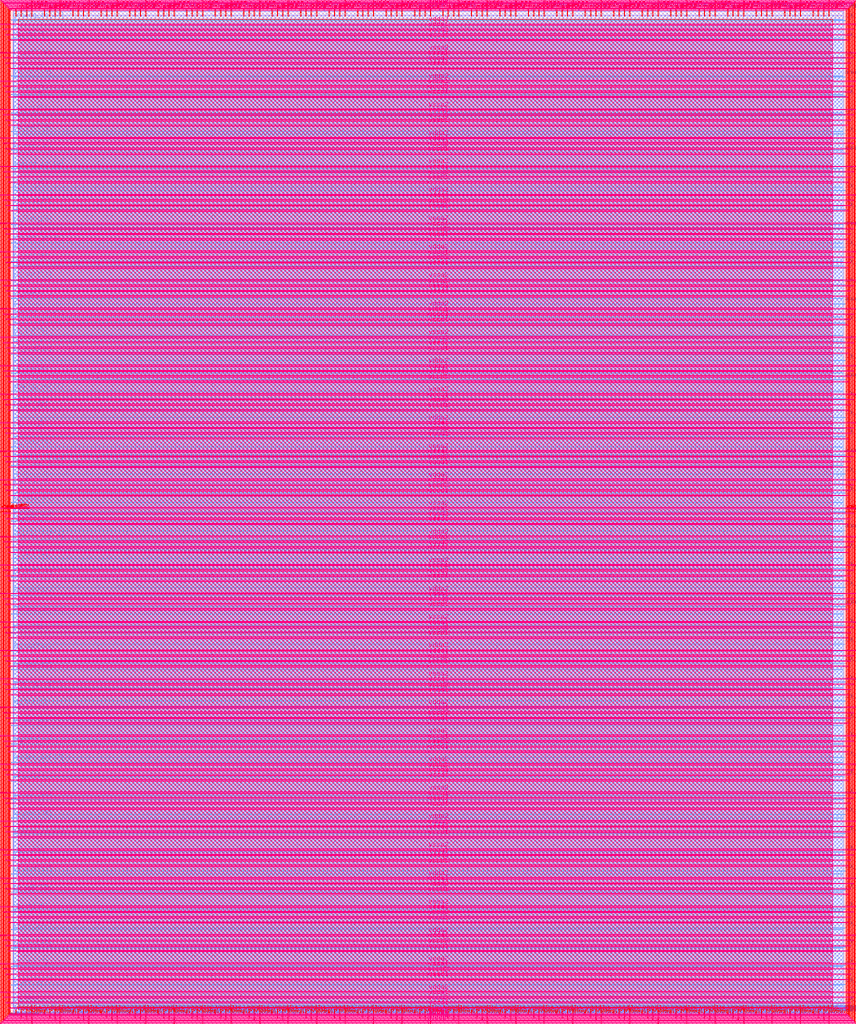
<source format=lef>
VERSION 5.7 ;
  NOWIREEXTENSIONATPIN ON ;
  DIVIDERCHAR "/" ;
  BUSBITCHARS "[]" ;
MACRO user_project_wrapper
  CLASS BLOCK ;
  FOREIGN user_project_wrapper ;
  ORIGIN 0.000 0.000 ;
  SIZE 2920.000 BY 3520.000 ;
  PIN analog_io[0]
    DIRECTION INOUT ;
    USE SIGNAL ;
    PORT
      LAYER met3 ;
        RECT 2917.600 1426.380 2924.800 1427.580 ;
    END
  END analog_io[0]
  PIN analog_io[10]
    DIRECTION INOUT ;
    USE SIGNAL ;
    PORT
      LAYER met2 ;
        RECT 2230.490 3517.600 2231.050 3524.800 ;
    END
  END analog_io[10]
  PIN analog_io[11]
    DIRECTION INOUT ;
    USE SIGNAL ;
    PORT
      LAYER met2 ;
        RECT 1905.730 3517.600 1906.290 3524.800 ;
    END
  END analog_io[11]
  PIN analog_io[12]
    DIRECTION INOUT ;
    USE SIGNAL ;
    PORT
      LAYER met2 ;
        RECT 1581.430 3517.600 1581.990 3524.800 ;
    END
  END analog_io[12]
  PIN analog_io[13]
    DIRECTION INOUT ;
    USE SIGNAL ;
    PORT
      LAYER met2 ;
        RECT 1257.130 3517.600 1257.690 3524.800 ;
    END
  END analog_io[13]
  PIN analog_io[14]
    DIRECTION INOUT ;
    USE SIGNAL ;
    PORT
      LAYER met2 ;
        RECT 932.370 3517.600 932.930 3524.800 ;
    END
  END analog_io[14]
  PIN analog_io[15]
    DIRECTION INOUT ;
    USE SIGNAL ;
    PORT
      LAYER met2 ;
        RECT 608.070 3517.600 608.630 3524.800 ;
    END
  END analog_io[15]
  PIN analog_io[16]
    DIRECTION INOUT ;
    USE SIGNAL ;
    PORT
      LAYER met2 ;
        RECT 283.770 3517.600 284.330 3524.800 ;
    END
  END analog_io[16]
  PIN analog_io[17]
    DIRECTION INOUT ;
    USE SIGNAL ;
    PORT
      LAYER met3 ;
        RECT -4.800 3486.100 2.400 3487.300 ;
    END
  END analog_io[17]
  PIN analog_io[18]
    DIRECTION INOUT ;
    USE SIGNAL ;
    PORT
      LAYER met3 ;
        RECT -4.800 3224.980 2.400 3226.180 ;
    END
  END analog_io[18]
  PIN analog_io[19]
    DIRECTION INOUT ;
    USE SIGNAL ;
    PORT
      LAYER met3 ;
        RECT -4.800 2964.540 2.400 2965.740 ;
    END
  END analog_io[19]
  PIN analog_io[1]
    DIRECTION INOUT ;
    USE SIGNAL ;
    PORT
      LAYER met3 ;
        RECT 2917.600 1692.260 2924.800 1693.460 ;
    END
  END analog_io[1]
  PIN analog_io[20]
    DIRECTION INOUT ;
    USE SIGNAL ;
    PORT
      LAYER met3 ;
        RECT -4.800 2703.420 2.400 2704.620 ;
    END
  END analog_io[20]
  PIN analog_io[21]
    DIRECTION INOUT ;
    USE SIGNAL ;
    PORT
      LAYER met3 ;
        RECT -4.800 2442.980 2.400 2444.180 ;
    END
  END analog_io[21]
  PIN analog_io[22]
    DIRECTION INOUT ;
    USE SIGNAL ;
    PORT
      LAYER met3 ;
        RECT -4.800 2182.540 2.400 2183.740 ;
    END
  END analog_io[22]
  PIN analog_io[23]
    DIRECTION INOUT ;
    USE SIGNAL ;
    PORT
      LAYER met3 ;
        RECT -4.800 1921.420 2.400 1922.620 ;
    END
  END analog_io[23]
  PIN analog_io[24]
    DIRECTION INOUT ;
    USE SIGNAL ;
    PORT
      LAYER met3 ;
        RECT -4.800 1660.980 2.400 1662.180 ;
    END
  END analog_io[24]
  PIN analog_io[25]
    DIRECTION INOUT ;
    USE SIGNAL ;
    PORT
      LAYER met3 ;
        RECT -4.800 1399.860 2.400 1401.060 ;
    END
  END analog_io[25]
  PIN analog_io[26]
    DIRECTION INOUT ;
    USE SIGNAL ;
    PORT
      LAYER met3 ;
        RECT -4.800 1139.420 2.400 1140.620 ;
    END
  END analog_io[26]
  PIN analog_io[27]
    DIRECTION INOUT ;
    USE SIGNAL ;
    PORT
      LAYER met3 ;
        RECT -4.800 878.980 2.400 880.180 ;
    END
  END analog_io[27]
  PIN analog_io[28]
    DIRECTION INOUT ;
    USE SIGNAL ;
    PORT
      LAYER met3 ;
        RECT -4.800 617.860 2.400 619.060 ;
    END
  END analog_io[28]
  PIN analog_io[2]
    DIRECTION INOUT ;
    USE SIGNAL ;
    PORT
      LAYER met3 ;
        RECT 2917.600 1958.140 2924.800 1959.340 ;
    END
  END analog_io[2]
  PIN analog_io[3]
    DIRECTION INOUT ;
    USE SIGNAL ;
    PORT
      LAYER met3 ;
        RECT 2917.600 2223.340 2924.800 2224.540 ;
    END
  END analog_io[3]
  PIN analog_io[4]
    DIRECTION INOUT ;
    USE SIGNAL ;
    PORT
      LAYER met3 ;
        RECT 2917.600 2489.220 2924.800 2490.420 ;
    END
  END analog_io[4]
  PIN analog_io[5]
    DIRECTION INOUT ;
    USE SIGNAL ;
    PORT
      LAYER met3 ;
        RECT 2917.600 2755.100 2924.800 2756.300 ;
    END
  END analog_io[5]
  PIN analog_io[6]
    DIRECTION INOUT ;
    USE SIGNAL ;
    PORT
      LAYER met3 ;
        RECT 2917.600 3020.300 2924.800 3021.500 ;
    END
  END analog_io[6]
  PIN analog_io[7]
    DIRECTION INOUT ;
    USE SIGNAL ;
    PORT
      LAYER met3 ;
        RECT 2917.600 3286.180 2924.800 3287.380 ;
    END
  END analog_io[7]
  PIN analog_io[8]
    DIRECTION INOUT ;
    USE SIGNAL ;
    PORT
      LAYER met2 ;
        RECT 2879.090 3517.600 2879.650 3524.800 ;
    END
  END analog_io[8]
  PIN analog_io[9]
    DIRECTION INOUT ;
    USE SIGNAL ;
    PORT
      LAYER met2 ;
        RECT 2554.790 3517.600 2555.350 3524.800 ;
    END
  END analog_io[9]
  PIN io_in[0]
    DIRECTION INPUT ;
    USE SIGNAL ;
    PORT
      LAYER met3 ;
        RECT 2917.600 32.380 2924.800 33.580 ;
    END
  END io_in[0]
  PIN io_in[10]
    DIRECTION INPUT ;
    USE SIGNAL ;
    PORT
      LAYER met3 ;
        RECT 2917.600 2289.980 2924.800 2291.180 ;
    END
  END io_in[10]
  PIN io_in[11]
    DIRECTION INPUT ;
    USE SIGNAL ;
    PORT
      LAYER met3 ;
        RECT 2917.600 2555.860 2924.800 2557.060 ;
    END
  END io_in[11]
  PIN io_in[12]
    DIRECTION INPUT ;
    USE SIGNAL ;
    PORT
      LAYER met3 ;
        RECT 2917.600 2821.060 2924.800 2822.260 ;
    END
  END io_in[12]
  PIN io_in[13]
    DIRECTION INPUT ;
    USE SIGNAL ;
    PORT
      LAYER met3 ;
        RECT 2917.600 3086.940 2924.800 3088.140 ;
    END
  END io_in[13]
  PIN io_in[14]
    DIRECTION INPUT ;
    USE SIGNAL ;
    PORT
      LAYER met3 ;
        RECT 2917.600 3352.820 2924.800 3354.020 ;
    END
  END io_in[14]
  PIN io_in[15]
    DIRECTION INPUT ;
    USE SIGNAL ;
    PORT
      LAYER met2 ;
        RECT 2798.130 3517.600 2798.690 3524.800 ;
    END
  END io_in[15]
  PIN io_in[16]
    DIRECTION INPUT ;
    USE SIGNAL ;
    PORT
      LAYER met2 ;
        RECT 2473.830 3517.600 2474.390 3524.800 ;
    END
  END io_in[16]
  PIN io_in[17]
    DIRECTION INPUT ;
    USE SIGNAL ;
    PORT
      LAYER met2 ;
        RECT 2149.070 3517.600 2149.630 3524.800 ;
    END
  END io_in[17]
  PIN io_in[18]
    DIRECTION INPUT ;
    USE SIGNAL ;
    PORT
      LAYER met2 ;
        RECT 1824.770 3517.600 1825.330 3524.800 ;
    END
  END io_in[18]
  PIN io_in[19]
    DIRECTION INPUT ;
    USE SIGNAL ;
    PORT
      LAYER met2 ;
        RECT 1500.470 3517.600 1501.030 3524.800 ;
    END
  END io_in[19]
  PIN io_in[1]
    DIRECTION INPUT ;
    USE SIGNAL ;
    PORT
      LAYER met3 ;
        RECT 2917.600 230.940 2924.800 232.140 ;
    END
  END io_in[1]
  PIN io_in[20]
    DIRECTION INPUT ;
    USE SIGNAL ;
    PORT
      LAYER met2 ;
        RECT 1175.710 3517.600 1176.270 3524.800 ;
    END
  END io_in[20]
  PIN io_in[21]
    DIRECTION INPUT ;
    USE SIGNAL ;
    PORT
      LAYER met2 ;
        RECT 851.410 3517.600 851.970 3524.800 ;
    END
  END io_in[21]
  PIN io_in[22]
    DIRECTION INPUT ;
    USE SIGNAL ;
    PORT
      LAYER met2 ;
        RECT 527.110 3517.600 527.670 3524.800 ;
    END
  END io_in[22]
  PIN io_in[23]
    DIRECTION INPUT ;
    USE SIGNAL ;
    PORT
      LAYER met2 ;
        RECT 202.350 3517.600 202.910 3524.800 ;
    END
  END io_in[23]
  PIN io_in[24]
    DIRECTION INPUT ;
    USE SIGNAL ;
    PORT
      LAYER met3 ;
        RECT -4.800 3420.820 2.400 3422.020 ;
    END
  END io_in[24]
  PIN io_in[25]
    DIRECTION INPUT ;
    USE SIGNAL ;
    PORT
      LAYER met3 ;
        RECT -4.800 3159.700 2.400 3160.900 ;
    END
  END io_in[25]
  PIN io_in[26]
    DIRECTION INPUT ;
    USE SIGNAL ;
    PORT
      LAYER met3 ;
        RECT -4.800 2899.260 2.400 2900.460 ;
    END
  END io_in[26]
  PIN io_in[27]
    DIRECTION INPUT ;
    USE SIGNAL ;
    PORT
      LAYER met3 ;
        RECT -4.800 2638.820 2.400 2640.020 ;
    END
  END io_in[27]
  PIN io_in[28]
    DIRECTION INPUT ;
    USE SIGNAL ;
    PORT
      LAYER met3 ;
        RECT -4.800 2377.700 2.400 2378.900 ;
    END
  END io_in[28]
  PIN io_in[29]
    DIRECTION INPUT ;
    USE SIGNAL ;
    PORT
      LAYER met3 ;
        RECT -4.800 2117.260 2.400 2118.460 ;
    END
  END io_in[29]
  PIN io_in[2]
    DIRECTION INPUT ;
    USE SIGNAL ;
    PORT
      LAYER met3 ;
        RECT 2917.600 430.180 2924.800 431.380 ;
    END
  END io_in[2]
  PIN io_in[30]
    DIRECTION INPUT ;
    USE SIGNAL ;
    PORT
      LAYER met3 ;
        RECT -4.800 1856.140 2.400 1857.340 ;
    END
  END io_in[30]
  PIN io_in[31]
    DIRECTION INPUT ;
    USE SIGNAL ;
    PORT
      LAYER met3 ;
        RECT -4.800 1595.700 2.400 1596.900 ;
    END
  END io_in[31]
  PIN io_in[32]
    DIRECTION INPUT ;
    USE SIGNAL ;
    PORT
      LAYER met3 ;
        RECT -4.800 1335.260 2.400 1336.460 ;
    END
  END io_in[32]
  PIN io_in[33]
    DIRECTION INPUT ;
    USE SIGNAL ;
    PORT
      LAYER met3 ;
        RECT -4.800 1074.140 2.400 1075.340 ;
    END
  END io_in[33]
  PIN io_in[34]
    DIRECTION INPUT ;
    USE SIGNAL ;
    PORT
      LAYER met3 ;
        RECT -4.800 813.700 2.400 814.900 ;
    END
  END io_in[34]
  PIN io_in[35]
    DIRECTION INPUT ;
    USE SIGNAL ;
    PORT
      LAYER met3 ;
        RECT -4.800 552.580 2.400 553.780 ;
    END
  END io_in[35]
  PIN io_in[36]
    DIRECTION INPUT ;
    USE SIGNAL ;
    PORT
      LAYER met3 ;
        RECT -4.800 357.420 2.400 358.620 ;
    END
  END io_in[36]
  PIN io_in[37]
    DIRECTION INPUT ;
    USE SIGNAL ;
    PORT
      LAYER met3 ;
        RECT -4.800 161.580 2.400 162.780 ;
    END
  END io_in[37]
  PIN io_in[3]
    DIRECTION INPUT ;
    USE SIGNAL ;
    PORT
      LAYER met3 ;
        RECT 2917.600 629.420 2924.800 630.620 ;
    END
  END io_in[3]
  PIN io_in[4]
    DIRECTION INPUT ;
    USE SIGNAL ;
    PORT
      LAYER met3 ;
        RECT 2917.600 828.660 2924.800 829.860 ;
    END
  END io_in[4]
  PIN io_in[5]
    DIRECTION INPUT ;
    USE SIGNAL ;
    PORT
      LAYER met3 ;
        RECT 2917.600 1027.900 2924.800 1029.100 ;
    END
  END io_in[5]
  PIN io_in[6]
    DIRECTION INPUT ;
    USE SIGNAL ;
    PORT
      LAYER met3 ;
        RECT 2917.600 1227.140 2924.800 1228.340 ;
    END
  END io_in[6]
  PIN io_in[7]
    DIRECTION INPUT ;
    USE SIGNAL ;
    PORT
      LAYER met3 ;
        RECT 2917.600 1493.020 2924.800 1494.220 ;
    END
  END io_in[7]
  PIN io_in[8]
    DIRECTION INPUT ;
    USE SIGNAL ;
    PORT
      LAYER met3 ;
        RECT 2917.600 1758.900 2924.800 1760.100 ;
    END
  END io_in[8]
  PIN io_in[9]
    DIRECTION INPUT ;
    USE SIGNAL ;
    PORT
      LAYER met3 ;
        RECT 2917.600 2024.100 2924.800 2025.300 ;
    END
  END io_in[9]
  PIN io_oeb[0]
    DIRECTION OUTPUT TRISTATE ;
    USE SIGNAL ;
    PORT
      LAYER met3 ;
        RECT 2917.600 164.980 2924.800 166.180 ;
    END
  END io_oeb[0]
  PIN io_oeb[10]
    DIRECTION OUTPUT TRISTATE ;
    USE SIGNAL ;
    PORT
      LAYER met3 ;
        RECT 2917.600 2422.580 2924.800 2423.780 ;
    END
  END io_oeb[10]
  PIN io_oeb[11]
    DIRECTION OUTPUT TRISTATE ;
    USE SIGNAL ;
    PORT
      LAYER met3 ;
        RECT 2917.600 2688.460 2924.800 2689.660 ;
    END
  END io_oeb[11]
  PIN io_oeb[12]
    DIRECTION OUTPUT TRISTATE ;
    USE SIGNAL ;
    PORT
      LAYER met3 ;
        RECT 2917.600 2954.340 2924.800 2955.540 ;
    END
  END io_oeb[12]
  PIN io_oeb[13]
    DIRECTION OUTPUT TRISTATE ;
    USE SIGNAL ;
    PORT
      LAYER met3 ;
        RECT 2917.600 3219.540 2924.800 3220.740 ;
    END
  END io_oeb[13]
  PIN io_oeb[14]
    DIRECTION OUTPUT TRISTATE ;
    USE SIGNAL ;
    PORT
      LAYER met3 ;
        RECT 2917.600 3485.420 2924.800 3486.620 ;
    END
  END io_oeb[14]
  PIN io_oeb[15]
    DIRECTION OUTPUT TRISTATE ;
    USE SIGNAL ;
    PORT
      LAYER met2 ;
        RECT 2635.750 3517.600 2636.310 3524.800 ;
    END
  END io_oeb[15]
  PIN io_oeb[16]
    DIRECTION OUTPUT TRISTATE ;
    USE SIGNAL ;
    PORT
      LAYER met2 ;
        RECT 2311.450 3517.600 2312.010 3524.800 ;
    END
  END io_oeb[16]
  PIN io_oeb[17]
    DIRECTION OUTPUT TRISTATE ;
    USE SIGNAL ;
    PORT
      LAYER met2 ;
        RECT 1987.150 3517.600 1987.710 3524.800 ;
    END
  END io_oeb[17]
  PIN io_oeb[18]
    DIRECTION OUTPUT TRISTATE ;
    USE SIGNAL ;
    PORT
      LAYER met2 ;
        RECT 1662.390 3517.600 1662.950 3524.800 ;
    END
  END io_oeb[18]
  PIN io_oeb[19]
    DIRECTION OUTPUT TRISTATE ;
    USE SIGNAL ;
    PORT
      LAYER met2 ;
        RECT 1338.090 3517.600 1338.650 3524.800 ;
    END
  END io_oeb[19]
  PIN io_oeb[1]
    DIRECTION OUTPUT TRISTATE ;
    USE SIGNAL ;
    PORT
      LAYER met3 ;
        RECT 2917.600 364.220 2924.800 365.420 ;
    END
  END io_oeb[1]
  PIN io_oeb[20]
    DIRECTION OUTPUT TRISTATE ;
    USE SIGNAL ;
    PORT
      LAYER met2 ;
        RECT 1013.790 3517.600 1014.350 3524.800 ;
    END
  END io_oeb[20]
  PIN io_oeb[21]
    DIRECTION OUTPUT TRISTATE ;
    USE SIGNAL ;
    PORT
      LAYER met2 ;
        RECT 689.030 3517.600 689.590 3524.800 ;
    END
  END io_oeb[21]
  PIN io_oeb[22]
    DIRECTION OUTPUT TRISTATE ;
    USE SIGNAL ;
    PORT
      LAYER met2 ;
        RECT 364.730 3517.600 365.290 3524.800 ;
    END
  END io_oeb[22]
  PIN io_oeb[23]
    DIRECTION OUTPUT TRISTATE ;
    USE SIGNAL ;
    PORT
      LAYER met2 ;
        RECT 40.430 3517.600 40.990 3524.800 ;
    END
  END io_oeb[23]
  PIN io_oeb[24]
    DIRECTION OUTPUT TRISTATE ;
    USE SIGNAL ;
    PORT
      LAYER met3 ;
        RECT -4.800 3290.260 2.400 3291.460 ;
    END
  END io_oeb[24]
  PIN io_oeb[25]
    DIRECTION OUTPUT TRISTATE ;
    USE SIGNAL ;
    PORT
      LAYER met3 ;
        RECT -4.800 3029.820 2.400 3031.020 ;
    END
  END io_oeb[25]
  PIN io_oeb[26]
    DIRECTION OUTPUT TRISTATE ;
    USE SIGNAL ;
    PORT
      LAYER met3 ;
        RECT -4.800 2768.700 2.400 2769.900 ;
    END
  END io_oeb[26]
  PIN io_oeb[27]
    DIRECTION OUTPUT TRISTATE ;
    USE SIGNAL ;
    PORT
      LAYER met3 ;
        RECT -4.800 2508.260 2.400 2509.460 ;
    END
  END io_oeb[27]
  PIN io_oeb[28]
    DIRECTION OUTPUT TRISTATE ;
    USE SIGNAL ;
    PORT
      LAYER met3 ;
        RECT -4.800 2247.140 2.400 2248.340 ;
    END
  END io_oeb[28]
  PIN io_oeb[29]
    DIRECTION OUTPUT TRISTATE ;
    USE SIGNAL ;
    PORT
      LAYER met3 ;
        RECT -4.800 1986.700 2.400 1987.900 ;
    END
  END io_oeb[29]
  PIN io_oeb[2]
    DIRECTION OUTPUT TRISTATE ;
    USE SIGNAL ;
    PORT
      LAYER met3 ;
        RECT 2917.600 563.460 2924.800 564.660 ;
    END
  END io_oeb[2]
  PIN io_oeb[30]
    DIRECTION OUTPUT TRISTATE ;
    USE SIGNAL ;
    PORT
      LAYER met3 ;
        RECT -4.800 1726.260 2.400 1727.460 ;
    END
  END io_oeb[30]
  PIN io_oeb[31]
    DIRECTION OUTPUT TRISTATE ;
    USE SIGNAL ;
    PORT
      LAYER met3 ;
        RECT -4.800 1465.140 2.400 1466.340 ;
    END
  END io_oeb[31]
  PIN io_oeb[32]
    DIRECTION OUTPUT TRISTATE ;
    USE SIGNAL ;
    PORT
      LAYER met3 ;
        RECT -4.800 1204.700 2.400 1205.900 ;
    END
  END io_oeb[32]
  PIN io_oeb[33]
    DIRECTION OUTPUT TRISTATE ;
    USE SIGNAL ;
    PORT
      LAYER met3 ;
        RECT -4.800 943.580 2.400 944.780 ;
    END
  END io_oeb[33]
  PIN io_oeb[34]
    DIRECTION OUTPUT TRISTATE ;
    USE SIGNAL ;
    PORT
      LAYER met3 ;
        RECT -4.800 683.140 2.400 684.340 ;
    END
  END io_oeb[34]
  PIN io_oeb[35]
    DIRECTION OUTPUT TRISTATE ;
    USE SIGNAL ;
    PORT
      LAYER met3 ;
        RECT -4.800 422.700 2.400 423.900 ;
    END
  END io_oeb[35]
  PIN io_oeb[36]
    DIRECTION OUTPUT TRISTATE ;
    USE SIGNAL ;
    PORT
      LAYER met3 ;
        RECT -4.800 226.860 2.400 228.060 ;
    END
  END io_oeb[36]
  PIN io_oeb[37]
    DIRECTION OUTPUT TRISTATE ;
    USE SIGNAL ;
    PORT
      LAYER met3 ;
        RECT -4.800 31.700 2.400 32.900 ;
    END
  END io_oeb[37]
  PIN io_oeb[3]
    DIRECTION OUTPUT TRISTATE ;
    USE SIGNAL ;
    PORT
      LAYER met3 ;
        RECT 2917.600 762.700 2924.800 763.900 ;
    END
  END io_oeb[3]
  PIN io_oeb[4]
    DIRECTION OUTPUT TRISTATE ;
    USE SIGNAL ;
    PORT
      LAYER met3 ;
        RECT 2917.600 961.940 2924.800 963.140 ;
    END
  END io_oeb[4]
  PIN io_oeb[5]
    DIRECTION OUTPUT TRISTATE ;
    USE SIGNAL ;
    PORT
      LAYER met3 ;
        RECT 2917.600 1161.180 2924.800 1162.380 ;
    END
  END io_oeb[5]
  PIN io_oeb[6]
    DIRECTION OUTPUT TRISTATE ;
    USE SIGNAL ;
    PORT
      LAYER met3 ;
        RECT 2917.600 1360.420 2924.800 1361.620 ;
    END
  END io_oeb[6]
  PIN io_oeb[7]
    DIRECTION OUTPUT TRISTATE ;
    USE SIGNAL ;
    PORT
      LAYER met3 ;
        RECT 2917.600 1625.620 2924.800 1626.820 ;
    END
  END io_oeb[7]
  PIN io_oeb[8]
    DIRECTION OUTPUT TRISTATE ;
    USE SIGNAL ;
    PORT
      LAYER met3 ;
        RECT 2917.600 1891.500 2924.800 1892.700 ;
    END
  END io_oeb[8]
  PIN io_oeb[9]
    DIRECTION OUTPUT TRISTATE ;
    USE SIGNAL ;
    PORT
      LAYER met3 ;
        RECT 2917.600 2157.380 2924.800 2158.580 ;
    END
  END io_oeb[9]
  PIN io_out[0]
    DIRECTION OUTPUT TRISTATE ;
    USE SIGNAL ;
    PORT
      LAYER met3 ;
        RECT 2917.600 98.340 2924.800 99.540 ;
    END
  END io_out[0]
  PIN io_out[10]
    DIRECTION OUTPUT TRISTATE ;
    USE SIGNAL ;
    PORT
      LAYER met3 ;
        RECT 2917.600 2356.620 2924.800 2357.820 ;
    END
  END io_out[10]
  PIN io_out[11]
    DIRECTION OUTPUT TRISTATE ;
    USE SIGNAL ;
    PORT
      LAYER met3 ;
        RECT 2917.600 2621.820 2924.800 2623.020 ;
    END
  END io_out[11]
  PIN io_out[12]
    DIRECTION OUTPUT TRISTATE ;
    USE SIGNAL ;
    PORT
      LAYER met3 ;
        RECT 2917.600 2887.700 2924.800 2888.900 ;
    END
  END io_out[12]
  PIN io_out[13]
    DIRECTION OUTPUT TRISTATE ;
    USE SIGNAL ;
    PORT
      LAYER met3 ;
        RECT 2917.600 3153.580 2924.800 3154.780 ;
    END
  END io_out[13]
  PIN io_out[14]
    DIRECTION OUTPUT TRISTATE ;
    USE SIGNAL ;
    PORT
      LAYER met3 ;
        RECT 2917.600 3418.780 2924.800 3419.980 ;
    END
  END io_out[14]
  PIN io_out[15]
    DIRECTION OUTPUT TRISTATE ;
    USE SIGNAL ;
    PORT
      LAYER met2 ;
        RECT 2717.170 3517.600 2717.730 3524.800 ;
    END
  END io_out[15]
  PIN io_out[16]
    DIRECTION OUTPUT TRISTATE ;
    USE SIGNAL ;
    PORT
      LAYER met2 ;
        RECT 2392.410 3517.600 2392.970 3524.800 ;
    END
  END io_out[16]
  PIN io_out[17]
    DIRECTION OUTPUT TRISTATE ;
    USE SIGNAL ;
    PORT
      LAYER met2 ;
        RECT 2068.110 3517.600 2068.670 3524.800 ;
    END
  END io_out[17]
  PIN io_out[18]
    DIRECTION OUTPUT TRISTATE ;
    USE SIGNAL ;
    PORT
      LAYER met2 ;
        RECT 1743.810 3517.600 1744.370 3524.800 ;
    END
  END io_out[18]
  PIN io_out[19]
    DIRECTION OUTPUT TRISTATE ;
    USE SIGNAL ;
    PORT
      LAYER met2 ;
        RECT 1419.050 3517.600 1419.610 3524.800 ;
    END
  END io_out[19]
  PIN io_out[1]
    DIRECTION OUTPUT TRISTATE ;
    USE SIGNAL ;
    PORT
      LAYER met3 ;
        RECT 2917.600 297.580 2924.800 298.780 ;
    END
  END io_out[1]
  PIN io_out[20]
    DIRECTION OUTPUT TRISTATE ;
    USE SIGNAL ;
    PORT
      LAYER met2 ;
        RECT 1094.750 3517.600 1095.310 3524.800 ;
    END
  END io_out[20]
  PIN io_out[21]
    DIRECTION OUTPUT TRISTATE ;
    USE SIGNAL ;
    PORT
      LAYER met2 ;
        RECT 770.450 3517.600 771.010 3524.800 ;
    END
  END io_out[21]
  PIN io_out[22]
    DIRECTION OUTPUT TRISTATE ;
    USE SIGNAL ;
    PORT
      LAYER met2 ;
        RECT 445.690 3517.600 446.250 3524.800 ;
    END
  END io_out[22]
  PIN io_out[23]
    DIRECTION OUTPUT TRISTATE ;
    USE SIGNAL ;
    PORT
      LAYER met2 ;
        RECT 121.390 3517.600 121.950 3524.800 ;
    END
  END io_out[23]
  PIN io_out[24]
    DIRECTION OUTPUT TRISTATE ;
    USE SIGNAL ;
    PORT
      LAYER met3 ;
        RECT -4.800 3355.540 2.400 3356.740 ;
    END
  END io_out[24]
  PIN io_out[25]
    DIRECTION OUTPUT TRISTATE ;
    USE SIGNAL ;
    PORT
      LAYER met3 ;
        RECT -4.800 3095.100 2.400 3096.300 ;
    END
  END io_out[25]
  PIN io_out[26]
    DIRECTION OUTPUT TRISTATE ;
    USE SIGNAL ;
    PORT
      LAYER met3 ;
        RECT -4.800 2833.980 2.400 2835.180 ;
    END
  END io_out[26]
  PIN io_out[27]
    DIRECTION OUTPUT TRISTATE ;
    USE SIGNAL ;
    PORT
      LAYER met3 ;
        RECT -4.800 2573.540 2.400 2574.740 ;
    END
  END io_out[27]
  PIN io_out[28]
    DIRECTION OUTPUT TRISTATE ;
    USE SIGNAL ;
    PORT
      LAYER met3 ;
        RECT -4.800 2312.420 2.400 2313.620 ;
    END
  END io_out[28]
  PIN io_out[29]
    DIRECTION OUTPUT TRISTATE ;
    USE SIGNAL ;
    PORT
      LAYER met3 ;
        RECT -4.800 2051.980 2.400 2053.180 ;
    END
  END io_out[29]
  PIN io_out[2]
    DIRECTION OUTPUT TRISTATE ;
    USE SIGNAL ;
    PORT
      LAYER met3 ;
        RECT 2917.600 496.820 2924.800 498.020 ;
    END
  END io_out[2]
  PIN io_out[30]
    DIRECTION OUTPUT TRISTATE ;
    USE SIGNAL ;
    PORT
      LAYER met3 ;
        RECT -4.800 1791.540 2.400 1792.740 ;
    END
  END io_out[30]
  PIN io_out[31]
    DIRECTION OUTPUT TRISTATE ;
    USE SIGNAL ;
    PORT
      LAYER met3 ;
        RECT -4.800 1530.420 2.400 1531.620 ;
    END
  END io_out[31]
  PIN io_out[32]
    DIRECTION OUTPUT TRISTATE ;
    USE SIGNAL ;
    PORT
      LAYER met3 ;
        RECT -4.800 1269.980 2.400 1271.180 ;
    END
  END io_out[32]
  PIN io_out[33]
    DIRECTION OUTPUT TRISTATE ;
    USE SIGNAL ;
    PORT
      LAYER met3 ;
        RECT -4.800 1008.860 2.400 1010.060 ;
    END
  END io_out[33]
  PIN io_out[34]
    DIRECTION OUTPUT TRISTATE ;
    USE SIGNAL ;
    PORT
      LAYER met3 ;
        RECT -4.800 748.420 2.400 749.620 ;
    END
  END io_out[34]
  PIN io_out[35]
    DIRECTION OUTPUT TRISTATE ;
    USE SIGNAL ;
    PORT
      LAYER met3 ;
        RECT -4.800 487.300 2.400 488.500 ;
    END
  END io_out[35]
  PIN io_out[36]
    DIRECTION OUTPUT TRISTATE ;
    USE SIGNAL ;
    PORT
      LAYER met3 ;
        RECT -4.800 292.140 2.400 293.340 ;
    END
  END io_out[36]
  PIN io_out[37]
    DIRECTION OUTPUT TRISTATE ;
    USE SIGNAL ;
    PORT
      LAYER met3 ;
        RECT -4.800 96.300 2.400 97.500 ;
    END
  END io_out[37]
  PIN io_out[3]
    DIRECTION OUTPUT TRISTATE ;
    USE SIGNAL ;
    PORT
      LAYER met3 ;
        RECT 2917.600 696.060 2924.800 697.260 ;
    END
  END io_out[3]
  PIN io_out[4]
    DIRECTION OUTPUT TRISTATE ;
    USE SIGNAL ;
    PORT
      LAYER met3 ;
        RECT 2917.600 895.300 2924.800 896.500 ;
    END
  END io_out[4]
  PIN io_out[5]
    DIRECTION OUTPUT TRISTATE ;
    USE SIGNAL ;
    PORT
      LAYER met3 ;
        RECT 2917.600 1094.540 2924.800 1095.740 ;
    END
  END io_out[5]
  PIN io_out[6]
    DIRECTION OUTPUT TRISTATE ;
    USE SIGNAL ;
    PORT
      LAYER met3 ;
        RECT 2917.600 1293.780 2924.800 1294.980 ;
    END
  END io_out[6]
  PIN io_out[7]
    DIRECTION OUTPUT TRISTATE ;
    USE SIGNAL ;
    PORT
      LAYER met3 ;
        RECT 2917.600 1559.660 2924.800 1560.860 ;
    END
  END io_out[7]
  PIN io_out[8]
    DIRECTION OUTPUT TRISTATE ;
    USE SIGNAL ;
    PORT
      LAYER met3 ;
        RECT 2917.600 1824.860 2924.800 1826.060 ;
    END
  END io_out[8]
  PIN io_out[9]
    DIRECTION OUTPUT TRISTATE ;
    USE SIGNAL ;
    PORT
      LAYER met3 ;
        RECT 2917.600 2090.740 2924.800 2091.940 ;
    END
  END io_out[9]
  PIN la_data_in[0]
    DIRECTION INPUT ;
    USE SIGNAL ;
    PORT
      LAYER met2 ;
        RECT 629.230 -4.800 629.790 2.400 ;
    END
  END la_data_in[0]
  PIN la_data_in[100]
    DIRECTION INPUT ;
    USE SIGNAL ;
    PORT
      LAYER met2 ;
        RECT 2402.530 -4.800 2403.090 2.400 ;
    END
  END la_data_in[100]
  PIN la_data_in[101]
    DIRECTION INPUT ;
    USE SIGNAL ;
    PORT
      LAYER met2 ;
        RECT 2420.010 -4.800 2420.570 2.400 ;
    END
  END la_data_in[101]
  PIN la_data_in[102]
    DIRECTION INPUT ;
    USE SIGNAL ;
    PORT
      LAYER met2 ;
        RECT 2437.950 -4.800 2438.510 2.400 ;
    END
  END la_data_in[102]
  PIN la_data_in[103]
    DIRECTION INPUT ;
    USE SIGNAL ;
    PORT
      LAYER met2 ;
        RECT 2455.430 -4.800 2455.990 2.400 ;
    END
  END la_data_in[103]
  PIN la_data_in[104]
    DIRECTION INPUT ;
    USE SIGNAL ;
    PORT
      LAYER met2 ;
        RECT 2473.370 -4.800 2473.930 2.400 ;
    END
  END la_data_in[104]
  PIN la_data_in[105]
    DIRECTION INPUT ;
    USE SIGNAL ;
    PORT
      LAYER met2 ;
        RECT 2490.850 -4.800 2491.410 2.400 ;
    END
  END la_data_in[105]
  PIN la_data_in[106]
    DIRECTION INPUT ;
    USE SIGNAL ;
    PORT
      LAYER met2 ;
        RECT 2508.790 -4.800 2509.350 2.400 ;
    END
  END la_data_in[106]
  PIN la_data_in[107]
    DIRECTION INPUT ;
    USE SIGNAL ;
    PORT
      LAYER met2 ;
        RECT 2526.730 -4.800 2527.290 2.400 ;
    END
  END la_data_in[107]
  PIN la_data_in[108]
    DIRECTION INPUT ;
    USE SIGNAL ;
    PORT
      LAYER met2 ;
        RECT 2544.210 -4.800 2544.770 2.400 ;
    END
  END la_data_in[108]
  PIN la_data_in[109]
    DIRECTION INPUT ;
    USE SIGNAL ;
    PORT
      LAYER met2 ;
        RECT 2562.150 -4.800 2562.710 2.400 ;
    END
  END la_data_in[109]
  PIN la_data_in[10]
    DIRECTION INPUT ;
    USE SIGNAL ;
    PORT
      LAYER met2 ;
        RECT 806.330 -4.800 806.890 2.400 ;
    END
  END la_data_in[10]
  PIN la_data_in[110]
    DIRECTION INPUT ;
    USE SIGNAL ;
    PORT
      LAYER met2 ;
        RECT 2579.630 -4.800 2580.190 2.400 ;
    END
  END la_data_in[110]
  PIN la_data_in[111]
    DIRECTION INPUT ;
    USE SIGNAL ;
    PORT
      LAYER met2 ;
        RECT 2597.570 -4.800 2598.130 2.400 ;
    END
  END la_data_in[111]
  PIN la_data_in[112]
    DIRECTION INPUT ;
    USE SIGNAL ;
    PORT
      LAYER met2 ;
        RECT 2615.050 -4.800 2615.610 2.400 ;
    END
  END la_data_in[112]
  PIN la_data_in[113]
    DIRECTION INPUT ;
    USE SIGNAL ;
    PORT
      LAYER met2 ;
        RECT 2632.990 -4.800 2633.550 2.400 ;
    END
  END la_data_in[113]
  PIN la_data_in[114]
    DIRECTION INPUT ;
    USE SIGNAL ;
    PORT
      LAYER met2 ;
        RECT 2650.470 -4.800 2651.030 2.400 ;
    END
  END la_data_in[114]
  PIN la_data_in[115]
    DIRECTION INPUT ;
    USE SIGNAL ;
    PORT
      LAYER met2 ;
        RECT 2668.410 -4.800 2668.970 2.400 ;
    END
  END la_data_in[115]
  PIN la_data_in[116]
    DIRECTION INPUT ;
    USE SIGNAL ;
    PORT
      LAYER met2 ;
        RECT 2685.890 -4.800 2686.450 2.400 ;
    END
  END la_data_in[116]
  PIN la_data_in[117]
    DIRECTION INPUT ;
    USE SIGNAL ;
    PORT
      LAYER met2 ;
        RECT 2703.830 -4.800 2704.390 2.400 ;
    END
  END la_data_in[117]
  PIN la_data_in[118]
    DIRECTION INPUT ;
    USE SIGNAL ;
    PORT
      LAYER met2 ;
        RECT 2721.770 -4.800 2722.330 2.400 ;
    END
  END la_data_in[118]
  PIN la_data_in[119]
    DIRECTION INPUT ;
    USE SIGNAL ;
    PORT
      LAYER met2 ;
        RECT 2739.250 -4.800 2739.810 2.400 ;
    END
  END la_data_in[119]
  PIN la_data_in[11]
    DIRECTION INPUT ;
    USE SIGNAL ;
    PORT
      LAYER met2 ;
        RECT 824.270 -4.800 824.830 2.400 ;
    END
  END la_data_in[11]
  PIN la_data_in[120]
    DIRECTION INPUT ;
    USE SIGNAL ;
    PORT
      LAYER met2 ;
        RECT 2757.190 -4.800 2757.750 2.400 ;
    END
  END la_data_in[120]
  PIN la_data_in[121]
    DIRECTION INPUT ;
    USE SIGNAL ;
    PORT
      LAYER met2 ;
        RECT 2774.670 -4.800 2775.230 2.400 ;
    END
  END la_data_in[121]
  PIN la_data_in[122]
    DIRECTION INPUT ;
    USE SIGNAL ;
    PORT
      LAYER met2 ;
        RECT 2792.610 -4.800 2793.170 2.400 ;
    END
  END la_data_in[122]
  PIN la_data_in[123]
    DIRECTION INPUT ;
    USE SIGNAL ;
    PORT
      LAYER met2 ;
        RECT 2810.090 -4.800 2810.650 2.400 ;
    END
  END la_data_in[123]
  PIN la_data_in[124]
    DIRECTION INPUT ;
    USE SIGNAL ;
    PORT
      LAYER met2 ;
        RECT 2828.030 -4.800 2828.590 2.400 ;
    END
  END la_data_in[124]
  PIN la_data_in[125]
    DIRECTION INPUT ;
    USE SIGNAL ;
    PORT
      LAYER met2 ;
        RECT 2845.510 -4.800 2846.070 2.400 ;
    END
  END la_data_in[125]
  PIN la_data_in[126]
    DIRECTION INPUT ;
    USE SIGNAL ;
    PORT
      LAYER met2 ;
        RECT 2863.450 -4.800 2864.010 2.400 ;
    END
  END la_data_in[126]
  PIN la_data_in[127]
    DIRECTION INPUT ;
    USE SIGNAL ;
    PORT
      LAYER met2 ;
        RECT 2881.390 -4.800 2881.950 2.400 ;
    END
  END la_data_in[127]
  PIN la_data_in[12]
    DIRECTION INPUT ;
    USE SIGNAL ;
    PORT
      LAYER met2 ;
        RECT 841.750 -4.800 842.310 2.400 ;
    END
  END la_data_in[12]
  PIN la_data_in[13]
    DIRECTION INPUT ;
    USE SIGNAL ;
    PORT
      LAYER met2 ;
        RECT 859.690 -4.800 860.250 2.400 ;
    END
  END la_data_in[13]
  PIN la_data_in[14]
    DIRECTION INPUT ;
    USE SIGNAL ;
    PORT
      LAYER met2 ;
        RECT 877.170 -4.800 877.730 2.400 ;
    END
  END la_data_in[14]
  PIN la_data_in[15]
    DIRECTION INPUT ;
    USE SIGNAL ;
    PORT
      LAYER met2 ;
        RECT 895.110 -4.800 895.670 2.400 ;
    END
  END la_data_in[15]
  PIN la_data_in[16]
    DIRECTION INPUT ;
    USE SIGNAL ;
    PORT
      LAYER met2 ;
        RECT 912.590 -4.800 913.150 2.400 ;
    END
  END la_data_in[16]
  PIN la_data_in[17]
    DIRECTION INPUT ;
    USE SIGNAL ;
    PORT
      LAYER met2 ;
        RECT 930.530 -4.800 931.090 2.400 ;
    END
  END la_data_in[17]
  PIN la_data_in[18]
    DIRECTION INPUT ;
    USE SIGNAL ;
    PORT
      LAYER met2 ;
        RECT 948.470 -4.800 949.030 2.400 ;
    END
  END la_data_in[18]
  PIN la_data_in[19]
    DIRECTION INPUT ;
    USE SIGNAL ;
    PORT
      LAYER met2 ;
        RECT 965.950 -4.800 966.510 2.400 ;
    END
  END la_data_in[19]
  PIN la_data_in[1]
    DIRECTION INPUT ;
    USE SIGNAL ;
    PORT
      LAYER met2 ;
        RECT 646.710 -4.800 647.270 2.400 ;
    END
  END la_data_in[1]
  PIN la_data_in[20]
    DIRECTION INPUT ;
    USE SIGNAL ;
    PORT
      LAYER met2 ;
        RECT 983.890 -4.800 984.450 2.400 ;
    END
  END la_data_in[20]
  PIN la_data_in[21]
    DIRECTION INPUT ;
    USE SIGNAL ;
    PORT
      LAYER met2 ;
        RECT 1001.370 -4.800 1001.930 2.400 ;
    END
  END la_data_in[21]
  PIN la_data_in[22]
    DIRECTION INPUT ;
    USE SIGNAL ;
    PORT
      LAYER met2 ;
        RECT 1019.310 -4.800 1019.870 2.400 ;
    END
  END la_data_in[22]
  PIN la_data_in[23]
    DIRECTION INPUT ;
    USE SIGNAL ;
    PORT
      LAYER met2 ;
        RECT 1036.790 -4.800 1037.350 2.400 ;
    END
  END la_data_in[23]
  PIN la_data_in[24]
    DIRECTION INPUT ;
    USE SIGNAL ;
    PORT
      LAYER met2 ;
        RECT 1054.730 -4.800 1055.290 2.400 ;
    END
  END la_data_in[24]
  PIN la_data_in[25]
    DIRECTION INPUT ;
    USE SIGNAL ;
    PORT
      LAYER met2 ;
        RECT 1072.210 -4.800 1072.770 2.400 ;
    END
  END la_data_in[25]
  PIN la_data_in[26]
    DIRECTION INPUT ;
    USE SIGNAL ;
    PORT
      LAYER met2 ;
        RECT 1090.150 -4.800 1090.710 2.400 ;
    END
  END la_data_in[26]
  PIN la_data_in[27]
    DIRECTION INPUT ;
    USE SIGNAL ;
    PORT
      LAYER met2 ;
        RECT 1107.630 -4.800 1108.190 2.400 ;
    END
  END la_data_in[27]
  PIN la_data_in[28]
    DIRECTION INPUT ;
    USE SIGNAL ;
    PORT
      LAYER met2 ;
        RECT 1125.570 -4.800 1126.130 2.400 ;
    END
  END la_data_in[28]
  PIN la_data_in[29]
    DIRECTION INPUT ;
    USE SIGNAL ;
    PORT
      LAYER met2 ;
        RECT 1143.510 -4.800 1144.070 2.400 ;
    END
  END la_data_in[29]
  PIN la_data_in[2]
    DIRECTION INPUT ;
    USE SIGNAL ;
    PORT
      LAYER met2 ;
        RECT 664.650 -4.800 665.210 2.400 ;
    END
  END la_data_in[2]
  PIN la_data_in[30]
    DIRECTION INPUT ;
    USE SIGNAL ;
    PORT
      LAYER met2 ;
        RECT 1160.990 -4.800 1161.550 2.400 ;
    END
  END la_data_in[30]
  PIN la_data_in[31]
    DIRECTION INPUT ;
    USE SIGNAL ;
    PORT
      LAYER met2 ;
        RECT 1178.930 -4.800 1179.490 2.400 ;
    END
  END la_data_in[31]
  PIN la_data_in[32]
    DIRECTION INPUT ;
    USE SIGNAL ;
    PORT
      LAYER met2 ;
        RECT 1196.410 -4.800 1196.970 2.400 ;
    END
  END la_data_in[32]
  PIN la_data_in[33]
    DIRECTION INPUT ;
    USE SIGNAL ;
    PORT
      LAYER met2 ;
        RECT 1214.350 -4.800 1214.910 2.400 ;
    END
  END la_data_in[33]
  PIN la_data_in[34]
    DIRECTION INPUT ;
    USE SIGNAL ;
    PORT
      LAYER met2 ;
        RECT 1231.830 -4.800 1232.390 2.400 ;
    END
  END la_data_in[34]
  PIN la_data_in[35]
    DIRECTION INPUT ;
    USE SIGNAL ;
    PORT
      LAYER met2 ;
        RECT 1249.770 -4.800 1250.330 2.400 ;
    END
  END la_data_in[35]
  PIN la_data_in[36]
    DIRECTION INPUT ;
    USE SIGNAL ;
    PORT
      LAYER met2 ;
        RECT 1267.250 -4.800 1267.810 2.400 ;
    END
  END la_data_in[36]
  PIN la_data_in[37]
    DIRECTION INPUT ;
    USE SIGNAL ;
    PORT
      LAYER met2 ;
        RECT 1285.190 -4.800 1285.750 2.400 ;
    END
  END la_data_in[37]
  PIN la_data_in[38]
    DIRECTION INPUT ;
    USE SIGNAL ;
    PORT
      LAYER met2 ;
        RECT 1303.130 -4.800 1303.690 2.400 ;
    END
  END la_data_in[38]
  PIN la_data_in[39]
    DIRECTION INPUT ;
    USE SIGNAL ;
    PORT
      LAYER met2 ;
        RECT 1320.610 -4.800 1321.170 2.400 ;
    END
  END la_data_in[39]
  PIN la_data_in[3]
    DIRECTION INPUT ;
    USE SIGNAL ;
    PORT
      LAYER met2 ;
        RECT 682.130 -4.800 682.690 2.400 ;
    END
  END la_data_in[3]
  PIN la_data_in[40]
    DIRECTION INPUT ;
    USE SIGNAL ;
    PORT
      LAYER met2 ;
        RECT 1338.550 -4.800 1339.110 2.400 ;
    END
  END la_data_in[40]
  PIN la_data_in[41]
    DIRECTION INPUT ;
    USE SIGNAL ;
    PORT
      LAYER met2 ;
        RECT 1356.030 -4.800 1356.590 2.400 ;
    END
  END la_data_in[41]
  PIN la_data_in[42]
    DIRECTION INPUT ;
    USE SIGNAL ;
    PORT
      LAYER met2 ;
        RECT 1373.970 -4.800 1374.530 2.400 ;
    END
  END la_data_in[42]
  PIN la_data_in[43]
    DIRECTION INPUT ;
    USE SIGNAL ;
    PORT
      LAYER met2 ;
        RECT 1391.450 -4.800 1392.010 2.400 ;
    END
  END la_data_in[43]
  PIN la_data_in[44]
    DIRECTION INPUT ;
    USE SIGNAL ;
    PORT
      LAYER met2 ;
        RECT 1409.390 -4.800 1409.950 2.400 ;
    END
  END la_data_in[44]
  PIN la_data_in[45]
    DIRECTION INPUT ;
    USE SIGNAL ;
    PORT
      LAYER met2 ;
        RECT 1426.870 -4.800 1427.430 2.400 ;
    END
  END la_data_in[45]
  PIN la_data_in[46]
    DIRECTION INPUT ;
    USE SIGNAL ;
    PORT
      LAYER met2 ;
        RECT 1444.810 -4.800 1445.370 2.400 ;
    END
  END la_data_in[46]
  PIN la_data_in[47]
    DIRECTION INPUT ;
    USE SIGNAL ;
    PORT
      LAYER met2 ;
        RECT 1462.750 -4.800 1463.310 2.400 ;
    END
  END la_data_in[47]
  PIN la_data_in[48]
    DIRECTION INPUT ;
    USE SIGNAL ;
    PORT
      LAYER met2 ;
        RECT 1480.230 -4.800 1480.790 2.400 ;
    END
  END la_data_in[48]
  PIN la_data_in[49]
    DIRECTION INPUT ;
    USE SIGNAL ;
    PORT
      LAYER met2 ;
        RECT 1498.170 -4.800 1498.730 2.400 ;
    END
  END la_data_in[49]
  PIN la_data_in[4]
    DIRECTION INPUT ;
    USE SIGNAL ;
    PORT
      LAYER met2 ;
        RECT 700.070 -4.800 700.630 2.400 ;
    END
  END la_data_in[4]
  PIN la_data_in[50]
    DIRECTION INPUT ;
    USE SIGNAL ;
    PORT
      LAYER met2 ;
        RECT 1515.650 -4.800 1516.210 2.400 ;
    END
  END la_data_in[50]
  PIN la_data_in[51]
    DIRECTION INPUT ;
    USE SIGNAL ;
    PORT
      LAYER met2 ;
        RECT 1533.590 -4.800 1534.150 2.400 ;
    END
  END la_data_in[51]
  PIN la_data_in[52]
    DIRECTION INPUT ;
    USE SIGNAL ;
    PORT
      LAYER met2 ;
        RECT 1551.070 -4.800 1551.630 2.400 ;
    END
  END la_data_in[52]
  PIN la_data_in[53]
    DIRECTION INPUT ;
    USE SIGNAL ;
    PORT
      LAYER met2 ;
        RECT 1569.010 -4.800 1569.570 2.400 ;
    END
  END la_data_in[53]
  PIN la_data_in[54]
    DIRECTION INPUT ;
    USE SIGNAL ;
    PORT
      LAYER met2 ;
        RECT 1586.490 -4.800 1587.050 2.400 ;
    END
  END la_data_in[54]
  PIN la_data_in[55]
    DIRECTION INPUT ;
    USE SIGNAL ;
    PORT
      LAYER met2 ;
        RECT 1604.430 -4.800 1604.990 2.400 ;
    END
  END la_data_in[55]
  PIN la_data_in[56]
    DIRECTION INPUT ;
    USE SIGNAL ;
    PORT
      LAYER met2 ;
        RECT 1621.910 -4.800 1622.470 2.400 ;
    END
  END la_data_in[56]
  PIN la_data_in[57]
    DIRECTION INPUT ;
    USE SIGNAL ;
    PORT
      LAYER met2 ;
        RECT 1639.850 -4.800 1640.410 2.400 ;
    END
  END la_data_in[57]
  PIN la_data_in[58]
    DIRECTION INPUT ;
    USE SIGNAL ;
    PORT
      LAYER met2 ;
        RECT 1657.790 -4.800 1658.350 2.400 ;
    END
  END la_data_in[58]
  PIN la_data_in[59]
    DIRECTION INPUT ;
    USE SIGNAL ;
    PORT
      LAYER met2 ;
        RECT 1675.270 -4.800 1675.830 2.400 ;
    END
  END la_data_in[59]
  PIN la_data_in[5]
    DIRECTION INPUT ;
    USE SIGNAL ;
    PORT
      LAYER met2 ;
        RECT 717.550 -4.800 718.110 2.400 ;
    END
  END la_data_in[5]
  PIN la_data_in[60]
    DIRECTION INPUT ;
    USE SIGNAL ;
    PORT
      LAYER met2 ;
        RECT 1693.210 -4.800 1693.770 2.400 ;
    END
  END la_data_in[60]
  PIN la_data_in[61]
    DIRECTION INPUT ;
    USE SIGNAL ;
    PORT
      LAYER met2 ;
        RECT 1710.690 -4.800 1711.250 2.400 ;
    END
  END la_data_in[61]
  PIN la_data_in[62]
    DIRECTION INPUT ;
    USE SIGNAL ;
    PORT
      LAYER met2 ;
        RECT 1728.630 -4.800 1729.190 2.400 ;
    END
  END la_data_in[62]
  PIN la_data_in[63]
    DIRECTION INPUT ;
    USE SIGNAL ;
    PORT
      LAYER met2 ;
        RECT 1746.110 -4.800 1746.670 2.400 ;
    END
  END la_data_in[63]
  PIN la_data_in[64]
    DIRECTION INPUT ;
    USE SIGNAL ;
    PORT
      LAYER met2 ;
        RECT 1764.050 -4.800 1764.610 2.400 ;
    END
  END la_data_in[64]
  PIN la_data_in[65]
    DIRECTION INPUT ;
    USE SIGNAL ;
    PORT
      LAYER met2 ;
        RECT 1781.530 -4.800 1782.090 2.400 ;
    END
  END la_data_in[65]
  PIN la_data_in[66]
    DIRECTION INPUT ;
    USE SIGNAL ;
    PORT
      LAYER met2 ;
        RECT 1799.470 -4.800 1800.030 2.400 ;
    END
  END la_data_in[66]
  PIN la_data_in[67]
    DIRECTION INPUT ;
    USE SIGNAL ;
    PORT
      LAYER met2 ;
        RECT 1817.410 -4.800 1817.970 2.400 ;
    END
  END la_data_in[67]
  PIN la_data_in[68]
    DIRECTION INPUT ;
    USE SIGNAL ;
    PORT
      LAYER met2 ;
        RECT 1834.890 -4.800 1835.450 2.400 ;
    END
  END la_data_in[68]
  PIN la_data_in[69]
    DIRECTION INPUT ;
    USE SIGNAL ;
    PORT
      LAYER met2 ;
        RECT 1852.830 -4.800 1853.390 2.400 ;
    END
  END la_data_in[69]
  PIN la_data_in[6]
    DIRECTION INPUT ;
    USE SIGNAL ;
    PORT
      LAYER met2 ;
        RECT 735.490 -4.800 736.050 2.400 ;
    END
  END la_data_in[6]
  PIN la_data_in[70]
    DIRECTION INPUT ;
    USE SIGNAL ;
    PORT
      LAYER met2 ;
        RECT 1870.310 -4.800 1870.870 2.400 ;
    END
  END la_data_in[70]
  PIN la_data_in[71]
    DIRECTION INPUT ;
    USE SIGNAL ;
    PORT
      LAYER met2 ;
        RECT 1888.250 -4.800 1888.810 2.400 ;
    END
  END la_data_in[71]
  PIN la_data_in[72]
    DIRECTION INPUT ;
    USE SIGNAL ;
    PORT
      LAYER met2 ;
        RECT 1905.730 -4.800 1906.290 2.400 ;
    END
  END la_data_in[72]
  PIN la_data_in[73]
    DIRECTION INPUT ;
    USE SIGNAL ;
    PORT
      LAYER met2 ;
        RECT 1923.670 -4.800 1924.230 2.400 ;
    END
  END la_data_in[73]
  PIN la_data_in[74]
    DIRECTION INPUT ;
    USE SIGNAL ;
    PORT
      LAYER met2 ;
        RECT 1941.150 -4.800 1941.710 2.400 ;
    END
  END la_data_in[74]
  PIN la_data_in[75]
    DIRECTION INPUT ;
    USE SIGNAL ;
    PORT
      LAYER met2 ;
        RECT 1959.090 -4.800 1959.650 2.400 ;
    END
  END la_data_in[75]
  PIN la_data_in[76]
    DIRECTION INPUT ;
    USE SIGNAL ;
    PORT
      LAYER met2 ;
        RECT 1976.570 -4.800 1977.130 2.400 ;
    END
  END la_data_in[76]
  PIN la_data_in[77]
    DIRECTION INPUT ;
    USE SIGNAL ;
    PORT
      LAYER met2 ;
        RECT 1994.510 -4.800 1995.070 2.400 ;
    END
  END la_data_in[77]
  PIN la_data_in[78]
    DIRECTION INPUT ;
    USE SIGNAL ;
    PORT
      LAYER met2 ;
        RECT 2012.450 -4.800 2013.010 2.400 ;
    END
  END la_data_in[78]
  PIN la_data_in[79]
    DIRECTION INPUT ;
    USE SIGNAL ;
    PORT
      LAYER met2 ;
        RECT 2029.930 -4.800 2030.490 2.400 ;
    END
  END la_data_in[79]
  PIN la_data_in[7]
    DIRECTION INPUT ;
    USE SIGNAL ;
    PORT
      LAYER met2 ;
        RECT 752.970 -4.800 753.530 2.400 ;
    END
  END la_data_in[7]
  PIN la_data_in[80]
    DIRECTION INPUT ;
    USE SIGNAL ;
    PORT
      LAYER met2 ;
        RECT 2047.870 -4.800 2048.430 2.400 ;
    END
  END la_data_in[80]
  PIN la_data_in[81]
    DIRECTION INPUT ;
    USE SIGNAL ;
    PORT
      LAYER met2 ;
        RECT 2065.350 -4.800 2065.910 2.400 ;
    END
  END la_data_in[81]
  PIN la_data_in[82]
    DIRECTION INPUT ;
    USE SIGNAL ;
    PORT
      LAYER met2 ;
        RECT 2083.290 -4.800 2083.850 2.400 ;
    END
  END la_data_in[82]
  PIN la_data_in[83]
    DIRECTION INPUT ;
    USE SIGNAL ;
    PORT
      LAYER met2 ;
        RECT 2100.770 -4.800 2101.330 2.400 ;
    END
  END la_data_in[83]
  PIN la_data_in[84]
    DIRECTION INPUT ;
    USE SIGNAL ;
    PORT
      LAYER met2 ;
        RECT 2118.710 -4.800 2119.270 2.400 ;
    END
  END la_data_in[84]
  PIN la_data_in[85]
    DIRECTION INPUT ;
    USE SIGNAL ;
    PORT
      LAYER met2 ;
        RECT 2136.190 -4.800 2136.750 2.400 ;
    END
  END la_data_in[85]
  PIN la_data_in[86]
    DIRECTION INPUT ;
    USE SIGNAL ;
    PORT
      LAYER met2 ;
        RECT 2154.130 -4.800 2154.690 2.400 ;
    END
  END la_data_in[86]
  PIN la_data_in[87]
    DIRECTION INPUT ;
    USE SIGNAL ;
    PORT
      LAYER met2 ;
        RECT 2172.070 -4.800 2172.630 2.400 ;
    END
  END la_data_in[87]
  PIN la_data_in[88]
    DIRECTION INPUT ;
    USE SIGNAL ;
    PORT
      LAYER met2 ;
        RECT 2189.550 -4.800 2190.110 2.400 ;
    END
  END la_data_in[88]
  PIN la_data_in[89]
    DIRECTION INPUT ;
    USE SIGNAL ;
    PORT
      LAYER met2 ;
        RECT 2207.490 -4.800 2208.050 2.400 ;
    END
  END la_data_in[89]
  PIN la_data_in[8]
    DIRECTION INPUT ;
    USE SIGNAL ;
    PORT
      LAYER met2 ;
        RECT 770.910 -4.800 771.470 2.400 ;
    END
  END la_data_in[8]
  PIN la_data_in[90]
    DIRECTION INPUT ;
    USE SIGNAL ;
    PORT
      LAYER met2 ;
        RECT 2224.970 -4.800 2225.530 2.400 ;
    END
  END la_data_in[90]
  PIN la_data_in[91]
    DIRECTION INPUT ;
    USE SIGNAL ;
    PORT
      LAYER met2 ;
        RECT 2242.910 -4.800 2243.470 2.400 ;
    END
  END la_data_in[91]
  PIN la_data_in[92]
    DIRECTION INPUT ;
    USE SIGNAL ;
    PORT
      LAYER met2 ;
        RECT 2260.390 -4.800 2260.950 2.400 ;
    END
  END la_data_in[92]
  PIN la_data_in[93]
    DIRECTION INPUT ;
    USE SIGNAL ;
    PORT
      LAYER met2 ;
        RECT 2278.330 -4.800 2278.890 2.400 ;
    END
  END la_data_in[93]
  PIN la_data_in[94]
    DIRECTION INPUT ;
    USE SIGNAL ;
    PORT
      LAYER met2 ;
        RECT 2295.810 -4.800 2296.370 2.400 ;
    END
  END la_data_in[94]
  PIN la_data_in[95]
    DIRECTION INPUT ;
    USE SIGNAL ;
    PORT
      LAYER met2 ;
        RECT 2313.750 -4.800 2314.310 2.400 ;
    END
  END la_data_in[95]
  PIN la_data_in[96]
    DIRECTION INPUT ;
    USE SIGNAL ;
    PORT
      LAYER met2 ;
        RECT 2331.230 -4.800 2331.790 2.400 ;
    END
  END la_data_in[96]
  PIN la_data_in[97]
    DIRECTION INPUT ;
    USE SIGNAL ;
    PORT
      LAYER met2 ;
        RECT 2349.170 -4.800 2349.730 2.400 ;
    END
  END la_data_in[97]
  PIN la_data_in[98]
    DIRECTION INPUT ;
    USE SIGNAL ;
    PORT
      LAYER met2 ;
        RECT 2367.110 -4.800 2367.670 2.400 ;
    END
  END la_data_in[98]
  PIN la_data_in[99]
    DIRECTION INPUT ;
    USE SIGNAL ;
    PORT
      LAYER met2 ;
        RECT 2384.590 -4.800 2385.150 2.400 ;
    END
  END la_data_in[99]
  PIN la_data_in[9]
    DIRECTION INPUT ;
    USE SIGNAL ;
    PORT
      LAYER met2 ;
        RECT 788.850 -4.800 789.410 2.400 ;
    END
  END la_data_in[9]
  PIN la_data_out[0]
    DIRECTION OUTPUT TRISTATE ;
    USE SIGNAL ;
    PORT
      LAYER met2 ;
        RECT 634.750 -4.800 635.310 2.400 ;
    END
  END la_data_out[0]
  PIN la_data_out[100]
    DIRECTION OUTPUT TRISTATE ;
    USE SIGNAL ;
    PORT
      LAYER met2 ;
        RECT 2408.510 -4.800 2409.070 2.400 ;
    END
  END la_data_out[100]
  PIN la_data_out[101]
    DIRECTION OUTPUT TRISTATE ;
    USE SIGNAL ;
    PORT
      LAYER met2 ;
        RECT 2425.990 -4.800 2426.550 2.400 ;
    END
  END la_data_out[101]
  PIN la_data_out[102]
    DIRECTION OUTPUT TRISTATE ;
    USE SIGNAL ;
    PORT
      LAYER met2 ;
        RECT 2443.930 -4.800 2444.490 2.400 ;
    END
  END la_data_out[102]
  PIN la_data_out[103]
    DIRECTION OUTPUT TRISTATE ;
    USE SIGNAL ;
    PORT
      LAYER met2 ;
        RECT 2461.410 -4.800 2461.970 2.400 ;
    END
  END la_data_out[103]
  PIN la_data_out[104]
    DIRECTION OUTPUT TRISTATE ;
    USE SIGNAL ;
    PORT
      LAYER met2 ;
        RECT 2479.350 -4.800 2479.910 2.400 ;
    END
  END la_data_out[104]
  PIN la_data_out[105]
    DIRECTION OUTPUT TRISTATE ;
    USE SIGNAL ;
    PORT
      LAYER met2 ;
        RECT 2496.830 -4.800 2497.390 2.400 ;
    END
  END la_data_out[105]
  PIN la_data_out[106]
    DIRECTION OUTPUT TRISTATE ;
    USE SIGNAL ;
    PORT
      LAYER met2 ;
        RECT 2514.770 -4.800 2515.330 2.400 ;
    END
  END la_data_out[106]
  PIN la_data_out[107]
    DIRECTION OUTPUT TRISTATE ;
    USE SIGNAL ;
    PORT
      LAYER met2 ;
        RECT 2532.250 -4.800 2532.810 2.400 ;
    END
  END la_data_out[107]
  PIN la_data_out[108]
    DIRECTION OUTPUT TRISTATE ;
    USE SIGNAL ;
    PORT
      LAYER met2 ;
        RECT 2550.190 -4.800 2550.750 2.400 ;
    END
  END la_data_out[108]
  PIN la_data_out[109]
    DIRECTION OUTPUT TRISTATE ;
    USE SIGNAL ;
    PORT
      LAYER met2 ;
        RECT 2567.670 -4.800 2568.230 2.400 ;
    END
  END la_data_out[109]
  PIN la_data_out[10]
    DIRECTION OUTPUT TRISTATE ;
    USE SIGNAL ;
    PORT
      LAYER met2 ;
        RECT 812.310 -4.800 812.870 2.400 ;
    END
  END la_data_out[10]
  PIN la_data_out[110]
    DIRECTION OUTPUT TRISTATE ;
    USE SIGNAL ;
    PORT
      LAYER met2 ;
        RECT 2585.610 -4.800 2586.170 2.400 ;
    END
  END la_data_out[110]
  PIN la_data_out[111]
    DIRECTION OUTPUT TRISTATE ;
    USE SIGNAL ;
    PORT
      LAYER met2 ;
        RECT 2603.550 -4.800 2604.110 2.400 ;
    END
  END la_data_out[111]
  PIN la_data_out[112]
    DIRECTION OUTPUT TRISTATE ;
    USE SIGNAL ;
    PORT
      LAYER met2 ;
        RECT 2621.030 -4.800 2621.590 2.400 ;
    END
  END la_data_out[112]
  PIN la_data_out[113]
    DIRECTION OUTPUT TRISTATE ;
    USE SIGNAL ;
    PORT
      LAYER met2 ;
        RECT 2638.970 -4.800 2639.530 2.400 ;
    END
  END la_data_out[113]
  PIN la_data_out[114]
    DIRECTION OUTPUT TRISTATE ;
    USE SIGNAL ;
    PORT
      LAYER met2 ;
        RECT 2656.450 -4.800 2657.010 2.400 ;
    END
  END la_data_out[114]
  PIN la_data_out[115]
    DIRECTION OUTPUT TRISTATE ;
    USE SIGNAL ;
    PORT
      LAYER met2 ;
        RECT 2674.390 -4.800 2674.950 2.400 ;
    END
  END la_data_out[115]
  PIN la_data_out[116]
    DIRECTION OUTPUT TRISTATE ;
    USE SIGNAL ;
    PORT
      LAYER met2 ;
        RECT 2691.870 -4.800 2692.430 2.400 ;
    END
  END la_data_out[116]
  PIN la_data_out[117]
    DIRECTION OUTPUT TRISTATE ;
    USE SIGNAL ;
    PORT
      LAYER met2 ;
        RECT 2709.810 -4.800 2710.370 2.400 ;
    END
  END la_data_out[117]
  PIN la_data_out[118]
    DIRECTION OUTPUT TRISTATE ;
    USE SIGNAL ;
    PORT
      LAYER met2 ;
        RECT 2727.290 -4.800 2727.850 2.400 ;
    END
  END la_data_out[118]
  PIN la_data_out[119]
    DIRECTION OUTPUT TRISTATE ;
    USE SIGNAL ;
    PORT
      LAYER met2 ;
        RECT 2745.230 -4.800 2745.790 2.400 ;
    END
  END la_data_out[119]
  PIN la_data_out[11]
    DIRECTION OUTPUT TRISTATE ;
    USE SIGNAL ;
    PORT
      LAYER met2 ;
        RECT 830.250 -4.800 830.810 2.400 ;
    END
  END la_data_out[11]
  PIN la_data_out[120]
    DIRECTION OUTPUT TRISTATE ;
    USE SIGNAL ;
    PORT
      LAYER met2 ;
        RECT 2763.170 -4.800 2763.730 2.400 ;
    END
  END la_data_out[120]
  PIN la_data_out[121]
    DIRECTION OUTPUT TRISTATE ;
    USE SIGNAL ;
    PORT
      LAYER met2 ;
        RECT 2780.650 -4.800 2781.210 2.400 ;
    END
  END la_data_out[121]
  PIN la_data_out[122]
    DIRECTION OUTPUT TRISTATE ;
    USE SIGNAL ;
    PORT
      LAYER met2 ;
        RECT 2798.590 -4.800 2799.150 2.400 ;
    END
  END la_data_out[122]
  PIN la_data_out[123]
    DIRECTION OUTPUT TRISTATE ;
    USE SIGNAL ;
    PORT
      LAYER met2 ;
        RECT 2816.070 -4.800 2816.630 2.400 ;
    END
  END la_data_out[123]
  PIN la_data_out[124]
    DIRECTION OUTPUT TRISTATE ;
    USE SIGNAL ;
    PORT
      LAYER met2 ;
        RECT 2834.010 -4.800 2834.570 2.400 ;
    END
  END la_data_out[124]
  PIN la_data_out[125]
    DIRECTION OUTPUT TRISTATE ;
    USE SIGNAL ;
    PORT
      LAYER met2 ;
        RECT 2851.490 -4.800 2852.050 2.400 ;
    END
  END la_data_out[125]
  PIN la_data_out[126]
    DIRECTION OUTPUT TRISTATE ;
    USE SIGNAL ;
    PORT
      LAYER met2 ;
        RECT 2869.430 -4.800 2869.990 2.400 ;
    END
  END la_data_out[126]
  PIN la_data_out[127]
    DIRECTION OUTPUT TRISTATE ;
    USE SIGNAL ;
    PORT
      LAYER met2 ;
        RECT 2886.910 -4.800 2887.470 2.400 ;
    END
  END la_data_out[127]
  PIN la_data_out[12]
    DIRECTION OUTPUT TRISTATE ;
    USE SIGNAL ;
    PORT
      LAYER met2 ;
        RECT 847.730 -4.800 848.290 2.400 ;
    END
  END la_data_out[12]
  PIN la_data_out[13]
    DIRECTION OUTPUT TRISTATE ;
    USE SIGNAL ;
    PORT
      LAYER met2 ;
        RECT 865.670 -4.800 866.230 2.400 ;
    END
  END la_data_out[13]
  PIN la_data_out[14]
    DIRECTION OUTPUT TRISTATE ;
    USE SIGNAL ;
    PORT
      LAYER met2 ;
        RECT 883.150 -4.800 883.710 2.400 ;
    END
  END la_data_out[14]
  PIN la_data_out[15]
    DIRECTION OUTPUT TRISTATE ;
    USE SIGNAL ;
    PORT
      LAYER met2 ;
        RECT 901.090 -4.800 901.650 2.400 ;
    END
  END la_data_out[15]
  PIN la_data_out[16]
    DIRECTION OUTPUT TRISTATE ;
    USE SIGNAL ;
    PORT
      LAYER met2 ;
        RECT 918.570 -4.800 919.130 2.400 ;
    END
  END la_data_out[16]
  PIN la_data_out[17]
    DIRECTION OUTPUT TRISTATE ;
    USE SIGNAL ;
    PORT
      LAYER met2 ;
        RECT 936.510 -4.800 937.070 2.400 ;
    END
  END la_data_out[17]
  PIN la_data_out[18]
    DIRECTION OUTPUT TRISTATE ;
    USE SIGNAL ;
    PORT
      LAYER met2 ;
        RECT 953.990 -4.800 954.550 2.400 ;
    END
  END la_data_out[18]
  PIN la_data_out[19]
    DIRECTION OUTPUT TRISTATE ;
    USE SIGNAL ;
    PORT
      LAYER met2 ;
        RECT 971.930 -4.800 972.490 2.400 ;
    END
  END la_data_out[19]
  PIN la_data_out[1]
    DIRECTION OUTPUT TRISTATE ;
    USE SIGNAL ;
    PORT
      LAYER met2 ;
        RECT 652.690 -4.800 653.250 2.400 ;
    END
  END la_data_out[1]
  PIN la_data_out[20]
    DIRECTION OUTPUT TRISTATE ;
    USE SIGNAL ;
    PORT
      LAYER met2 ;
        RECT 989.410 -4.800 989.970 2.400 ;
    END
  END la_data_out[20]
  PIN la_data_out[21]
    DIRECTION OUTPUT TRISTATE ;
    USE SIGNAL ;
    PORT
      LAYER met2 ;
        RECT 1007.350 -4.800 1007.910 2.400 ;
    END
  END la_data_out[21]
  PIN la_data_out[22]
    DIRECTION OUTPUT TRISTATE ;
    USE SIGNAL ;
    PORT
      LAYER met2 ;
        RECT 1025.290 -4.800 1025.850 2.400 ;
    END
  END la_data_out[22]
  PIN la_data_out[23]
    DIRECTION OUTPUT TRISTATE ;
    USE SIGNAL ;
    PORT
      LAYER met2 ;
        RECT 1042.770 -4.800 1043.330 2.400 ;
    END
  END la_data_out[23]
  PIN la_data_out[24]
    DIRECTION OUTPUT TRISTATE ;
    USE SIGNAL ;
    PORT
      LAYER met2 ;
        RECT 1060.710 -4.800 1061.270 2.400 ;
    END
  END la_data_out[24]
  PIN la_data_out[25]
    DIRECTION OUTPUT TRISTATE ;
    USE SIGNAL ;
    PORT
      LAYER met2 ;
        RECT 1078.190 -4.800 1078.750 2.400 ;
    END
  END la_data_out[25]
  PIN la_data_out[26]
    DIRECTION OUTPUT TRISTATE ;
    USE SIGNAL ;
    PORT
      LAYER met2 ;
        RECT 1096.130 -4.800 1096.690 2.400 ;
    END
  END la_data_out[26]
  PIN la_data_out[27]
    DIRECTION OUTPUT TRISTATE ;
    USE SIGNAL ;
    PORT
      LAYER met2 ;
        RECT 1113.610 -4.800 1114.170 2.400 ;
    END
  END la_data_out[27]
  PIN la_data_out[28]
    DIRECTION OUTPUT TRISTATE ;
    USE SIGNAL ;
    PORT
      LAYER met2 ;
        RECT 1131.550 -4.800 1132.110 2.400 ;
    END
  END la_data_out[28]
  PIN la_data_out[29]
    DIRECTION OUTPUT TRISTATE ;
    USE SIGNAL ;
    PORT
      LAYER met2 ;
        RECT 1149.030 -4.800 1149.590 2.400 ;
    END
  END la_data_out[29]
  PIN la_data_out[2]
    DIRECTION OUTPUT TRISTATE ;
    USE SIGNAL ;
    PORT
      LAYER met2 ;
        RECT 670.630 -4.800 671.190 2.400 ;
    END
  END la_data_out[2]
  PIN la_data_out[30]
    DIRECTION OUTPUT TRISTATE ;
    USE SIGNAL ;
    PORT
      LAYER met2 ;
        RECT 1166.970 -4.800 1167.530 2.400 ;
    END
  END la_data_out[30]
  PIN la_data_out[31]
    DIRECTION OUTPUT TRISTATE ;
    USE SIGNAL ;
    PORT
      LAYER met2 ;
        RECT 1184.910 -4.800 1185.470 2.400 ;
    END
  END la_data_out[31]
  PIN la_data_out[32]
    DIRECTION OUTPUT TRISTATE ;
    USE SIGNAL ;
    PORT
      LAYER met2 ;
        RECT 1202.390 -4.800 1202.950 2.400 ;
    END
  END la_data_out[32]
  PIN la_data_out[33]
    DIRECTION OUTPUT TRISTATE ;
    USE SIGNAL ;
    PORT
      LAYER met2 ;
        RECT 1220.330 -4.800 1220.890 2.400 ;
    END
  END la_data_out[33]
  PIN la_data_out[34]
    DIRECTION OUTPUT TRISTATE ;
    USE SIGNAL ;
    PORT
      LAYER met2 ;
        RECT 1237.810 -4.800 1238.370 2.400 ;
    END
  END la_data_out[34]
  PIN la_data_out[35]
    DIRECTION OUTPUT TRISTATE ;
    USE SIGNAL ;
    PORT
      LAYER met2 ;
        RECT 1255.750 -4.800 1256.310 2.400 ;
    END
  END la_data_out[35]
  PIN la_data_out[36]
    DIRECTION OUTPUT TRISTATE ;
    USE SIGNAL ;
    PORT
      LAYER met2 ;
        RECT 1273.230 -4.800 1273.790 2.400 ;
    END
  END la_data_out[36]
  PIN la_data_out[37]
    DIRECTION OUTPUT TRISTATE ;
    USE SIGNAL ;
    PORT
      LAYER met2 ;
        RECT 1291.170 -4.800 1291.730 2.400 ;
    END
  END la_data_out[37]
  PIN la_data_out[38]
    DIRECTION OUTPUT TRISTATE ;
    USE SIGNAL ;
    PORT
      LAYER met2 ;
        RECT 1308.650 -4.800 1309.210 2.400 ;
    END
  END la_data_out[38]
  PIN la_data_out[39]
    DIRECTION OUTPUT TRISTATE ;
    USE SIGNAL ;
    PORT
      LAYER met2 ;
        RECT 1326.590 -4.800 1327.150 2.400 ;
    END
  END la_data_out[39]
  PIN la_data_out[3]
    DIRECTION OUTPUT TRISTATE ;
    USE SIGNAL ;
    PORT
      LAYER met2 ;
        RECT 688.110 -4.800 688.670 2.400 ;
    END
  END la_data_out[3]
  PIN la_data_out[40]
    DIRECTION OUTPUT TRISTATE ;
    USE SIGNAL ;
    PORT
      LAYER met2 ;
        RECT 1344.070 -4.800 1344.630 2.400 ;
    END
  END la_data_out[40]
  PIN la_data_out[41]
    DIRECTION OUTPUT TRISTATE ;
    USE SIGNAL ;
    PORT
      LAYER met2 ;
        RECT 1362.010 -4.800 1362.570 2.400 ;
    END
  END la_data_out[41]
  PIN la_data_out[42]
    DIRECTION OUTPUT TRISTATE ;
    USE SIGNAL ;
    PORT
      LAYER met2 ;
        RECT 1379.950 -4.800 1380.510 2.400 ;
    END
  END la_data_out[42]
  PIN la_data_out[43]
    DIRECTION OUTPUT TRISTATE ;
    USE SIGNAL ;
    PORT
      LAYER met2 ;
        RECT 1397.430 -4.800 1397.990 2.400 ;
    END
  END la_data_out[43]
  PIN la_data_out[44]
    DIRECTION OUTPUT TRISTATE ;
    USE SIGNAL ;
    PORT
      LAYER met2 ;
        RECT 1415.370 -4.800 1415.930 2.400 ;
    END
  END la_data_out[44]
  PIN la_data_out[45]
    DIRECTION OUTPUT TRISTATE ;
    USE SIGNAL ;
    PORT
      LAYER met2 ;
        RECT 1432.850 -4.800 1433.410 2.400 ;
    END
  END la_data_out[45]
  PIN la_data_out[46]
    DIRECTION OUTPUT TRISTATE ;
    USE SIGNAL ;
    PORT
      LAYER met2 ;
        RECT 1450.790 -4.800 1451.350 2.400 ;
    END
  END la_data_out[46]
  PIN la_data_out[47]
    DIRECTION OUTPUT TRISTATE ;
    USE SIGNAL ;
    PORT
      LAYER met2 ;
        RECT 1468.270 -4.800 1468.830 2.400 ;
    END
  END la_data_out[47]
  PIN la_data_out[48]
    DIRECTION OUTPUT TRISTATE ;
    USE SIGNAL ;
    PORT
      LAYER met2 ;
        RECT 1486.210 -4.800 1486.770 2.400 ;
    END
  END la_data_out[48]
  PIN la_data_out[49]
    DIRECTION OUTPUT TRISTATE ;
    USE SIGNAL ;
    PORT
      LAYER met2 ;
        RECT 1503.690 -4.800 1504.250 2.400 ;
    END
  END la_data_out[49]
  PIN la_data_out[4]
    DIRECTION OUTPUT TRISTATE ;
    USE SIGNAL ;
    PORT
      LAYER met2 ;
        RECT 706.050 -4.800 706.610 2.400 ;
    END
  END la_data_out[4]
  PIN la_data_out[50]
    DIRECTION OUTPUT TRISTATE ;
    USE SIGNAL ;
    PORT
      LAYER met2 ;
        RECT 1521.630 -4.800 1522.190 2.400 ;
    END
  END la_data_out[50]
  PIN la_data_out[51]
    DIRECTION OUTPUT TRISTATE ;
    USE SIGNAL ;
    PORT
      LAYER met2 ;
        RECT 1539.570 -4.800 1540.130 2.400 ;
    END
  END la_data_out[51]
  PIN la_data_out[52]
    DIRECTION OUTPUT TRISTATE ;
    USE SIGNAL ;
    PORT
      LAYER met2 ;
        RECT 1557.050 -4.800 1557.610 2.400 ;
    END
  END la_data_out[52]
  PIN la_data_out[53]
    DIRECTION OUTPUT TRISTATE ;
    USE SIGNAL ;
    PORT
      LAYER met2 ;
        RECT 1574.990 -4.800 1575.550 2.400 ;
    END
  END la_data_out[53]
  PIN la_data_out[54]
    DIRECTION OUTPUT TRISTATE ;
    USE SIGNAL ;
    PORT
      LAYER met2 ;
        RECT 1592.470 -4.800 1593.030 2.400 ;
    END
  END la_data_out[54]
  PIN la_data_out[55]
    DIRECTION OUTPUT TRISTATE ;
    USE SIGNAL ;
    PORT
      LAYER met2 ;
        RECT 1610.410 -4.800 1610.970 2.400 ;
    END
  END la_data_out[55]
  PIN la_data_out[56]
    DIRECTION OUTPUT TRISTATE ;
    USE SIGNAL ;
    PORT
      LAYER met2 ;
        RECT 1627.890 -4.800 1628.450 2.400 ;
    END
  END la_data_out[56]
  PIN la_data_out[57]
    DIRECTION OUTPUT TRISTATE ;
    USE SIGNAL ;
    PORT
      LAYER met2 ;
        RECT 1645.830 -4.800 1646.390 2.400 ;
    END
  END la_data_out[57]
  PIN la_data_out[58]
    DIRECTION OUTPUT TRISTATE ;
    USE SIGNAL ;
    PORT
      LAYER met2 ;
        RECT 1663.310 -4.800 1663.870 2.400 ;
    END
  END la_data_out[58]
  PIN la_data_out[59]
    DIRECTION OUTPUT TRISTATE ;
    USE SIGNAL ;
    PORT
      LAYER met2 ;
        RECT 1681.250 -4.800 1681.810 2.400 ;
    END
  END la_data_out[59]
  PIN la_data_out[5]
    DIRECTION OUTPUT TRISTATE ;
    USE SIGNAL ;
    PORT
      LAYER met2 ;
        RECT 723.530 -4.800 724.090 2.400 ;
    END
  END la_data_out[5]
  PIN la_data_out[60]
    DIRECTION OUTPUT TRISTATE ;
    USE SIGNAL ;
    PORT
      LAYER met2 ;
        RECT 1699.190 -4.800 1699.750 2.400 ;
    END
  END la_data_out[60]
  PIN la_data_out[61]
    DIRECTION OUTPUT TRISTATE ;
    USE SIGNAL ;
    PORT
      LAYER met2 ;
        RECT 1716.670 -4.800 1717.230 2.400 ;
    END
  END la_data_out[61]
  PIN la_data_out[62]
    DIRECTION OUTPUT TRISTATE ;
    USE SIGNAL ;
    PORT
      LAYER met2 ;
        RECT 1734.610 -4.800 1735.170 2.400 ;
    END
  END la_data_out[62]
  PIN la_data_out[63]
    DIRECTION OUTPUT TRISTATE ;
    USE SIGNAL ;
    PORT
      LAYER met2 ;
        RECT 1752.090 -4.800 1752.650 2.400 ;
    END
  END la_data_out[63]
  PIN la_data_out[64]
    DIRECTION OUTPUT TRISTATE ;
    USE SIGNAL ;
    PORT
      LAYER met2 ;
        RECT 1770.030 -4.800 1770.590 2.400 ;
    END
  END la_data_out[64]
  PIN la_data_out[65]
    DIRECTION OUTPUT TRISTATE ;
    USE SIGNAL ;
    PORT
      LAYER met2 ;
        RECT 1787.510 -4.800 1788.070 2.400 ;
    END
  END la_data_out[65]
  PIN la_data_out[66]
    DIRECTION OUTPUT TRISTATE ;
    USE SIGNAL ;
    PORT
      LAYER met2 ;
        RECT 1805.450 -4.800 1806.010 2.400 ;
    END
  END la_data_out[66]
  PIN la_data_out[67]
    DIRECTION OUTPUT TRISTATE ;
    USE SIGNAL ;
    PORT
      LAYER met2 ;
        RECT 1822.930 -4.800 1823.490 2.400 ;
    END
  END la_data_out[67]
  PIN la_data_out[68]
    DIRECTION OUTPUT TRISTATE ;
    USE SIGNAL ;
    PORT
      LAYER met2 ;
        RECT 1840.870 -4.800 1841.430 2.400 ;
    END
  END la_data_out[68]
  PIN la_data_out[69]
    DIRECTION OUTPUT TRISTATE ;
    USE SIGNAL ;
    PORT
      LAYER met2 ;
        RECT 1858.350 -4.800 1858.910 2.400 ;
    END
  END la_data_out[69]
  PIN la_data_out[6]
    DIRECTION OUTPUT TRISTATE ;
    USE SIGNAL ;
    PORT
      LAYER met2 ;
        RECT 741.470 -4.800 742.030 2.400 ;
    END
  END la_data_out[6]
  PIN la_data_out[70]
    DIRECTION OUTPUT TRISTATE ;
    USE SIGNAL ;
    PORT
      LAYER met2 ;
        RECT 1876.290 -4.800 1876.850 2.400 ;
    END
  END la_data_out[70]
  PIN la_data_out[71]
    DIRECTION OUTPUT TRISTATE ;
    USE SIGNAL ;
    PORT
      LAYER met2 ;
        RECT 1894.230 -4.800 1894.790 2.400 ;
    END
  END la_data_out[71]
  PIN la_data_out[72]
    DIRECTION OUTPUT TRISTATE ;
    USE SIGNAL ;
    PORT
      LAYER met2 ;
        RECT 1911.710 -4.800 1912.270 2.400 ;
    END
  END la_data_out[72]
  PIN la_data_out[73]
    DIRECTION OUTPUT TRISTATE ;
    USE SIGNAL ;
    PORT
      LAYER met2 ;
        RECT 1929.650 -4.800 1930.210 2.400 ;
    END
  END la_data_out[73]
  PIN la_data_out[74]
    DIRECTION OUTPUT TRISTATE ;
    USE SIGNAL ;
    PORT
      LAYER met2 ;
        RECT 1947.130 -4.800 1947.690 2.400 ;
    END
  END la_data_out[74]
  PIN la_data_out[75]
    DIRECTION OUTPUT TRISTATE ;
    USE SIGNAL ;
    PORT
      LAYER met2 ;
        RECT 1965.070 -4.800 1965.630 2.400 ;
    END
  END la_data_out[75]
  PIN la_data_out[76]
    DIRECTION OUTPUT TRISTATE ;
    USE SIGNAL ;
    PORT
      LAYER met2 ;
        RECT 1982.550 -4.800 1983.110 2.400 ;
    END
  END la_data_out[76]
  PIN la_data_out[77]
    DIRECTION OUTPUT TRISTATE ;
    USE SIGNAL ;
    PORT
      LAYER met2 ;
        RECT 2000.490 -4.800 2001.050 2.400 ;
    END
  END la_data_out[77]
  PIN la_data_out[78]
    DIRECTION OUTPUT TRISTATE ;
    USE SIGNAL ;
    PORT
      LAYER met2 ;
        RECT 2017.970 -4.800 2018.530 2.400 ;
    END
  END la_data_out[78]
  PIN la_data_out[79]
    DIRECTION OUTPUT TRISTATE ;
    USE SIGNAL ;
    PORT
      LAYER met2 ;
        RECT 2035.910 -4.800 2036.470 2.400 ;
    END
  END la_data_out[79]
  PIN la_data_out[7]
    DIRECTION OUTPUT TRISTATE ;
    USE SIGNAL ;
    PORT
      LAYER met2 ;
        RECT 758.950 -4.800 759.510 2.400 ;
    END
  END la_data_out[7]
  PIN la_data_out[80]
    DIRECTION OUTPUT TRISTATE ;
    USE SIGNAL ;
    PORT
      LAYER met2 ;
        RECT 2053.850 -4.800 2054.410 2.400 ;
    END
  END la_data_out[80]
  PIN la_data_out[81]
    DIRECTION OUTPUT TRISTATE ;
    USE SIGNAL ;
    PORT
      LAYER met2 ;
        RECT 2071.330 -4.800 2071.890 2.400 ;
    END
  END la_data_out[81]
  PIN la_data_out[82]
    DIRECTION OUTPUT TRISTATE ;
    USE SIGNAL ;
    PORT
      LAYER met2 ;
        RECT 2089.270 -4.800 2089.830 2.400 ;
    END
  END la_data_out[82]
  PIN la_data_out[83]
    DIRECTION OUTPUT TRISTATE ;
    USE SIGNAL ;
    PORT
      LAYER met2 ;
        RECT 2106.750 -4.800 2107.310 2.400 ;
    END
  END la_data_out[83]
  PIN la_data_out[84]
    DIRECTION OUTPUT TRISTATE ;
    USE SIGNAL ;
    PORT
      LAYER met2 ;
        RECT 2124.690 -4.800 2125.250 2.400 ;
    END
  END la_data_out[84]
  PIN la_data_out[85]
    DIRECTION OUTPUT TRISTATE ;
    USE SIGNAL ;
    PORT
      LAYER met2 ;
        RECT 2142.170 -4.800 2142.730 2.400 ;
    END
  END la_data_out[85]
  PIN la_data_out[86]
    DIRECTION OUTPUT TRISTATE ;
    USE SIGNAL ;
    PORT
      LAYER met2 ;
        RECT 2160.110 -4.800 2160.670 2.400 ;
    END
  END la_data_out[86]
  PIN la_data_out[87]
    DIRECTION OUTPUT TRISTATE ;
    USE SIGNAL ;
    PORT
      LAYER met2 ;
        RECT 2177.590 -4.800 2178.150 2.400 ;
    END
  END la_data_out[87]
  PIN la_data_out[88]
    DIRECTION OUTPUT TRISTATE ;
    USE SIGNAL ;
    PORT
      LAYER met2 ;
        RECT 2195.530 -4.800 2196.090 2.400 ;
    END
  END la_data_out[88]
  PIN la_data_out[89]
    DIRECTION OUTPUT TRISTATE ;
    USE SIGNAL ;
    PORT
      LAYER met2 ;
        RECT 2213.010 -4.800 2213.570 2.400 ;
    END
  END la_data_out[89]
  PIN la_data_out[8]
    DIRECTION OUTPUT TRISTATE ;
    USE SIGNAL ;
    PORT
      LAYER met2 ;
        RECT 776.890 -4.800 777.450 2.400 ;
    END
  END la_data_out[8]
  PIN la_data_out[90]
    DIRECTION OUTPUT TRISTATE ;
    USE SIGNAL ;
    PORT
      LAYER met2 ;
        RECT 2230.950 -4.800 2231.510 2.400 ;
    END
  END la_data_out[90]
  PIN la_data_out[91]
    DIRECTION OUTPUT TRISTATE ;
    USE SIGNAL ;
    PORT
      LAYER met2 ;
        RECT 2248.890 -4.800 2249.450 2.400 ;
    END
  END la_data_out[91]
  PIN la_data_out[92]
    DIRECTION OUTPUT TRISTATE ;
    USE SIGNAL ;
    PORT
      LAYER met2 ;
        RECT 2266.370 -4.800 2266.930 2.400 ;
    END
  END la_data_out[92]
  PIN la_data_out[93]
    DIRECTION OUTPUT TRISTATE ;
    USE SIGNAL ;
    PORT
      LAYER met2 ;
        RECT 2284.310 -4.800 2284.870 2.400 ;
    END
  END la_data_out[93]
  PIN la_data_out[94]
    DIRECTION OUTPUT TRISTATE ;
    USE SIGNAL ;
    PORT
      LAYER met2 ;
        RECT 2301.790 -4.800 2302.350 2.400 ;
    END
  END la_data_out[94]
  PIN la_data_out[95]
    DIRECTION OUTPUT TRISTATE ;
    USE SIGNAL ;
    PORT
      LAYER met2 ;
        RECT 2319.730 -4.800 2320.290 2.400 ;
    END
  END la_data_out[95]
  PIN la_data_out[96]
    DIRECTION OUTPUT TRISTATE ;
    USE SIGNAL ;
    PORT
      LAYER met2 ;
        RECT 2337.210 -4.800 2337.770 2.400 ;
    END
  END la_data_out[96]
  PIN la_data_out[97]
    DIRECTION OUTPUT TRISTATE ;
    USE SIGNAL ;
    PORT
      LAYER met2 ;
        RECT 2355.150 -4.800 2355.710 2.400 ;
    END
  END la_data_out[97]
  PIN la_data_out[98]
    DIRECTION OUTPUT TRISTATE ;
    USE SIGNAL ;
    PORT
      LAYER met2 ;
        RECT 2372.630 -4.800 2373.190 2.400 ;
    END
  END la_data_out[98]
  PIN la_data_out[99]
    DIRECTION OUTPUT TRISTATE ;
    USE SIGNAL ;
    PORT
      LAYER met2 ;
        RECT 2390.570 -4.800 2391.130 2.400 ;
    END
  END la_data_out[99]
  PIN la_data_out[9]
    DIRECTION OUTPUT TRISTATE ;
    USE SIGNAL ;
    PORT
      LAYER met2 ;
        RECT 794.370 -4.800 794.930 2.400 ;
    END
  END la_data_out[9]
  PIN la_oenb[0]
    DIRECTION INPUT ;
    USE SIGNAL ;
    PORT
      LAYER met2 ;
        RECT 640.730 -4.800 641.290 2.400 ;
    END
  END la_oenb[0]
  PIN la_oenb[100]
    DIRECTION INPUT ;
    USE SIGNAL ;
    PORT
      LAYER met2 ;
        RECT 2414.030 -4.800 2414.590 2.400 ;
    END
  END la_oenb[100]
  PIN la_oenb[101]
    DIRECTION INPUT ;
    USE SIGNAL ;
    PORT
      LAYER met2 ;
        RECT 2431.970 -4.800 2432.530 2.400 ;
    END
  END la_oenb[101]
  PIN la_oenb[102]
    DIRECTION INPUT ;
    USE SIGNAL ;
    PORT
      LAYER met2 ;
        RECT 2449.450 -4.800 2450.010 2.400 ;
    END
  END la_oenb[102]
  PIN la_oenb[103]
    DIRECTION INPUT ;
    USE SIGNAL ;
    PORT
      LAYER met2 ;
        RECT 2467.390 -4.800 2467.950 2.400 ;
    END
  END la_oenb[103]
  PIN la_oenb[104]
    DIRECTION INPUT ;
    USE SIGNAL ;
    PORT
      LAYER met2 ;
        RECT 2485.330 -4.800 2485.890 2.400 ;
    END
  END la_oenb[104]
  PIN la_oenb[105]
    DIRECTION INPUT ;
    USE SIGNAL ;
    PORT
      LAYER met2 ;
        RECT 2502.810 -4.800 2503.370 2.400 ;
    END
  END la_oenb[105]
  PIN la_oenb[106]
    DIRECTION INPUT ;
    USE SIGNAL ;
    PORT
      LAYER met2 ;
        RECT 2520.750 -4.800 2521.310 2.400 ;
    END
  END la_oenb[106]
  PIN la_oenb[107]
    DIRECTION INPUT ;
    USE SIGNAL ;
    PORT
      LAYER met2 ;
        RECT 2538.230 -4.800 2538.790 2.400 ;
    END
  END la_oenb[107]
  PIN la_oenb[108]
    DIRECTION INPUT ;
    USE SIGNAL ;
    PORT
      LAYER met2 ;
        RECT 2556.170 -4.800 2556.730 2.400 ;
    END
  END la_oenb[108]
  PIN la_oenb[109]
    DIRECTION INPUT ;
    USE SIGNAL ;
    PORT
      LAYER met2 ;
        RECT 2573.650 -4.800 2574.210 2.400 ;
    END
  END la_oenb[109]
  PIN la_oenb[10]
    DIRECTION INPUT ;
    USE SIGNAL ;
    PORT
      LAYER met2 ;
        RECT 818.290 -4.800 818.850 2.400 ;
    END
  END la_oenb[10]
  PIN la_oenb[110]
    DIRECTION INPUT ;
    USE SIGNAL ;
    PORT
      LAYER met2 ;
        RECT 2591.590 -4.800 2592.150 2.400 ;
    END
  END la_oenb[110]
  PIN la_oenb[111]
    DIRECTION INPUT ;
    USE SIGNAL ;
    PORT
      LAYER met2 ;
        RECT 2609.070 -4.800 2609.630 2.400 ;
    END
  END la_oenb[111]
  PIN la_oenb[112]
    DIRECTION INPUT ;
    USE SIGNAL ;
    PORT
      LAYER met2 ;
        RECT 2627.010 -4.800 2627.570 2.400 ;
    END
  END la_oenb[112]
  PIN la_oenb[113]
    DIRECTION INPUT ;
    USE SIGNAL ;
    PORT
      LAYER met2 ;
        RECT 2644.950 -4.800 2645.510 2.400 ;
    END
  END la_oenb[113]
  PIN la_oenb[114]
    DIRECTION INPUT ;
    USE SIGNAL ;
    PORT
      LAYER met2 ;
        RECT 2662.430 -4.800 2662.990 2.400 ;
    END
  END la_oenb[114]
  PIN la_oenb[115]
    DIRECTION INPUT ;
    USE SIGNAL ;
    PORT
      LAYER met2 ;
        RECT 2680.370 -4.800 2680.930 2.400 ;
    END
  END la_oenb[115]
  PIN la_oenb[116]
    DIRECTION INPUT ;
    USE SIGNAL ;
    PORT
      LAYER met2 ;
        RECT 2697.850 -4.800 2698.410 2.400 ;
    END
  END la_oenb[116]
  PIN la_oenb[117]
    DIRECTION INPUT ;
    USE SIGNAL ;
    PORT
      LAYER met2 ;
        RECT 2715.790 -4.800 2716.350 2.400 ;
    END
  END la_oenb[117]
  PIN la_oenb[118]
    DIRECTION INPUT ;
    USE SIGNAL ;
    PORT
      LAYER met2 ;
        RECT 2733.270 -4.800 2733.830 2.400 ;
    END
  END la_oenb[118]
  PIN la_oenb[119]
    DIRECTION INPUT ;
    USE SIGNAL ;
    PORT
      LAYER met2 ;
        RECT 2751.210 -4.800 2751.770 2.400 ;
    END
  END la_oenb[119]
  PIN la_oenb[11]
    DIRECTION INPUT ;
    USE SIGNAL ;
    PORT
      LAYER met2 ;
        RECT 835.770 -4.800 836.330 2.400 ;
    END
  END la_oenb[11]
  PIN la_oenb[120]
    DIRECTION INPUT ;
    USE SIGNAL ;
    PORT
      LAYER met2 ;
        RECT 2768.690 -4.800 2769.250 2.400 ;
    END
  END la_oenb[120]
  PIN la_oenb[121]
    DIRECTION INPUT ;
    USE SIGNAL ;
    PORT
      LAYER met2 ;
        RECT 2786.630 -4.800 2787.190 2.400 ;
    END
  END la_oenb[121]
  PIN la_oenb[122]
    DIRECTION INPUT ;
    USE SIGNAL ;
    PORT
      LAYER met2 ;
        RECT 2804.110 -4.800 2804.670 2.400 ;
    END
  END la_oenb[122]
  PIN la_oenb[123]
    DIRECTION INPUT ;
    USE SIGNAL ;
    PORT
      LAYER met2 ;
        RECT 2822.050 -4.800 2822.610 2.400 ;
    END
  END la_oenb[123]
  PIN la_oenb[124]
    DIRECTION INPUT ;
    USE SIGNAL ;
    PORT
      LAYER met2 ;
        RECT 2839.990 -4.800 2840.550 2.400 ;
    END
  END la_oenb[124]
  PIN la_oenb[125]
    DIRECTION INPUT ;
    USE SIGNAL ;
    PORT
      LAYER met2 ;
        RECT 2857.470 -4.800 2858.030 2.400 ;
    END
  END la_oenb[125]
  PIN la_oenb[126]
    DIRECTION INPUT ;
    USE SIGNAL ;
    PORT
      LAYER met2 ;
        RECT 2875.410 -4.800 2875.970 2.400 ;
    END
  END la_oenb[126]
  PIN la_oenb[127]
    DIRECTION INPUT ;
    USE SIGNAL ;
    PORT
      LAYER met2 ;
        RECT 2892.890 -4.800 2893.450 2.400 ;
    END
  END la_oenb[127]
  PIN la_oenb[12]
    DIRECTION INPUT ;
    USE SIGNAL ;
    PORT
      LAYER met2 ;
        RECT 853.710 -4.800 854.270 2.400 ;
    END
  END la_oenb[12]
  PIN la_oenb[13]
    DIRECTION INPUT ;
    USE SIGNAL ;
    PORT
      LAYER met2 ;
        RECT 871.190 -4.800 871.750 2.400 ;
    END
  END la_oenb[13]
  PIN la_oenb[14]
    DIRECTION INPUT ;
    USE SIGNAL ;
    PORT
      LAYER met2 ;
        RECT 889.130 -4.800 889.690 2.400 ;
    END
  END la_oenb[14]
  PIN la_oenb[15]
    DIRECTION INPUT ;
    USE SIGNAL ;
    PORT
      LAYER met2 ;
        RECT 907.070 -4.800 907.630 2.400 ;
    END
  END la_oenb[15]
  PIN la_oenb[16]
    DIRECTION INPUT ;
    USE SIGNAL ;
    PORT
      LAYER met2 ;
        RECT 924.550 -4.800 925.110 2.400 ;
    END
  END la_oenb[16]
  PIN la_oenb[17]
    DIRECTION INPUT ;
    USE SIGNAL ;
    PORT
      LAYER met2 ;
        RECT 942.490 -4.800 943.050 2.400 ;
    END
  END la_oenb[17]
  PIN la_oenb[18]
    DIRECTION INPUT ;
    USE SIGNAL ;
    PORT
      LAYER met2 ;
        RECT 959.970 -4.800 960.530 2.400 ;
    END
  END la_oenb[18]
  PIN la_oenb[19]
    DIRECTION INPUT ;
    USE SIGNAL ;
    PORT
      LAYER met2 ;
        RECT 977.910 -4.800 978.470 2.400 ;
    END
  END la_oenb[19]
  PIN la_oenb[1]
    DIRECTION INPUT ;
    USE SIGNAL ;
    PORT
      LAYER met2 ;
        RECT 658.670 -4.800 659.230 2.400 ;
    END
  END la_oenb[1]
  PIN la_oenb[20]
    DIRECTION INPUT ;
    USE SIGNAL ;
    PORT
      LAYER met2 ;
        RECT 995.390 -4.800 995.950 2.400 ;
    END
  END la_oenb[20]
  PIN la_oenb[21]
    DIRECTION INPUT ;
    USE SIGNAL ;
    PORT
      LAYER met2 ;
        RECT 1013.330 -4.800 1013.890 2.400 ;
    END
  END la_oenb[21]
  PIN la_oenb[22]
    DIRECTION INPUT ;
    USE SIGNAL ;
    PORT
      LAYER met2 ;
        RECT 1030.810 -4.800 1031.370 2.400 ;
    END
  END la_oenb[22]
  PIN la_oenb[23]
    DIRECTION INPUT ;
    USE SIGNAL ;
    PORT
      LAYER met2 ;
        RECT 1048.750 -4.800 1049.310 2.400 ;
    END
  END la_oenb[23]
  PIN la_oenb[24]
    DIRECTION INPUT ;
    USE SIGNAL ;
    PORT
      LAYER met2 ;
        RECT 1066.690 -4.800 1067.250 2.400 ;
    END
  END la_oenb[24]
  PIN la_oenb[25]
    DIRECTION INPUT ;
    USE SIGNAL ;
    PORT
      LAYER met2 ;
        RECT 1084.170 -4.800 1084.730 2.400 ;
    END
  END la_oenb[25]
  PIN la_oenb[26]
    DIRECTION INPUT ;
    USE SIGNAL ;
    PORT
      LAYER met2 ;
        RECT 1102.110 -4.800 1102.670 2.400 ;
    END
  END la_oenb[26]
  PIN la_oenb[27]
    DIRECTION INPUT ;
    USE SIGNAL ;
    PORT
      LAYER met2 ;
        RECT 1119.590 -4.800 1120.150 2.400 ;
    END
  END la_oenb[27]
  PIN la_oenb[28]
    DIRECTION INPUT ;
    USE SIGNAL ;
    PORT
      LAYER met2 ;
        RECT 1137.530 -4.800 1138.090 2.400 ;
    END
  END la_oenb[28]
  PIN la_oenb[29]
    DIRECTION INPUT ;
    USE SIGNAL ;
    PORT
      LAYER met2 ;
        RECT 1155.010 -4.800 1155.570 2.400 ;
    END
  END la_oenb[29]
  PIN la_oenb[2]
    DIRECTION INPUT ;
    USE SIGNAL ;
    PORT
      LAYER met2 ;
        RECT 676.150 -4.800 676.710 2.400 ;
    END
  END la_oenb[2]
  PIN la_oenb[30]
    DIRECTION INPUT ;
    USE SIGNAL ;
    PORT
      LAYER met2 ;
        RECT 1172.950 -4.800 1173.510 2.400 ;
    END
  END la_oenb[30]
  PIN la_oenb[31]
    DIRECTION INPUT ;
    USE SIGNAL ;
    PORT
      LAYER met2 ;
        RECT 1190.430 -4.800 1190.990 2.400 ;
    END
  END la_oenb[31]
  PIN la_oenb[32]
    DIRECTION INPUT ;
    USE SIGNAL ;
    PORT
      LAYER met2 ;
        RECT 1208.370 -4.800 1208.930 2.400 ;
    END
  END la_oenb[32]
  PIN la_oenb[33]
    DIRECTION INPUT ;
    USE SIGNAL ;
    PORT
      LAYER met2 ;
        RECT 1225.850 -4.800 1226.410 2.400 ;
    END
  END la_oenb[33]
  PIN la_oenb[34]
    DIRECTION INPUT ;
    USE SIGNAL ;
    PORT
      LAYER met2 ;
        RECT 1243.790 -4.800 1244.350 2.400 ;
    END
  END la_oenb[34]
  PIN la_oenb[35]
    DIRECTION INPUT ;
    USE SIGNAL ;
    PORT
      LAYER met2 ;
        RECT 1261.730 -4.800 1262.290 2.400 ;
    END
  END la_oenb[35]
  PIN la_oenb[36]
    DIRECTION INPUT ;
    USE SIGNAL ;
    PORT
      LAYER met2 ;
        RECT 1279.210 -4.800 1279.770 2.400 ;
    END
  END la_oenb[36]
  PIN la_oenb[37]
    DIRECTION INPUT ;
    USE SIGNAL ;
    PORT
      LAYER met2 ;
        RECT 1297.150 -4.800 1297.710 2.400 ;
    END
  END la_oenb[37]
  PIN la_oenb[38]
    DIRECTION INPUT ;
    USE SIGNAL ;
    PORT
      LAYER met2 ;
        RECT 1314.630 -4.800 1315.190 2.400 ;
    END
  END la_oenb[38]
  PIN la_oenb[39]
    DIRECTION INPUT ;
    USE SIGNAL ;
    PORT
      LAYER met2 ;
        RECT 1332.570 -4.800 1333.130 2.400 ;
    END
  END la_oenb[39]
  PIN la_oenb[3]
    DIRECTION INPUT ;
    USE SIGNAL ;
    PORT
      LAYER met2 ;
        RECT 694.090 -4.800 694.650 2.400 ;
    END
  END la_oenb[3]
  PIN la_oenb[40]
    DIRECTION INPUT ;
    USE SIGNAL ;
    PORT
      LAYER met2 ;
        RECT 1350.050 -4.800 1350.610 2.400 ;
    END
  END la_oenb[40]
  PIN la_oenb[41]
    DIRECTION INPUT ;
    USE SIGNAL ;
    PORT
      LAYER met2 ;
        RECT 1367.990 -4.800 1368.550 2.400 ;
    END
  END la_oenb[41]
  PIN la_oenb[42]
    DIRECTION INPUT ;
    USE SIGNAL ;
    PORT
      LAYER met2 ;
        RECT 1385.470 -4.800 1386.030 2.400 ;
    END
  END la_oenb[42]
  PIN la_oenb[43]
    DIRECTION INPUT ;
    USE SIGNAL ;
    PORT
      LAYER met2 ;
        RECT 1403.410 -4.800 1403.970 2.400 ;
    END
  END la_oenb[43]
  PIN la_oenb[44]
    DIRECTION INPUT ;
    USE SIGNAL ;
    PORT
      LAYER met2 ;
        RECT 1421.350 -4.800 1421.910 2.400 ;
    END
  END la_oenb[44]
  PIN la_oenb[45]
    DIRECTION INPUT ;
    USE SIGNAL ;
    PORT
      LAYER met2 ;
        RECT 1438.830 -4.800 1439.390 2.400 ;
    END
  END la_oenb[45]
  PIN la_oenb[46]
    DIRECTION INPUT ;
    USE SIGNAL ;
    PORT
      LAYER met2 ;
        RECT 1456.770 -4.800 1457.330 2.400 ;
    END
  END la_oenb[46]
  PIN la_oenb[47]
    DIRECTION INPUT ;
    USE SIGNAL ;
    PORT
      LAYER met2 ;
        RECT 1474.250 -4.800 1474.810 2.400 ;
    END
  END la_oenb[47]
  PIN la_oenb[48]
    DIRECTION INPUT ;
    USE SIGNAL ;
    PORT
      LAYER met2 ;
        RECT 1492.190 -4.800 1492.750 2.400 ;
    END
  END la_oenb[48]
  PIN la_oenb[49]
    DIRECTION INPUT ;
    USE SIGNAL ;
    PORT
      LAYER met2 ;
        RECT 1509.670 -4.800 1510.230 2.400 ;
    END
  END la_oenb[49]
  PIN la_oenb[4]
    DIRECTION INPUT ;
    USE SIGNAL ;
    PORT
      LAYER met2 ;
        RECT 712.030 -4.800 712.590 2.400 ;
    END
  END la_oenb[4]
  PIN la_oenb[50]
    DIRECTION INPUT ;
    USE SIGNAL ;
    PORT
      LAYER met2 ;
        RECT 1527.610 -4.800 1528.170 2.400 ;
    END
  END la_oenb[50]
  PIN la_oenb[51]
    DIRECTION INPUT ;
    USE SIGNAL ;
    PORT
      LAYER met2 ;
        RECT 1545.090 -4.800 1545.650 2.400 ;
    END
  END la_oenb[51]
  PIN la_oenb[52]
    DIRECTION INPUT ;
    USE SIGNAL ;
    PORT
      LAYER met2 ;
        RECT 1563.030 -4.800 1563.590 2.400 ;
    END
  END la_oenb[52]
  PIN la_oenb[53]
    DIRECTION INPUT ;
    USE SIGNAL ;
    PORT
      LAYER met2 ;
        RECT 1580.970 -4.800 1581.530 2.400 ;
    END
  END la_oenb[53]
  PIN la_oenb[54]
    DIRECTION INPUT ;
    USE SIGNAL ;
    PORT
      LAYER met2 ;
        RECT 1598.450 -4.800 1599.010 2.400 ;
    END
  END la_oenb[54]
  PIN la_oenb[55]
    DIRECTION INPUT ;
    USE SIGNAL ;
    PORT
      LAYER met2 ;
        RECT 1616.390 -4.800 1616.950 2.400 ;
    END
  END la_oenb[55]
  PIN la_oenb[56]
    DIRECTION INPUT ;
    USE SIGNAL ;
    PORT
      LAYER met2 ;
        RECT 1633.870 -4.800 1634.430 2.400 ;
    END
  END la_oenb[56]
  PIN la_oenb[57]
    DIRECTION INPUT ;
    USE SIGNAL ;
    PORT
      LAYER met2 ;
        RECT 1651.810 -4.800 1652.370 2.400 ;
    END
  END la_oenb[57]
  PIN la_oenb[58]
    DIRECTION INPUT ;
    USE SIGNAL ;
    PORT
      LAYER met2 ;
        RECT 1669.290 -4.800 1669.850 2.400 ;
    END
  END la_oenb[58]
  PIN la_oenb[59]
    DIRECTION INPUT ;
    USE SIGNAL ;
    PORT
      LAYER met2 ;
        RECT 1687.230 -4.800 1687.790 2.400 ;
    END
  END la_oenb[59]
  PIN la_oenb[5]
    DIRECTION INPUT ;
    USE SIGNAL ;
    PORT
      LAYER met2 ;
        RECT 729.510 -4.800 730.070 2.400 ;
    END
  END la_oenb[5]
  PIN la_oenb[60]
    DIRECTION INPUT ;
    USE SIGNAL ;
    PORT
      LAYER met2 ;
        RECT 1704.710 -4.800 1705.270 2.400 ;
    END
  END la_oenb[60]
  PIN la_oenb[61]
    DIRECTION INPUT ;
    USE SIGNAL ;
    PORT
      LAYER met2 ;
        RECT 1722.650 -4.800 1723.210 2.400 ;
    END
  END la_oenb[61]
  PIN la_oenb[62]
    DIRECTION INPUT ;
    USE SIGNAL ;
    PORT
      LAYER met2 ;
        RECT 1740.130 -4.800 1740.690 2.400 ;
    END
  END la_oenb[62]
  PIN la_oenb[63]
    DIRECTION INPUT ;
    USE SIGNAL ;
    PORT
      LAYER met2 ;
        RECT 1758.070 -4.800 1758.630 2.400 ;
    END
  END la_oenb[63]
  PIN la_oenb[64]
    DIRECTION INPUT ;
    USE SIGNAL ;
    PORT
      LAYER met2 ;
        RECT 1776.010 -4.800 1776.570 2.400 ;
    END
  END la_oenb[64]
  PIN la_oenb[65]
    DIRECTION INPUT ;
    USE SIGNAL ;
    PORT
      LAYER met2 ;
        RECT 1793.490 -4.800 1794.050 2.400 ;
    END
  END la_oenb[65]
  PIN la_oenb[66]
    DIRECTION INPUT ;
    USE SIGNAL ;
    PORT
      LAYER met2 ;
        RECT 1811.430 -4.800 1811.990 2.400 ;
    END
  END la_oenb[66]
  PIN la_oenb[67]
    DIRECTION INPUT ;
    USE SIGNAL ;
    PORT
      LAYER met2 ;
        RECT 1828.910 -4.800 1829.470 2.400 ;
    END
  END la_oenb[67]
  PIN la_oenb[68]
    DIRECTION INPUT ;
    USE SIGNAL ;
    PORT
      LAYER met2 ;
        RECT 1846.850 -4.800 1847.410 2.400 ;
    END
  END la_oenb[68]
  PIN la_oenb[69]
    DIRECTION INPUT ;
    USE SIGNAL ;
    PORT
      LAYER met2 ;
        RECT 1864.330 -4.800 1864.890 2.400 ;
    END
  END la_oenb[69]
  PIN la_oenb[6]
    DIRECTION INPUT ;
    USE SIGNAL ;
    PORT
      LAYER met2 ;
        RECT 747.450 -4.800 748.010 2.400 ;
    END
  END la_oenb[6]
  PIN la_oenb[70]
    DIRECTION INPUT ;
    USE SIGNAL ;
    PORT
      LAYER met2 ;
        RECT 1882.270 -4.800 1882.830 2.400 ;
    END
  END la_oenb[70]
  PIN la_oenb[71]
    DIRECTION INPUT ;
    USE SIGNAL ;
    PORT
      LAYER met2 ;
        RECT 1899.750 -4.800 1900.310 2.400 ;
    END
  END la_oenb[71]
  PIN la_oenb[72]
    DIRECTION INPUT ;
    USE SIGNAL ;
    PORT
      LAYER met2 ;
        RECT 1917.690 -4.800 1918.250 2.400 ;
    END
  END la_oenb[72]
  PIN la_oenb[73]
    DIRECTION INPUT ;
    USE SIGNAL ;
    PORT
      LAYER met2 ;
        RECT 1935.630 -4.800 1936.190 2.400 ;
    END
  END la_oenb[73]
  PIN la_oenb[74]
    DIRECTION INPUT ;
    USE SIGNAL ;
    PORT
      LAYER met2 ;
        RECT 1953.110 -4.800 1953.670 2.400 ;
    END
  END la_oenb[74]
  PIN la_oenb[75]
    DIRECTION INPUT ;
    USE SIGNAL ;
    PORT
      LAYER met2 ;
        RECT 1971.050 -4.800 1971.610 2.400 ;
    END
  END la_oenb[75]
  PIN la_oenb[76]
    DIRECTION INPUT ;
    USE SIGNAL ;
    PORT
      LAYER met2 ;
        RECT 1988.530 -4.800 1989.090 2.400 ;
    END
  END la_oenb[76]
  PIN la_oenb[77]
    DIRECTION INPUT ;
    USE SIGNAL ;
    PORT
      LAYER met2 ;
        RECT 2006.470 -4.800 2007.030 2.400 ;
    END
  END la_oenb[77]
  PIN la_oenb[78]
    DIRECTION INPUT ;
    USE SIGNAL ;
    PORT
      LAYER met2 ;
        RECT 2023.950 -4.800 2024.510 2.400 ;
    END
  END la_oenb[78]
  PIN la_oenb[79]
    DIRECTION INPUT ;
    USE SIGNAL ;
    PORT
      LAYER met2 ;
        RECT 2041.890 -4.800 2042.450 2.400 ;
    END
  END la_oenb[79]
  PIN la_oenb[7]
    DIRECTION INPUT ;
    USE SIGNAL ;
    PORT
      LAYER met2 ;
        RECT 764.930 -4.800 765.490 2.400 ;
    END
  END la_oenb[7]
  PIN la_oenb[80]
    DIRECTION INPUT ;
    USE SIGNAL ;
    PORT
      LAYER met2 ;
        RECT 2059.370 -4.800 2059.930 2.400 ;
    END
  END la_oenb[80]
  PIN la_oenb[81]
    DIRECTION INPUT ;
    USE SIGNAL ;
    PORT
      LAYER met2 ;
        RECT 2077.310 -4.800 2077.870 2.400 ;
    END
  END la_oenb[81]
  PIN la_oenb[82]
    DIRECTION INPUT ;
    USE SIGNAL ;
    PORT
      LAYER met2 ;
        RECT 2094.790 -4.800 2095.350 2.400 ;
    END
  END la_oenb[82]
  PIN la_oenb[83]
    DIRECTION INPUT ;
    USE SIGNAL ;
    PORT
      LAYER met2 ;
        RECT 2112.730 -4.800 2113.290 2.400 ;
    END
  END la_oenb[83]
  PIN la_oenb[84]
    DIRECTION INPUT ;
    USE SIGNAL ;
    PORT
      LAYER met2 ;
        RECT 2130.670 -4.800 2131.230 2.400 ;
    END
  END la_oenb[84]
  PIN la_oenb[85]
    DIRECTION INPUT ;
    USE SIGNAL ;
    PORT
      LAYER met2 ;
        RECT 2148.150 -4.800 2148.710 2.400 ;
    END
  END la_oenb[85]
  PIN la_oenb[86]
    DIRECTION INPUT ;
    USE SIGNAL ;
    PORT
      LAYER met2 ;
        RECT 2166.090 -4.800 2166.650 2.400 ;
    END
  END la_oenb[86]
  PIN la_oenb[87]
    DIRECTION INPUT ;
    USE SIGNAL ;
    PORT
      LAYER met2 ;
        RECT 2183.570 -4.800 2184.130 2.400 ;
    END
  END la_oenb[87]
  PIN la_oenb[88]
    DIRECTION INPUT ;
    USE SIGNAL ;
    PORT
      LAYER met2 ;
        RECT 2201.510 -4.800 2202.070 2.400 ;
    END
  END la_oenb[88]
  PIN la_oenb[89]
    DIRECTION INPUT ;
    USE SIGNAL ;
    PORT
      LAYER met2 ;
        RECT 2218.990 -4.800 2219.550 2.400 ;
    END
  END la_oenb[89]
  PIN la_oenb[8]
    DIRECTION INPUT ;
    USE SIGNAL ;
    PORT
      LAYER met2 ;
        RECT 782.870 -4.800 783.430 2.400 ;
    END
  END la_oenb[8]
  PIN la_oenb[90]
    DIRECTION INPUT ;
    USE SIGNAL ;
    PORT
      LAYER met2 ;
        RECT 2236.930 -4.800 2237.490 2.400 ;
    END
  END la_oenb[90]
  PIN la_oenb[91]
    DIRECTION INPUT ;
    USE SIGNAL ;
    PORT
      LAYER met2 ;
        RECT 2254.410 -4.800 2254.970 2.400 ;
    END
  END la_oenb[91]
  PIN la_oenb[92]
    DIRECTION INPUT ;
    USE SIGNAL ;
    PORT
      LAYER met2 ;
        RECT 2272.350 -4.800 2272.910 2.400 ;
    END
  END la_oenb[92]
  PIN la_oenb[93]
    DIRECTION INPUT ;
    USE SIGNAL ;
    PORT
      LAYER met2 ;
        RECT 2290.290 -4.800 2290.850 2.400 ;
    END
  END la_oenb[93]
  PIN la_oenb[94]
    DIRECTION INPUT ;
    USE SIGNAL ;
    PORT
      LAYER met2 ;
        RECT 2307.770 -4.800 2308.330 2.400 ;
    END
  END la_oenb[94]
  PIN la_oenb[95]
    DIRECTION INPUT ;
    USE SIGNAL ;
    PORT
      LAYER met2 ;
        RECT 2325.710 -4.800 2326.270 2.400 ;
    END
  END la_oenb[95]
  PIN la_oenb[96]
    DIRECTION INPUT ;
    USE SIGNAL ;
    PORT
      LAYER met2 ;
        RECT 2343.190 -4.800 2343.750 2.400 ;
    END
  END la_oenb[96]
  PIN la_oenb[97]
    DIRECTION INPUT ;
    USE SIGNAL ;
    PORT
      LAYER met2 ;
        RECT 2361.130 -4.800 2361.690 2.400 ;
    END
  END la_oenb[97]
  PIN la_oenb[98]
    DIRECTION INPUT ;
    USE SIGNAL ;
    PORT
      LAYER met2 ;
        RECT 2378.610 -4.800 2379.170 2.400 ;
    END
  END la_oenb[98]
  PIN la_oenb[99]
    DIRECTION INPUT ;
    USE SIGNAL ;
    PORT
      LAYER met2 ;
        RECT 2396.550 -4.800 2397.110 2.400 ;
    END
  END la_oenb[99]
  PIN la_oenb[9]
    DIRECTION INPUT ;
    USE SIGNAL ;
    PORT
      LAYER met2 ;
        RECT 800.350 -4.800 800.910 2.400 ;
    END
  END la_oenb[9]
  PIN user_clock2
    DIRECTION INPUT ;
    USE SIGNAL ;
    PORT
      LAYER met2 ;
        RECT 2898.870 -4.800 2899.430 2.400 ;
    END
  END user_clock2
  PIN user_irq[0]
    DIRECTION OUTPUT TRISTATE ;
    USE SIGNAL ;
    PORT
      LAYER met2 ;
        RECT 2904.850 -4.800 2905.410 2.400 ;
    END
  END user_irq[0]
  PIN user_irq[1]
    DIRECTION OUTPUT TRISTATE ;
    USE SIGNAL ;
    PORT
      LAYER met2 ;
        RECT 2910.830 -4.800 2911.390 2.400 ;
    END
  END user_irq[1]
  PIN user_irq[2]
    DIRECTION OUTPUT TRISTATE ;
    USE SIGNAL ;
    PORT
      LAYER met2 ;
        RECT 2916.810 -4.800 2917.370 2.400 ;
    END
  END user_irq[2]
  PIN vccd1
    DIRECTION INPUT ;
    USE POWER ;
    PORT
      LAYER met5 ;
        RECT -10.030 -4.670 2929.650 -1.570 ;
    END
    PORT
      LAYER met5 ;
        RECT -14.830 15.330 2934.450 18.430 ;
    END
    PORT
      LAYER met5 ;
        RECT -14.830 215.330 2934.450 218.430 ;
    END
    PORT
      LAYER met5 ;
        RECT -14.830 415.330 2934.450 418.430 ;
    END
    PORT
      LAYER met5 ;
        RECT -14.830 615.330 2934.450 618.430 ;
    END
    PORT
      LAYER met5 ;
        RECT -14.830 815.330 2934.450 818.430 ;
    END
    PORT
      LAYER met5 ;
        RECT -14.830 1015.330 2934.450 1018.430 ;
    END
    PORT
      LAYER met5 ;
        RECT -14.830 1215.330 2934.450 1218.430 ;
    END
    PORT
      LAYER met5 ;
        RECT -14.830 1415.330 2934.450 1418.430 ;
    END
    PORT
      LAYER met5 ;
        RECT -14.830 1615.330 2934.450 1618.430 ;
    END
    PORT
      LAYER met5 ;
        RECT -14.830 1815.330 2934.450 1818.430 ;
    END
    PORT
      LAYER met5 ;
        RECT -14.830 2015.330 2934.450 2018.430 ;
    END
    PORT
      LAYER met5 ;
        RECT -14.830 2215.330 2934.450 2218.430 ;
    END
    PORT
      LAYER met5 ;
        RECT -14.830 2415.330 2934.450 2418.430 ;
    END
    PORT
      LAYER met5 ;
        RECT -14.830 2615.330 2934.450 2618.430 ;
    END
    PORT
      LAYER met5 ;
        RECT -14.830 2815.330 2934.450 2818.430 ;
    END
    PORT
      LAYER met5 ;
        RECT -14.830 3015.330 2934.450 3018.430 ;
    END
    PORT
      LAYER met5 ;
        RECT -14.830 3215.330 2934.450 3218.430 ;
    END
    PORT
      LAYER met5 ;
        RECT -14.830 3415.330 2934.450 3418.430 ;
    END
    PORT
      LAYER met5 ;
        RECT -10.030 3521.250 2929.650 3524.350 ;
    END
    PORT
      LAYER met4 ;
        RECT 9.970 -9.470 13.070 10.000 ;
    END
    PORT
      LAYER met4 ;
        RECT 209.970 -9.470 213.070 10.000 ;
    END
    PORT
      LAYER met4 ;
        RECT 409.970 -9.470 413.070 10.000 ;
    END
    PORT
      LAYER met4 ;
        RECT 609.970 -9.470 613.070 10.000 ;
    END
    PORT
      LAYER met4 ;
        RECT 809.970 -9.470 813.070 10.000 ;
    END
    PORT
      LAYER met4 ;
        RECT 1009.970 -9.470 1013.070 10.000 ;
    END
    PORT
      LAYER met4 ;
        RECT 1209.970 -9.470 1213.070 10.000 ;
    END
    PORT
      LAYER met4 ;
        RECT 1409.970 -9.470 1413.070 10.000 ;
    END
    PORT
      LAYER met4 ;
        RECT 1609.970 -9.470 1613.070 10.000 ;
    END
    PORT
      LAYER met4 ;
        RECT 1809.970 -9.470 1813.070 10.000 ;
    END
    PORT
      LAYER met4 ;
        RECT 2009.970 -9.470 2013.070 10.000 ;
    END
    PORT
      LAYER met4 ;
        RECT 2209.970 -9.470 2213.070 10.000 ;
    END
    PORT
      LAYER met4 ;
        RECT 2409.970 -9.470 2413.070 10.000 ;
    END
    PORT
      LAYER met4 ;
        RECT 2609.970 -9.470 2613.070 10.000 ;
    END
    PORT
      LAYER met4 ;
        RECT 2809.970 -9.470 2813.070 10.000 ;
    END
    PORT
      LAYER met4 ;
        RECT -10.030 -4.670 -6.930 3524.350 ;
    END
    PORT
      LAYER met4 ;
        RECT 2926.550 -4.670 2929.650 3524.350 ;
    END
    PORT
      LAYER met4 ;
        RECT 9.970 3500.040 13.070 3529.150 ;
    END
    PORT
      LAYER met4 ;
        RECT 209.970 3500.040 213.070 3529.150 ;
    END
    PORT
      LAYER met4 ;
        RECT 409.970 3500.040 413.070 3529.150 ;
    END
    PORT
      LAYER met4 ;
        RECT 609.970 3500.040 613.070 3529.150 ;
    END
    PORT
      LAYER met4 ;
        RECT 809.970 3500.040 813.070 3529.150 ;
    END
    PORT
      LAYER met4 ;
        RECT 1009.970 3500.040 1013.070 3529.150 ;
    END
    PORT
      LAYER met4 ;
        RECT 1209.970 3500.040 1213.070 3529.150 ;
    END
    PORT
      LAYER met4 ;
        RECT 1409.970 3500.040 1413.070 3529.150 ;
    END
    PORT
      LAYER met4 ;
        RECT 1609.970 3500.040 1613.070 3529.150 ;
    END
    PORT
      LAYER met4 ;
        RECT 1809.970 3500.040 1813.070 3529.150 ;
    END
    PORT
      LAYER met4 ;
        RECT 2009.970 3500.040 2013.070 3529.150 ;
    END
    PORT
      LAYER met4 ;
        RECT 2209.970 3500.040 2213.070 3529.150 ;
    END
    PORT
      LAYER met4 ;
        RECT 2409.970 3500.040 2413.070 3529.150 ;
    END
    PORT
      LAYER met4 ;
        RECT 2609.970 3500.040 2613.070 3529.150 ;
    END
    PORT
      LAYER met4 ;
        RECT 2809.970 3500.040 2813.070 3529.150 ;
    END
  END vccd1
  PIN vccd2
    DIRECTION INPUT ;
    USE POWER ;
    PORT
      LAYER met5 ;
        RECT -19.630 -14.270 2939.250 -11.170 ;
    END
    PORT
      LAYER met5 ;
        RECT -24.430 33.930 2944.050 37.030 ;
    END
    PORT
      LAYER met5 ;
        RECT -24.430 233.930 2944.050 237.030 ;
    END
    PORT
      LAYER met5 ;
        RECT -24.430 433.930 2944.050 437.030 ;
    END
    PORT
      LAYER met5 ;
        RECT -24.430 633.930 2944.050 637.030 ;
    END
    PORT
      LAYER met5 ;
        RECT -24.430 833.930 2944.050 837.030 ;
    END
    PORT
      LAYER met5 ;
        RECT -24.430 1033.930 2944.050 1037.030 ;
    END
    PORT
      LAYER met5 ;
        RECT -24.430 1233.930 2944.050 1237.030 ;
    END
    PORT
      LAYER met5 ;
        RECT -24.430 1433.930 2944.050 1437.030 ;
    END
    PORT
      LAYER met5 ;
        RECT -24.430 1633.930 2944.050 1637.030 ;
    END
    PORT
      LAYER met5 ;
        RECT -24.430 1833.930 2944.050 1837.030 ;
    END
    PORT
      LAYER met5 ;
        RECT -24.430 2033.930 2944.050 2037.030 ;
    END
    PORT
      LAYER met5 ;
        RECT -24.430 2233.930 2944.050 2237.030 ;
    END
    PORT
      LAYER met5 ;
        RECT -24.430 2433.930 2944.050 2437.030 ;
    END
    PORT
      LAYER met5 ;
        RECT -24.430 2633.930 2944.050 2637.030 ;
    END
    PORT
      LAYER met5 ;
        RECT -24.430 2833.930 2944.050 2837.030 ;
    END
    PORT
      LAYER met5 ;
        RECT -24.430 3033.930 2944.050 3037.030 ;
    END
    PORT
      LAYER met5 ;
        RECT -24.430 3233.930 2944.050 3237.030 ;
    END
    PORT
      LAYER met5 ;
        RECT -24.430 3433.930 2944.050 3437.030 ;
    END
    PORT
      LAYER met5 ;
        RECT -19.630 3530.850 2939.250 3533.950 ;
    END
    PORT
      LAYER met4 ;
        RECT 28.570 -19.070 31.670 10.000 ;
    END
    PORT
      LAYER met4 ;
        RECT 228.570 -19.070 231.670 10.000 ;
    END
    PORT
      LAYER met4 ;
        RECT 428.570 -19.070 431.670 10.000 ;
    END
    PORT
      LAYER met4 ;
        RECT 628.570 -19.070 631.670 10.000 ;
    END
    PORT
      LAYER met4 ;
        RECT 828.570 -19.070 831.670 10.000 ;
    END
    PORT
      LAYER met4 ;
        RECT 1028.570 -19.070 1031.670 10.000 ;
    END
    PORT
      LAYER met4 ;
        RECT 1228.570 -19.070 1231.670 10.000 ;
    END
    PORT
      LAYER met4 ;
        RECT 1428.570 -19.070 1431.670 10.000 ;
    END
    PORT
      LAYER met4 ;
        RECT 1628.570 -19.070 1631.670 10.000 ;
    END
    PORT
      LAYER met4 ;
        RECT 1828.570 -19.070 1831.670 10.000 ;
    END
    PORT
      LAYER met4 ;
        RECT 2028.570 -19.070 2031.670 10.000 ;
    END
    PORT
      LAYER met4 ;
        RECT 2228.570 -19.070 2231.670 10.000 ;
    END
    PORT
      LAYER met4 ;
        RECT 2428.570 -19.070 2431.670 10.000 ;
    END
    PORT
      LAYER met4 ;
        RECT 2628.570 -19.070 2631.670 10.000 ;
    END
    PORT
      LAYER met4 ;
        RECT 2828.570 -19.070 2831.670 10.000 ;
    END
    PORT
      LAYER met4 ;
        RECT -19.630 -14.270 -16.530 3533.950 ;
    END
    PORT
      LAYER met4 ;
        RECT 2936.150 -14.270 2939.250 3533.950 ;
    END
    PORT
      LAYER met4 ;
        RECT 28.570 3500.040 31.670 3538.750 ;
    END
    PORT
      LAYER met4 ;
        RECT 228.570 3500.040 231.670 3538.750 ;
    END
    PORT
      LAYER met4 ;
        RECT 428.570 3500.040 431.670 3538.750 ;
    END
    PORT
      LAYER met4 ;
        RECT 628.570 3500.040 631.670 3538.750 ;
    END
    PORT
      LAYER met4 ;
        RECT 828.570 3500.040 831.670 3538.750 ;
    END
    PORT
      LAYER met4 ;
        RECT 1028.570 3500.040 1031.670 3538.750 ;
    END
    PORT
      LAYER met4 ;
        RECT 1228.570 3500.040 1231.670 3538.750 ;
    END
    PORT
      LAYER met4 ;
        RECT 1428.570 3500.040 1431.670 3538.750 ;
    END
    PORT
      LAYER met4 ;
        RECT 1628.570 3500.040 1631.670 3538.750 ;
    END
    PORT
      LAYER met4 ;
        RECT 1828.570 3500.040 1831.670 3538.750 ;
    END
    PORT
      LAYER met4 ;
        RECT 2028.570 3500.040 2031.670 3538.750 ;
    END
    PORT
      LAYER met4 ;
        RECT 2228.570 3500.040 2231.670 3538.750 ;
    END
    PORT
      LAYER met4 ;
        RECT 2428.570 3500.040 2431.670 3538.750 ;
    END
    PORT
      LAYER met4 ;
        RECT 2628.570 3500.040 2631.670 3538.750 ;
    END
    PORT
      LAYER met4 ;
        RECT 2828.570 3500.040 2831.670 3538.750 ;
    END
  END vccd2
  PIN vdda1
    DIRECTION INPUT ;
    USE POWER ;
    PORT
      LAYER met5 ;
        RECT -29.230 -23.870 2948.850 -20.770 ;
    END
    PORT
      LAYER met5 ;
        RECT -34.030 52.530 2953.650 55.630 ;
    END
    PORT
      LAYER met5 ;
        RECT -34.030 252.530 2953.650 255.630 ;
    END
    PORT
      LAYER met5 ;
        RECT -34.030 452.530 2953.650 455.630 ;
    END
    PORT
      LAYER met5 ;
        RECT -34.030 652.530 2953.650 655.630 ;
    END
    PORT
      LAYER met5 ;
        RECT -34.030 852.530 2953.650 855.630 ;
    END
    PORT
      LAYER met5 ;
        RECT -34.030 1052.530 2953.650 1055.630 ;
    END
    PORT
      LAYER met5 ;
        RECT -34.030 1252.530 2953.650 1255.630 ;
    END
    PORT
      LAYER met5 ;
        RECT -34.030 1452.530 2953.650 1455.630 ;
    END
    PORT
      LAYER met5 ;
        RECT -34.030 1652.530 2953.650 1655.630 ;
    END
    PORT
      LAYER met5 ;
        RECT -34.030 1852.530 2953.650 1855.630 ;
    END
    PORT
      LAYER met5 ;
        RECT -34.030 2052.530 2953.650 2055.630 ;
    END
    PORT
      LAYER met5 ;
        RECT -34.030 2252.530 2953.650 2255.630 ;
    END
    PORT
      LAYER met5 ;
        RECT -34.030 2452.530 2953.650 2455.630 ;
    END
    PORT
      LAYER met5 ;
        RECT -34.030 2652.530 2953.650 2655.630 ;
    END
    PORT
      LAYER met5 ;
        RECT -34.030 2852.530 2953.650 2855.630 ;
    END
    PORT
      LAYER met5 ;
        RECT -34.030 3052.530 2953.650 3055.630 ;
    END
    PORT
      LAYER met5 ;
        RECT -34.030 3252.530 2953.650 3255.630 ;
    END
    PORT
      LAYER met5 ;
        RECT -34.030 3452.530 2953.650 3455.630 ;
    END
    PORT
      LAYER met5 ;
        RECT -29.230 3540.450 2948.850 3543.550 ;
    END
    PORT
      LAYER met4 ;
        RECT 47.170 -28.670 50.270 10.000 ;
    END
    PORT
      LAYER met4 ;
        RECT 247.170 -28.670 250.270 10.000 ;
    END
    PORT
      LAYER met4 ;
        RECT 447.170 -28.670 450.270 10.000 ;
    END
    PORT
      LAYER met4 ;
        RECT 647.170 -28.670 650.270 10.000 ;
    END
    PORT
      LAYER met4 ;
        RECT 847.170 -28.670 850.270 10.000 ;
    END
    PORT
      LAYER met4 ;
        RECT 1047.170 -28.670 1050.270 10.000 ;
    END
    PORT
      LAYER met4 ;
        RECT 1247.170 -28.670 1250.270 10.000 ;
    END
    PORT
      LAYER met4 ;
        RECT 1447.170 -28.670 1450.270 10.000 ;
    END
    PORT
      LAYER met4 ;
        RECT 1647.170 -28.670 1650.270 10.000 ;
    END
    PORT
      LAYER met4 ;
        RECT 1847.170 -28.670 1850.270 10.000 ;
    END
    PORT
      LAYER met4 ;
        RECT 2047.170 -28.670 2050.270 10.000 ;
    END
    PORT
      LAYER met4 ;
        RECT 2247.170 -28.670 2250.270 10.000 ;
    END
    PORT
      LAYER met4 ;
        RECT 2447.170 -28.670 2450.270 10.000 ;
    END
    PORT
      LAYER met4 ;
        RECT 2647.170 -28.670 2650.270 10.000 ;
    END
    PORT
      LAYER met4 ;
        RECT 2847.170 -28.670 2850.270 10.000 ;
    END
    PORT
      LAYER met4 ;
        RECT -29.230 -23.870 -26.130 3543.550 ;
    END
    PORT
      LAYER met4 ;
        RECT 2945.750 -23.870 2948.850 3543.550 ;
    END
    PORT
      LAYER met4 ;
        RECT 47.170 3500.040 50.270 3548.350 ;
    END
    PORT
      LAYER met4 ;
        RECT 247.170 3500.040 250.270 3548.350 ;
    END
    PORT
      LAYER met4 ;
        RECT 447.170 3500.040 450.270 3548.350 ;
    END
    PORT
      LAYER met4 ;
        RECT 647.170 3500.040 650.270 3548.350 ;
    END
    PORT
      LAYER met4 ;
        RECT 847.170 3500.040 850.270 3548.350 ;
    END
    PORT
      LAYER met4 ;
        RECT 1047.170 3500.040 1050.270 3548.350 ;
    END
    PORT
      LAYER met4 ;
        RECT 1247.170 3500.040 1250.270 3548.350 ;
    END
    PORT
      LAYER met4 ;
        RECT 1447.170 3500.040 1450.270 3548.350 ;
    END
    PORT
      LAYER met4 ;
        RECT 1647.170 3500.040 1650.270 3548.350 ;
    END
    PORT
      LAYER met4 ;
        RECT 1847.170 3500.040 1850.270 3548.350 ;
    END
    PORT
      LAYER met4 ;
        RECT 2047.170 3500.040 2050.270 3548.350 ;
    END
    PORT
      LAYER met4 ;
        RECT 2247.170 3500.040 2250.270 3548.350 ;
    END
    PORT
      LAYER met4 ;
        RECT 2447.170 3500.040 2450.270 3548.350 ;
    END
    PORT
      LAYER met4 ;
        RECT 2647.170 3500.040 2650.270 3548.350 ;
    END
    PORT
      LAYER met4 ;
        RECT 2847.170 3500.040 2850.270 3548.350 ;
    END
  END vdda1
  PIN vdda2
    DIRECTION INPUT ;
    USE POWER ;
    PORT
      LAYER met5 ;
        RECT -38.830 -33.470 2958.450 -30.370 ;
    END
    PORT
      LAYER met5 ;
        RECT -43.630 71.130 2963.250 74.230 ;
    END
    PORT
      LAYER met5 ;
        RECT -43.630 271.130 2963.250 274.230 ;
    END
    PORT
      LAYER met5 ;
        RECT -43.630 471.130 2963.250 474.230 ;
    END
    PORT
      LAYER met5 ;
        RECT -43.630 671.130 2963.250 674.230 ;
    END
    PORT
      LAYER met5 ;
        RECT -43.630 871.130 2963.250 874.230 ;
    END
    PORT
      LAYER met5 ;
        RECT -43.630 1071.130 2963.250 1074.230 ;
    END
    PORT
      LAYER met5 ;
        RECT -43.630 1271.130 2963.250 1274.230 ;
    END
    PORT
      LAYER met5 ;
        RECT -43.630 1471.130 2963.250 1474.230 ;
    END
    PORT
      LAYER met5 ;
        RECT -43.630 1671.130 2963.250 1674.230 ;
    END
    PORT
      LAYER met5 ;
        RECT -43.630 1871.130 2963.250 1874.230 ;
    END
    PORT
      LAYER met5 ;
        RECT -43.630 2071.130 2963.250 2074.230 ;
    END
    PORT
      LAYER met5 ;
        RECT -43.630 2271.130 2963.250 2274.230 ;
    END
    PORT
      LAYER met5 ;
        RECT -43.630 2471.130 2963.250 2474.230 ;
    END
    PORT
      LAYER met5 ;
        RECT -43.630 2671.130 2963.250 2674.230 ;
    END
    PORT
      LAYER met5 ;
        RECT -43.630 2871.130 2963.250 2874.230 ;
    END
    PORT
      LAYER met5 ;
        RECT -43.630 3071.130 2963.250 3074.230 ;
    END
    PORT
      LAYER met5 ;
        RECT -43.630 3271.130 2963.250 3274.230 ;
    END
    PORT
      LAYER met5 ;
        RECT -43.630 3471.130 2963.250 3474.230 ;
    END
    PORT
      LAYER met5 ;
        RECT -38.830 3550.050 2958.450 3553.150 ;
    END
    PORT
      LAYER met4 ;
        RECT 65.770 -38.270 68.870 10.000 ;
    END
    PORT
      LAYER met4 ;
        RECT 265.770 -38.270 268.870 10.000 ;
    END
    PORT
      LAYER met4 ;
        RECT 465.770 -38.270 468.870 10.000 ;
    END
    PORT
      LAYER met4 ;
        RECT 665.770 -38.270 668.870 10.000 ;
    END
    PORT
      LAYER met4 ;
        RECT 865.770 -38.270 868.870 10.000 ;
    END
    PORT
      LAYER met4 ;
        RECT 1065.770 -38.270 1068.870 10.000 ;
    END
    PORT
      LAYER met4 ;
        RECT 1265.770 -38.270 1268.870 10.000 ;
    END
    PORT
      LAYER met4 ;
        RECT 1465.770 -38.270 1468.870 10.000 ;
    END
    PORT
      LAYER met4 ;
        RECT 1665.770 -38.270 1668.870 10.000 ;
    END
    PORT
      LAYER met4 ;
        RECT 1865.770 -38.270 1868.870 10.000 ;
    END
    PORT
      LAYER met4 ;
        RECT 2065.770 -38.270 2068.870 10.000 ;
    END
    PORT
      LAYER met4 ;
        RECT 2265.770 -38.270 2268.870 10.000 ;
    END
    PORT
      LAYER met4 ;
        RECT 2465.770 -38.270 2468.870 10.000 ;
    END
    PORT
      LAYER met4 ;
        RECT 2665.770 -38.270 2668.870 10.000 ;
    END
    PORT
      LAYER met4 ;
        RECT 2865.770 -38.270 2868.870 10.000 ;
    END
    PORT
      LAYER met4 ;
        RECT -38.830 -33.470 -35.730 3553.150 ;
    END
    PORT
      LAYER met4 ;
        RECT 2955.350 -33.470 2958.450 3553.150 ;
    END
    PORT
      LAYER met4 ;
        RECT 65.770 3500.040 68.870 3557.950 ;
    END
    PORT
      LAYER met4 ;
        RECT 265.770 3500.040 268.870 3557.950 ;
    END
    PORT
      LAYER met4 ;
        RECT 465.770 3500.040 468.870 3557.950 ;
    END
    PORT
      LAYER met4 ;
        RECT 665.770 3500.040 668.870 3557.950 ;
    END
    PORT
      LAYER met4 ;
        RECT 865.770 3500.040 868.870 3557.950 ;
    END
    PORT
      LAYER met4 ;
        RECT 1065.770 3500.040 1068.870 3557.950 ;
    END
    PORT
      LAYER met4 ;
        RECT 1265.770 3500.040 1268.870 3557.950 ;
    END
    PORT
      LAYER met4 ;
        RECT 1465.770 3500.040 1468.870 3557.950 ;
    END
    PORT
      LAYER met4 ;
        RECT 1665.770 3500.040 1668.870 3557.950 ;
    END
    PORT
      LAYER met4 ;
        RECT 1865.770 3500.040 1868.870 3557.950 ;
    END
    PORT
      LAYER met4 ;
        RECT 2065.770 3500.040 2068.870 3557.950 ;
    END
    PORT
      LAYER met4 ;
        RECT 2265.770 3500.040 2268.870 3557.950 ;
    END
    PORT
      LAYER met4 ;
        RECT 2465.770 3500.040 2468.870 3557.950 ;
    END
    PORT
      LAYER met4 ;
        RECT 2665.770 3500.040 2668.870 3557.950 ;
    END
    PORT
      LAYER met4 ;
        RECT 2865.770 3500.040 2868.870 3557.950 ;
    END
  END vdda2
  PIN vssa1
    DIRECTION INPUT ;
    USE GROUND ;
    PORT
      LAYER met5 ;
        RECT -34.030 -28.670 2953.650 -25.570 ;
    END
    PORT
      LAYER met5 ;
        RECT -34.030 152.530 2953.650 155.630 ;
    END
    PORT
      LAYER met5 ;
        RECT -34.030 352.530 2953.650 355.630 ;
    END
    PORT
      LAYER met5 ;
        RECT -34.030 552.530 2953.650 555.630 ;
    END
    PORT
      LAYER met5 ;
        RECT -34.030 752.530 2953.650 755.630 ;
    END
    PORT
      LAYER met5 ;
        RECT -34.030 952.530 2953.650 955.630 ;
    END
    PORT
      LAYER met5 ;
        RECT -34.030 1152.530 2953.650 1155.630 ;
    END
    PORT
      LAYER met5 ;
        RECT -34.030 1352.530 2953.650 1355.630 ;
    END
    PORT
      LAYER met5 ;
        RECT -34.030 1552.530 2953.650 1555.630 ;
    END
    PORT
      LAYER met5 ;
        RECT -34.030 1752.530 2953.650 1755.630 ;
    END
    PORT
      LAYER met5 ;
        RECT -34.030 1952.530 2953.650 1955.630 ;
    END
    PORT
      LAYER met5 ;
        RECT -34.030 2152.530 2953.650 2155.630 ;
    END
    PORT
      LAYER met5 ;
        RECT -34.030 2352.530 2953.650 2355.630 ;
    END
    PORT
      LAYER met5 ;
        RECT -34.030 2552.530 2953.650 2555.630 ;
    END
    PORT
      LAYER met5 ;
        RECT -34.030 2752.530 2953.650 2755.630 ;
    END
    PORT
      LAYER met5 ;
        RECT -34.030 2952.530 2953.650 2955.630 ;
    END
    PORT
      LAYER met5 ;
        RECT -34.030 3152.530 2953.650 3155.630 ;
    END
    PORT
      LAYER met5 ;
        RECT -34.030 3352.530 2953.650 3355.630 ;
    END
    PORT
      LAYER met5 ;
        RECT -34.030 3545.250 2953.650 3548.350 ;
    END
    PORT
      LAYER met4 ;
        RECT 147.170 -28.670 150.270 10.000 ;
    END
    PORT
      LAYER met4 ;
        RECT 347.170 -28.670 350.270 10.000 ;
    END
    PORT
      LAYER met4 ;
        RECT 547.170 -28.670 550.270 10.000 ;
    END
    PORT
      LAYER met4 ;
        RECT 747.170 -28.670 750.270 10.000 ;
    END
    PORT
      LAYER met4 ;
        RECT 947.170 -28.670 950.270 10.000 ;
    END
    PORT
      LAYER met4 ;
        RECT 1147.170 -28.670 1150.270 10.000 ;
    END
    PORT
      LAYER met4 ;
        RECT 1347.170 -28.670 1350.270 10.000 ;
    END
    PORT
      LAYER met4 ;
        RECT 1547.170 -28.670 1550.270 10.000 ;
    END
    PORT
      LAYER met4 ;
        RECT 1747.170 -28.670 1750.270 10.000 ;
    END
    PORT
      LAYER met4 ;
        RECT 1947.170 -28.670 1950.270 10.000 ;
    END
    PORT
      LAYER met4 ;
        RECT 2147.170 -28.670 2150.270 10.000 ;
    END
    PORT
      LAYER met4 ;
        RECT 2347.170 -28.670 2350.270 10.000 ;
    END
    PORT
      LAYER met4 ;
        RECT 2547.170 -28.670 2550.270 10.000 ;
    END
    PORT
      LAYER met4 ;
        RECT 2747.170 -28.670 2750.270 10.000 ;
    END
    PORT
      LAYER met4 ;
        RECT -34.030 -28.670 -30.930 3548.350 ;
    END
    PORT
      LAYER met4 ;
        RECT 147.170 3500.040 150.270 3548.350 ;
    END
    PORT
      LAYER met4 ;
        RECT 347.170 3500.040 350.270 3548.350 ;
    END
    PORT
      LAYER met4 ;
        RECT 547.170 3500.040 550.270 3548.350 ;
    END
    PORT
      LAYER met4 ;
        RECT 747.170 3500.040 750.270 3548.350 ;
    END
    PORT
      LAYER met4 ;
        RECT 947.170 3500.040 950.270 3548.350 ;
    END
    PORT
      LAYER met4 ;
        RECT 1147.170 3500.040 1150.270 3548.350 ;
    END
    PORT
      LAYER met4 ;
        RECT 1347.170 3500.040 1350.270 3548.350 ;
    END
    PORT
      LAYER met4 ;
        RECT 1547.170 3500.040 1550.270 3548.350 ;
    END
    PORT
      LAYER met4 ;
        RECT 1747.170 3500.040 1750.270 3548.350 ;
    END
    PORT
      LAYER met4 ;
        RECT 1947.170 3500.040 1950.270 3548.350 ;
    END
    PORT
      LAYER met4 ;
        RECT 2147.170 3500.040 2150.270 3548.350 ;
    END
    PORT
      LAYER met4 ;
        RECT 2347.170 3500.040 2350.270 3548.350 ;
    END
    PORT
      LAYER met4 ;
        RECT 2547.170 3500.040 2550.270 3548.350 ;
    END
    PORT
      LAYER met4 ;
        RECT 2747.170 3500.040 2750.270 3548.350 ;
    END
    PORT
      LAYER met4 ;
        RECT 2950.550 -28.670 2953.650 3548.350 ;
    END
  END vssa1
  PIN vssa2
    DIRECTION INPUT ;
    USE GROUND ;
    PORT
      LAYER met5 ;
        RECT -43.630 -38.270 2963.250 -35.170 ;
    END
    PORT
      LAYER met5 ;
        RECT -43.630 171.130 2963.250 174.230 ;
    END
    PORT
      LAYER met5 ;
        RECT -43.630 371.130 2963.250 374.230 ;
    END
    PORT
      LAYER met5 ;
        RECT -43.630 571.130 2963.250 574.230 ;
    END
    PORT
      LAYER met5 ;
        RECT -43.630 771.130 2963.250 774.230 ;
    END
    PORT
      LAYER met5 ;
        RECT -43.630 971.130 2963.250 974.230 ;
    END
    PORT
      LAYER met5 ;
        RECT -43.630 1171.130 2963.250 1174.230 ;
    END
    PORT
      LAYER met5 ;
        RECT -43.630 1371.130 2963.250 1374.230 ;
    END
    PORT
      LAYER met5 ;
        RECT -43.630 1571.130 2963.250 1574.230 ;
    END
    PORT
      LAYER met5 ;
        RECT -43.630 1771.130 2963.250 1774.230 ;
    END
    PORT
      LAYER met5 ;
        RECT -43.630 1971.130 2963.250 1974.230 ;
    END
    PORT
      LAYER met5 ;
        RECT -43.630 2171.130 2963.250 2174.230 ;
    END
    PORT
      LAYER met5 ;
        RECT -43.630 2371.130 2963.250 2374.230 ;
    END
    PORT
      LAYER met5 ;
        RECT -43.630 2571.130 2963.250 2574.230 ;
    END
    PORT
      LAYER met5 ;
        RECT -43.630 2771.130 2963.250 2774.230 ;
    END
    PORT
      LAYER met5 ;
        RECT -43.630 2971.130 2963.250 2974.230 ;
    END
    PORT
      LAYER met5 ;
        RECT -43.630 3171.130 2963.250 3174.230 ;
    END
    PORT
      LAYER met5 ;
        RECT -43.630 3371.130 2963.250 3374.230 ;
    END
    PORT
      LAYER met5 ;
        RECT -43.630 3554.850 2963.250 3557.950 ;
    END
    PORT
      LAYER met4 ;
        RECT 165.770 -38.270 168.870 10.000 ;
    END
    PORT
      LAYER met4 ;
        RECT 365.770 -38.270 368.870 10.000 ;
    END
    PORT
      LAYER met4 ;
        RECT 565.770 -38.270 568.870 10.000 ;
    END
    PORT
      LAYER met4 ;
        RECT 765.770 -38.270 768.870 10.000 ;
    END
    PORT
      LAYER met4 ;
        RECT 965.770 -38.270 968.870 10.000 ;
    END
    PORT
      LAYER met4 ;
        RECT 1165.770 -38.270 1168.870 10.000 ;
    END
    PORT
      LAYER met4 ;
        RECT 1365.770 -38.270 1368.870 10.000 ;
    END
    PORT
      LAYER met4 ;
        RECT 1565.770 -38.270 1568.870 10.000 ;
    END
    PORT
      LAYER met4 ;
        RECT 1765.770 -38.270 1768.870 10.000 ;
    END
    PORT
      LAYER met4 ;
        RECT 1965.770 -38.270 1968.870 10.000 ;
    END
    PORT
      LAYER met4 ;
        RECT 2165.770 -38.270 2168.870 10.000 ;
    END
    PORT
      LAYER met4 ;
        RECT 2365.770 -38.270 2368.870 10.000 ;
    END
    PORT
      LAYER met4 ;
        RECT 2565.770 -38.270 2568.870 10.000 ;
    END
    PORT
      LAYER met4 ;
        RECT 2765.770 -38.270 2768.870 10.000 ;
    END
    PORT
      LAYER met4 ;
        RECT -43.630 -38.270 -40.530 3557.950 ;
    END
    PORT
      LAYER met4 ;
        RECT 165.770 3500.040 168.870 3557.950 ;
    END
    PORT
      LAYER met4 ;
        RECT 365.770 3500.040 368.870 3557.950 ;
    END
    PORT
      LAYER met4 ;
        RECT 565.770 3500.040 568.870 3557.950 ;
    END
    PORT
      LAYER met4 ;
        RECT 765.770 3500.040 768.870 3557.950 ;
    END
    PORT
      LAYER met4 ;
        RECT 965.770 3500.040 968.870 3557.950 ;
    END
    PORT
      LAYER met4 ;
        RECT 1165.770 3500.040 1168.870 3557.950 ;
    END
    PORT
      LAYER met4 ;
        RECT 1365.770 3500.040 1368.870 3557.950 ;
    END
    PORT
      LAYER met4 ;
        RECT 1565.770 3500.040 1568.870 3557.950 ;
    END
    PORT
      LAYER met4 ;
        RECT 1765.770 3500.040 1768.870 3557.950 ;
    END
    PORT
      LAYER met4 ;
        RECT 1965.770 3500.040 1968.870 3557.950 ;
    END
    PORT
      LAYER met4 ;
        RECT 2165.770 3500.040 2168.870 3557.950 ;
    END
    PORT
      LAYER met4 ;
        RECT 2365.770 3500.040 2368.870 3557.950 ;
    END
    PORT
      LAYER met4 ;
        RECT 2565.770 3500.040 2568.870 3557.950 ;
    END
    PORT
      LAYER met4 ;
        RECT 2765.770 3500.040 2768.870 3557.950 ;
    END
    PORT
      LAYER met4 ;
        RECT 2960.150 -38.270 2963.250 3557.950 ;
    END
  END vssa2
  PIN vssd1
    DIRECTION INPUT ;
    USE GROUND ;
    PORT
      LAYER met5 ;
        RECT -14.830 -9.470 2934.450 -6.370 ;
    END
    PORT
      LAYER met5 ;
        RECT -14.830 115.330 2934.450 118.430 ;
    END
    PORT
      LAYER met5 ;
        RECT -14.830 315.330 2934.450 318.430 ;
    END
    PORT
      LAYER met5 ;
        RECT -14.830 515.330 2934.450 518.430 ;
    END
    PORT
      LAYER met5 ;
        RECT -14.830 715.330 2934.450 718.430 ;
    END
    PORT
      LAYER met5 ;
        RECT -14.830 915.330 2934.450 918.430 ;
    END
    PORT
      LAYER met5 ;
        RECT -14.830 1115.330 2934.450 1118.430 ;
    END
    PORT
      LAYER met5 ;
        RECT -14.830 1315.330 2934.450 1318.430 ;
    END
    PORT
      LAYER met5 ;
        RECT -14.830 1515.330 2934.450 1518.430 ;
    END
    PORT
      LAYER met5 ;
        RECT -14.830 1715.330 2934.450 1718.430 ;
    END
    PORT
      LAYER met5 ;
        RECT -14.830 1915.330 2934.450 1918.430 ;
    END
    PORT
      LAYER met5 ;
        RECT -14.830 2115.330 2934.450 2118.430 ;
    END
    PORT
      LAYER met5 ;
        RECT -14.830 2315.330 2934.450 2318.430 ;
    END
    PORT
      LAYER met5 ;
        RECT -14.830 2515.330 2934.450 2518.430 ;
    END
    PORT
      LAYER met5 ;
        RECT -14.830 2715.330 2934.450 2718.430 ;
    END
    PORT
      LAYER met5 ;
        RECT -14.830 2915.330 2934.450 2918.430 ;
    END
    PORT
      LAYER met5 ;
        RECT -14.830 3115.330 2934.450 3118.430 ;
    END
    PORT
      LAYER met5 ;
        RECT -14.830 3315.330 2934.450 3318.430 ;
    END
    PORT
      LAYER met5 ;
        RECT -14.830 3526.050 2934.450 3529.150 ;
    END
    PORT
      LAYER met4 ;
        RECT 109.970 -9.470 113.070 10.000 ;
    END
    PORT
      LAYER met4 ;
        RECT 309.970 -9.470 313.070 10.000 ;
    END
    PORT
      LAYER met4 ;
        RECT 509.970 -9.470 513.070 10.000 ;
    END
    PORT
      LAYER met4 ;
        RECT 709.970 -9.470 713.070 10.000 ;
    END
    PORT
      LAYER met4 ;
        RECT 909.970 -9.470 913.070 10.000 ;
    END
    PORT
      LAYER met4 ;
        RECT 1109.970 -9.470 1113.070 10.000 ;
    END
    PORT
      LAYER met4 ;
        RECT 1309.970 -9.470 1313.070 10.000 ;
    END
    PORT
      LAYER met4 ;
        RECT 1509.970 -9.470 1513.070 10.000 ;
    END
    PORT
      LAYER met4 ;
        RECT 1709.970 -9.470 1713.070 10.000 ;
    END
    PORT
      LAYER met4 ;
        RECT 1909.970 -9.470 1913.070 10.000 ;
    END
    PORT
      LAYER met4 ;
        RECT 2109.970 -9.470 2113.070 10.000 ;
    END
    PORT
      LAYER met4 ;
        RECT 2309.970 -9.470 2313.070 10.000 ;
    END
    PORT
      LAYER met4 ;
        RECT 2509.970 -9.470 2513.070 10.000 ;
    END
    PORT
      LAYER met4 ;
        RECT 2709.970 -9.470 2713.070 10.000 ;
    END
    PORT
      LAYER met4 ;
        RECT -14.830 -9.470 -11.730 3529.150 ;
    END
    PORT
      LAYER met4 ;
        RECT 109.970 3500.040 113.070 3529.150 ;
    END
    PORT
      LAYER met4 ;
        RECT 309.970 3500.040 313.070 3529.150 ;
    END
    PORT
      LAYER met4 ;
        RECT 509.970 3500.040 513.070 3529.150 ;
    END
    PORT
      LAYER met4 ;
        RECT 709.970 3500.040 713.070 3529.150 ;
    END
    PORT
      LAYER met4 ;
        RECT 909.970 3500.040 913.070 3529.150 ;
    END
    PORT
      LAYER met4 ;
        RECT 1109.970 3500.040 1113.070 3529.150 ;
    END
    PORT
      LAYER met4 ;
        RECT 1309.970 3500.040 1313.070 3529.150 ;
    END
    PORT
      LAYER met4 ;
        RECT 1509.970 3500.040 1513.070 3529.150 ;
    END
    PORT
      LAYER met4 ;
        RECT 1709.970 3500.040 1713.070 3529.150 ;
    END
    PORT
      LAYER met4 ;
        RECT 1909.970 3500.040 1913.070 3529.150 ;
    END
    PORT
      LAYER met4 ;
        RECT 2109.970 3500.040 2113.070 3529.150 ;
    END
    PORT
      LAYER met4 ;
        RECT 2309.970 3500.040 2313.070 3529.150 ;
    END
    PORT
      LAYER met4 ;
        RECT 2509.970 3500.040 2513.070 3529.150 ;
    END
    PORT
      LAYER met4 ;
        RECT 2709.970 3500.040 2713.070 3529.150 ;
    END
    PORT
      LAYER met4 ;
        RECT 2931.350 -9.470 2934.450 3529.150 ;
    END
  END vssd1
  PIN vssd2
    DIRECTION INPUT ;
    USE GROUND ;
    PORT
      LAYER met5 ;
        RECT -24.430 -19.070 2944.050 -15.970 ;
    END
    PORT
      LAYER met5 ;
        RECT -24.430 133.930 2944.050 137.030 ;
    END
    PORT
      LAYER met5 ;
        RECT -24.430 333.930 2944.050 337.030 ;
    END
    PORT
      LAYER met5 ;
        RECT -24.430 533.930 2944.050 537.030 ;
    END
    PORT
      LAYER met5 ;
        RECT -24.430 733.930 2944.050 737.030 ;
    END
    PORT
      LAYER met5 ;
        RECT -24.430 933.930 2944.050 937.030 ;
    END
    PORT
      LAYER met5 ;
        RECT -24.430 1133.930 2944.050 1137.030 ;
    END
    PORT
      LAYER met5 ;
        RECT -24.430 1333.930 2944.050 1337.030 ;
    END
    PORT
      LAYER met5 ;
        RECT -24.430 1533.930 2944.050 1537.030 ;
    END
    PORT
      LAYER met5 ;
        RECT -24.430 1733.930 2944.050 1737.030 ;
    END
    PORT
      LAYER met5 ;
        RECT -24.430 1933.930 2944.050 1937.030 ;
    END
    PORT
      LAYER met5 ;
        RECT -24.430 2133.930 2944.050 2137.030 ;
    END
    PORT
      LAYER met5 ;
        RECT -24.430 2333.930 2944.050 2337.030 ;
    END
    PORT
      LAYER met5 ;
        RECT -24.430 2533.930 2944.050 2537.030 ;
    END
    PORT
      LAYER met5 ;
        RECT -24.430 2733.930 2944.050 2737.030 ;
    END
    PORT
      LAYER met5 ;
        RECT -24.430 2933.930 2944.050 2937.030 ;
    END
    PORT
      LAYER met5 ;
        RECT -24.430 3133.930 2944.050 3137.030 ;
    END
    PORT
      LAYER met5 ;
        RECT -24.430 3333.930 2944.050 3337.030 ;
    END
    PORT
      LAYER met5 ;
        RECT -24.430 3535.650 2944.050 3538.750 ;
    END
    PORT
      LAYER met4 ;
        RECT 128.570 -19.070 131.670 10.000 ;
    END
    PORT
      LAYER met4 ;
        RECT 328.570 -19.070 331.670 10.000 ;
    END
    PORT
      LAYER met4 ;
        RECT 528.570 -19.070 531.670 10.000 ;
    END
    PORT
      LAYER met4 ;
        RECT 728.570 -19.070 731.670 10.000 ;
    END
    PORT
      LAYER met4 ;
        RECT 928.570 -19.070 931.670 10.000 ;
    END
    PORT
      LAYER met4 ;
        RECT 1128.570 -19.070 1131.670 10.000 ;
    END
    PORT
      LAYER met4 ;
        RECT 1328.570 -19.070 1331.670 10.000 ;
    END
    PORT
      LAYER met4 ;
        RECT 1528.570 -19.070 1531.670 10.000 ;
    END
    PORT
      LAYER met4 ;
        RECT 1728.570 -19.070 1731.670 10.000 ;
    END
    PORT
      LAYER met4 ;
        RECT 1928.570 -19.070 1931.670 10.000 ;
    END
    PORT
      LAYER met4 ;
        RECT 2128.570 -19.070 2131.670 10.000 ;
    END
    PORT
      LAYER met4 ;
        RECT 2328.570 -19.070 2331.670 10.000 ;
    END
    PORT
      LAYER met4 ;
        RECT 2528.570 -19.070 2531.670 10.000 ;
    END
    PORT
      LAYER met4 ;
        RECT 2728.570 -19.070 2731.670 10.000 ;
    END
    PORT
      LAYER met4 ;
        RECT -24.430 -19.070 -21.330 3538.750 ;
    END
    PORT
      LAYER met4 ;
        RECT 128.570 3500.040 131.670 3538.750 ;
    END
    PORT
      LAYER met4 ;
        RECT 328.570 3500.040 331.670 3538.750 ;
    END
    PORT
      LAYER met4 ;
        RECT 528.570 3500.040 531.670 3538.750 ;
    END
    PORT
      LAYER met4 ;
        RECT 728.570 3500.040 731.670 3538.750 ;
    END
    PORT
      LAYER met4 ;
        RECT 928.570 3500.040 931.670 3538.750 ;
    END
    PORT
      LAYER met4 ;
        RECT 1128.570 3500.040 1131.670 3538.750 ;
    END
    PORT
      LAYER met4 ;
        RECT 1328.570 3500.040 1331.670 3538.750 ;
    END
    PORT
      LAYER met4 ;
        RECT 1528.570 3500.040 1531.670 3538.750 ;
    END
    PORT
      LAYER met4 ;
        RECT 1728.570 3500.040 1731.670 3538.750 ;
    END
    PORT
      LAYER met4 ;
        RECT 1928.570 3500.040 1931.670 3538.750 ;
    END
    PORT
      LAYER met4 ;
        RECT 2128.570 3500.040 2131.670 3538.750 ;
    END
    PORT
      LAYER met4 ;
        RECT 2328.570 3500.040 2331.670 3538.750 ;
    END
    PORT
      LAYER met4 ;
        RECT 2528.570 3500.040 2531.670 3538.750 ;
    END
    PORT
      LAYER met4 ;
        RECT 2728.570 3500.040 2731.670 3538.750 ;
    END
    PORT
      LAYER met4 ;
        RECT 2940.950 -19.070 2944.050 3538.750 ;
    END
  END vssd2
  PIN wb_clk_i
    DIRECTION INPUT ;
    USE SIGNAL ;
    PORT
      LAYER met2 ;
        RECT 2.710 -4.800 3.270 2.400 ;
    END
  END wb_clk_i
  PIN wb_rst_i
    DIRECTION INPUT ;
    USE SIGNAL ;
    PORT
      LAYER met2 ;
        RECT 8.230 -4.800 8.790 2.400 ;
    END
  END wb_rst_i
  PIN wbs_ack_o
    DIRECTION OUTPUT TRISTATE ;
    USE SIGNAL ;
    PORT
      LAYER met2 ;
        RECT 14.210 -4.800 14.770 2.400 ;
    END
  END wbs_ack_o
  PIN wbs_adr_i[0]
    DIRECTION INPUT ;
    USE SIGNAL ;
    PORT
      LAYER met2 ;
        RECT 38.130 -4.800 38.690 2.400 ;
    END
  END wbs_adr_i[0]
  PIN wbs_adr_i[10]
    DIRECTION INPUT ;
    USE SIGNAL ;
    PORT
      LAYER met2 ;
        RECT 239.150 -4.800 239.710 2.400 ;
    END
  END wbs_adr_i[10]
  PIN wbs_adr_i[11]
    DIRECTION INPUT ;
    USE SIGNAL ;
    PORT
      LAYER met2 ;
        RECT 256.630 -4.800 257.190 2.400 ;
    END
  END wbs_adr_i[11]
  PIN wbs_adr_i[12]
    DIRECTION INPUT ;
    USE SIGNAL ;
    PORT
      LAYER met2 ;
        RECT 274.570 -4.800 275.130 2.400 ;
    END
  END wbs_adr_i[12]
  PIN wbs_adr_i[13]
    DIRECTION INPUT ;
    USE SIGNAL ;
    PORT
      LAYER met2 ;
        RECT 292.050 -4.800 292.610 2.400 ;
    END
  END wbs_adr_i[13]
  PIN wbs_adr_i[14]
    DIRECTION INPUT ;
    USE SIGNAL ;
    PORT
      LAYER met2 ;
        RECT 309.990 -4.800 310.550 2.400 ;
    END
  END wbs_adr_i[14]
  PIN wbs_adr_i[15]
    DIRECTION INPUT ;
    USE SIGNAL ;
    PORT
      LAYER met2 ;
        RECT 327.470 -4.800 328.030 2.400 ;
    END
  END wbs_adr_i[15]
  PIN wbs_adr_i[16]
    DIRECTION INPUT ;
    USE SIGNAL ;
    PORT
      LAYER met2 ;
        RECT 345.410 -4.800 345.970 2.400 ;
    END
  END wbs_adr_i[16]
  PIN wbs_adr_i[17]
    DIRECTION INPUT ;
    USE SIGNAL ;
    PORT
      LAYER met2 ;
        RECT 362.890 -4.800 363.450 2.400 ;
    END
  END wbs_adr_i[17]
  PIN wbs_adr_i[18]
    DIRECTION INPUT ;
    USE SIGNAL ;
    PORT
      LAYER met2 ;
        RECT 380.830 -4.800 381.390 2.400 ;
    END
  END wbs_adr_i[18]
  PIN wbs_adr_i[19]
    DIRECTION INPUT ;
    USE SIGNAL ;
    PORT
      LAYER met2 ;
        RECT 398.310 -4.800 398.870 2.400 ;
    END
  END wbs_adr_i[19]
  PIN wbs_adr_i[1]
    DIRECTION INPUT ;
    USE SIGNAL ;
    PORT
      LAYER met2 ;
        RECT 61.590 -4.800 62.150 2.400 ;
    END
  END wbs_adr_i[1]
  PIN wbs_adr_i[20]
    DIRECTION INPUT ;
    USE SIGNAL ;
    PORT
      LAYER met2 ;
        RECT 416.250 -4.800 416.810 2.400 ;
    END
  END wbs_adr_i[20]
  PIN wbs_adr_i[21]
    DIRECTION INPUT ;
    USE SIGNAL ;
    PORT
      LAYER met2 ;
        RECT 434.190 -4.800 434.750 2.400 ;
    END
  END wbs_adr_i[21]
  PIN wbs_adr_i[22]
    DIRECTION INPUT ;
    USE SIGNAL ;
    PORT
      LAYER met2 ;
        RECT 451.670 -4.800 452.230 2.400 ;
    END
  END wbs_adr_i[22]
  PIN wbs_adr_i[23]
    DIRECTION INPUT ;
    USE SIGNAL ;
    PORT
      LAYER met2 ;
        RECT 469.610 -4.800 470.170 2.400 ;
    END
  END wbs_adr_i[23]
  PIN wbs_adr_i[24]
    DIRECTION INPUT ;
    USE SIGNAL ;
    PORT
      LAYER met2 ;
        RECT 487.090 -4.800 487.650 2.400 ;
    END
  END wbs_adr_i[24]
  PIN wbs_adr_i[25]
    DIRECTION INPUT ;
    USE SIGNAL ;
    PORT
      LAYER met2 ;
        RECT 505.030 -4.800 505.590 2.400 ;
    END
  END wbs_adr_i[25]
  PIN wbs_adr_i[26]
    DIRECTION INPUT ;
    USE SIGNAL ;
    PORT
      LAYER met2 ;
        RECT 522.510 -4.800 523.070 2.400 ;
    END
  END wbs_adr_i[26]
  PIN wbs_adr_i[27]
    DIRECTION INPUT ;
    USE SIGNAL ;
    PORT
      LAYER met2 ;
        RECT 540.450 -4.800 541.010 2.400 ;
    END
  END wbs_adr_i[27]
  PIN wbs_adr_i[28]
    DIRECTION INPUT ;
    USE SIGNAL ;
    PORT
      LAYER met2 ;
        RECT 557.930 -4.800 558.490 2.400 ;
    END
  END wbs_adr_i[28]
  PIN wbs_adr_i[29]
    DIRECTION INPUT ;
    USE SIGNAL ;
    PORT
      LAYER met2 ;
        RECT 575.870 -4.800 576.430 2.400 ;
    END
  END wbs_adr_i[29]
  PIN wbs_adr_i[2]
    DIRECTION INPUT ;
    USE SIGNAL ;
    PORT
      LAYER met2 ;
        RECT 85.050 -4.800 85.610 2.400 ;
    END
  END wbs_adr_i[2]
  PIN wbs_adr_i[30]
    DIRECTION INPUT ;
    USE SIGNAL ;
    PORT
      LAYER met2 ;
        RECT 593.810 -4.800 594.370 2.400 ;
    END
  END wbs_adr_i[30]
  PIN wbs_adr_i[31]
    DIRECTION INPUT ;
    USE SIGNAL ;
    PORT
      LAYER met2 ;
        RECT 611.290 -4.800 611.850 2.400 ;
    END
  END wbs_adr_i[31]
  PIN wbs_adr_i[3]
    DIRECTION INPUT ;
    USE SIGNAL ;
    PORT
      LAYER met2 ;
        RECT 108.970 -4.800 109.530 2.400 ;
    END
  END wbs_adr_i[3]
  PIN wbs_adr_i[4]
    DIRECTION INPUT ;
    USE SIGNAL ;
    PORT
      LAYER met2 ;
        RECT 132.430 -4.800 132.990 2.400 ;
    END
  END wbs_adr_i[4]
  PIN wbs_adr_i[5]
    DIRECTION INPUT ;
    USE SIGNAL ;
    PORT
      LAYER met2 ;
        RECT 150.370 -4.800 150.930 2.400 ;
    END
  END wbs_adr_i[5]
  PIN wbs_adr_i[6]
    DIRECTION INPUT ;
    USE SIGNAL ;
    PORT
      LAYER met2 ;
        RECT 167.850 -4.800 168.410 2.400 ;
    END
  END wbs_adr_i[6]
  PIN wbs_adr_i[7]
    DIRECTION INPUT ;
    USE SIGNAL ;
    PORT
      LAYER met2 ;
        RECT 185.790 -4.800 186.350 2.400 ;
    END
  END wbs_adr_i[7]
  PIN wbs_adr_i[8]
    DIRECTION INPUT ;
    USE SIGNAL ;
    PORT
      LAYER met2 ;
        RECT 203.270 -4.800 203.830 2.400 ;
    END
  END wbs_adr_i[8]
  PIN wbs_adr_i[9]
    DIRECTION INPUT ;
    USE SIGNAL ;
    PORT
      LAYER met2 ;
        RECT 221.210 -4.800 221.770 2.400 ;
    END
  END wbs_adr_i[9]
  PIN wbs_cyc_i
    DIRECTION INPUT ;
    USE SIGNAL ;
    PORT
      LAYER met2 ;
        RECT 20.190 -4.800 20.750 2.400 ;
    END
  END wbs_cyc_i
  PIN wbs_dat_i[0]
    DIRECTION INPUT ;
    USE SIGNAL ;
    PORT
      LAYER met2 ;
        RECT 43.650 -4.800 44.210 2.400 ;
    END
  END wbs_dat_i[0]
  PIN wbs_dat_i[10]
    DIRECTION INPUT ;
    USE SIGNAL ;
    PORT
      LAYER met2 ;
        RECT 244.670 -4.800 245.230 2.400 ;
    END
  END wbs_dat_i[10]
  PIN wbs_dat_i[11]
    DIRECTION INPUT ;
    USE SIGNAL ;
    PORT
      LAYER met2 ;
        RECT 262.610 -4.800 263.170 2.400 ;
    END
  END wbs_dat_i[11]
  PIN wbs_dat_i[12]
    DIRECTION INPUT ;
    USE SIGNAL ;
    PORT
      LAYER met2 ;
        RECT 280.090 -4.800 280.650 2.400 ;
    END
  END wbs_dat_i[12]
  PIN wbs_dat_i[13]
    DIRECTION INPUT ;
    USE SIGNAL ;
    PORT
      LAYER met2 ;
        RECT 298.030 -4.800 298.590 2.400 ;
    END
  END wbs_dat_i[13]
  PIN wbs_dat_i[14]
    DIRECTION INPUT ;
    USE SIGNAL ;
    PORT
      LAYER met2 ;
        RECT 315.970 -4.800 316.530 2.400 ;
    END
  END wbs_dat_i[14]
  PIN wbs_dat_i[15]
    DIRECTION INPUT ;
    USE SIGNAL ;
    PORT
      LAYER met2 ;
        RECT 333.450 -4.800 334.010 2.400 ;
    END
  END wbs_dat_i[15]
  PIN wbs_dat_i[16]
    DIRECTION INPUT ;
    USE SIGNAL ;
    PORT
      LAYER met2 ;
        RECT 351.390 -4.800 351.950 2.400 ;
    END
  END wbs_dat_i[16]
  PIN wbs_dat_i[17]
    DIRECTION INPUT ;
    USE SIGNAL ;
    PORT
      LAYER met2 ;
        RECT 368.870 -4.800 369.430 2.400 ;
    END
  END wbs_dat_i[17]
  PIN wbs_dat_i[18]
    DIRECTION INPUT ;
    USE SIGNAL ;
    PORT
      LAYER met2 ;
        RECT 386.810 -4.800 387.370 2.400 ;
    END
  END wbs_dat_i[18]
  PIN wbs_dat_i[19]
    DIRECTION INPUT ;
    USE SIGNAL ;
    PORT
      LAYER met2 ;
        RECT 404.290 -4.800 404.850 2.400 ;
    END
  END wbs_dat_i[19]
  PIN wbs_dat_i[1]
    DIRECTION INPUT ;
    USE SIGNAL ;
    PORT
      LAYER met2 ;
        RECT 67.570 -4.800 68.130 2.400 ;
    END
  END wbs_dat_i[1]
  PIN wbs_dat_i[20]
    DIRECTION INPUT ;
    USE SIGNAL ;
    PORT
      LAYER met2 ;
        RECT 422.230 -4.800 422.790 2.400 ;
    END
  END wbs_dat_i[20]
  PIN wbs_dat_i[21]
    DIRECTION INPUT ;
    USE SIGNAL ;
    PORT
      LAYER met2 ;
        RECT 439.710 -4.800 440.270 2.400 ;
    END
  END wbs_dat_i[21]
  PIN wbs_dat_i[22]
    DIRECTION INPUT ;
    USE SIGNAL ;
    PORT
      LAYER met2 ;
        RECT 457.650 -4.800 458.210 2.400 ;
    END
  END wbs_dat_i[22]
  PIN wbs_dat_i[23]
    DIRECTION INPUT ;
    USE SIGNAL ;
    PORT
      LAYER met2 ;
        RECT 475.590 -4.800 476.150 2.400 ;
    END
  END wbs_dat_i[23]
  PIN wbs_dat_i[24]
    DIRECTION INPUT ;
    USE SIGNAL ;
    PORT
      LAYER met2 ;
        RECT 493.070 -4.800 493.630 2.400 ;
    END
  END wbs_dat_i[24]
  PIN wbs_dat_i[25]
    DIRECTION INPUT ;
    USE SIGNAL ;
    PORT
      LAYER met2 ;
        RECT 511.010 -4.800 511.570 2.400 ;
    END
  END wbs_dat_i[25]
  PIN wbs_dat_i[26]
    DIRECTION INPUT ;
    USE SIGNAL ;
    PORT
      LAYER met2 ;
        RECT 528.490 -4.800 529.050 2.400 ;
    END
  END wbs_dat_i[26]
  PIN wbs_dat_i[27]
    DIRECTION INPUT ;
    USE SIGNAL ;
    PORT
      LAYER met2 ;
        RECT 546.430 -4.800 546.990 2.400 ;
    END
  END wbs_dat_i[27]
  PIN wbs_dat_i[28]
    DIRECTION INPUT ;
    USE SIGNAL ;
    PORT
      LAYER met2 ;
        RECT 563.910 -4.800 564.470 2.400 ;
    END
  END wbs_dat_i[28]
  PIN wbs_dat_i[29]
    DIRECTION INPUT ;
    USE SIGNAL ;
    PORT
      LAYER met2 ;
        RECT 581.850 -4.800 582.410 2.400 ;
    END
  END wbs_dat_i[29]
  PIN wbs_dat_i[2]
    DIRECTION INPUT ;
    USE SIGNAL ;
    PORT
      LAYER met2 ;
        RECT 91.030 -4.800 91.590 2.400 ;
    END
  END wbs_dat_i[2]
  PIN wbs_dat_i[30]
    DIRECTION INPUT ;
    USE SIGNAL ;
    PORT
      LAYER met2 ;
        RECT 599.330 -4.800 599.890 2.400 ;
    END
  END wbs_dat_i[30]
  PIN wbs_dat_i[31]
    DIRECTION INPUT ;
    USE SIGNAL ;
    PORT
      LAYER met2 ;
        RECT 617.270 -4.800 617.830 2.400 ;
    END
  END wbs_dat_i[31]
  PIN wbs_dat_i[3]
    DIRECTION INPUT ;
    USE SIGNAL ;
    PORT
      LAYER met2 ;
        RECT 114.950 -4.800 115.510 2.400 ;
    END
  END wbs_dat_i[3]
  PIN wbs_dat_i[4]
    DIRECTION INPUT ;
    USE SIGNAL ;
    PORT
      LAYER met2 ;
        RECT 138.410 -4.800 138.970 2.400 ;
    END
  END wbs_dat_i[4]
  PIN wbs_dat_i[5]
    DIRECTION INPUT ;
    USE SIGNAL ;
    PORT
      LAYER met2 ;
        RECT 156.350 -4.800 156.910 2.400 ;
    END
  END wbs_dat_i[5]
  PIN wbs_dat_i[6]
    DIRECTION INPUT ;
    USE SIGNAL ;
    PORT
      LAYER met2 ;
        RECT 173.830 -4.800 174.390 2.400 ;
    END
  END wbs_dat_i[6]
  PIN wbs_dat_i[7]
    DIRECTION INPUT ;
    USE SIGNAL ;
    PORT
      LAYER met2 ;
        RECT 191.770 -4.800 192.330 2.400 ;
    END
  END wbs_dat_i[7]
  PIN wbs_dat_i[8]
    DIRECTION INPUT ;
    USE SIGNAL ;
    PORT
      LAYER met2 ;
        RECT 209.250 -4.800 209.810 2.400 ;
    END
  END wbs_dat_i[8]
  PIN wbs_dat_i[9]
    DIRECTION INPUT ;
    USE SIGNAL ;
    PORT
      LAYER met2 ;
        RECT 227.190 -4.800 227.750 2.400 ;
    END
  END wbs_dat_i[9]
  PIN wbs_dat_o[0]
    DIRECTION OUTPUT TRISTATE ;
    USE SIGNAL ;
    PORT
      LAYER met2 ;
        RECT 49.630 -4.800 50.190 2.400 ;
    END
  END wbs_dat_o[0]
  PIN wbs_dat_o[10]
    DIRECTION OUTPUT TRISTATE ;
    USE SIGNAL ;
    PORT
      LAYER met2 ;
        RECT 250.650 -4.800 251.210 2.400 ;
    END
  END wbs_dat_o[10]
  PIN wbs_dat_o[11]
    DIRECTION OUTPUT TRISTATE ;
    USE SIGNAL ;
    PORT
      LAYER met2 ;
        RECT 268.590 -4.800 269.150 2.400 ;
    END
  END wbs_dat_o[11]
  PIN wbs_dat_o[12]
    DIRECTION OUTPUT TRISTATE ;
    USE SIGNAL ;
    PORT
      LAYER met2 ;
        RECT 286.070 -4.800 286.630 2.400 ;
    END
  END wbs_dat_o[12]
  PIN wbs_dat_o[13]
    DIRECTION OUTPUT TRISTATE ;
    USE SIGNAL ;
    PORT
      LAYER met2 ;
        RECT 304.010 -4.800 304.570 2.400 ;
    END
  END wbs_dat_o[13]
  PIN wbs_dat_o[14]
    DIRECTION OUTPUT TRISTATE ;
    USE SIGNAL ;
    PORT
      LAYER met2 ;
        RECT 321.490 -4.800 322.050 2.400 ;
    END
  END wbs_dat_o[14]
  PIN wbs_dat_o[15]
    DIRECTION OUTPUT TRISTATE ;
    USE SIGNAL ;
    PORT
      LAYER met2 ;
        RECT 339.430 -4.800 339.990 2.400 ;
    END
  END wbs_dat_o[15]
  PIN wbs_dat_o[16]
    DIRECTION OUTPUT TRISTATE ;
    USE SIGNAL ;
    PORT
      LAYER met2 ;
        RECT 357.370 -4.800 357.930 2.400 ;
    END
  END wbs_dat_o[16]
  PIN wbs_dat_o[17]
    DIRECTION OUTPUT TRISTATE ;
    USE SIGNAL ;
    PORT
      LAYER met2 ;
        RECT 374.850 -4.800 375.410 2.400 ;
    END
  END wbs_dat_o[17]
  PIN wbs_dat_o[18]
    DIRECTION OUTPUT TRISTATE ;
    USE SIGNAL ;
    PORT
      LAYER met2 ;
        RECT 392.790 -4.800 393.350 2.400 ;
    END
  END wbs_dat_o[18]
  PIN wbs_dat_o[19]
    DIRECTION OUTPUT TRISTATE ;
    USE SIGNAL ;
    PORT
      LAYER met2 ;
        RECT 410.270 -4.800 410.830 2.400 ;
    END
  END wbs_dat_o[19]
  PIN wbs_dat_o[1]
    DIRECTION OUTPUT TRISTATE ;
    USE SIGNAL ;
    PORT
      LAYER met2 ;
        RECT 73.550 -4.800 74.110 2.400 ;
    END
  END wbs_dat_o[1]
  PIN wbs_dat_o[20]
    DIRECTION OUTPUT TRISTATE ;
    USE SIGNAL ;
    PORT
      LAYER met2 ;
        RECT 428.210 -4.800 428.770 2.400 ;
    END
  END wbs_dat_o[20]
  PIN wbs_dat_o[21]
    DIRECTION OUTPUT TRISTATE ;
    USE SIGNAL ;
    PORT
      LAYER met2 ;
        RECT 445.690 -4.800 446.250 2.400 ;
    END
  END wbs_dat_o[21]
  PIN wbs_dat_o[22]
    DIRECTION OUTPUT TRISTATE ;
    USE SIGNAL ;
    PORT
      LAYER met2 ;
        RECT 463.630 -4.800 464.190 2.400 ;
    END
  END wbs_dat_o[22]
  PIN wbs_dat_o[23]
    DIRECTION OUTPUT TRISTATE ;
    USE SIGNAL ;
    PORT
      LAYER met2 ;
        RECT 481.110 -4.800 481.670 2.400 ;
    END
  END wbs_dat_o[23]
  PIN wbs_dat_o[24]
    DIRECTION OUTPUT TRISTATE ;
    USE SIGNAL ;
    PORT
      LAYER met2 ;
        RECT 499.050 -4.800 499.610 2.400 ;
    END
  END wbs_dat_o[24]
  PIN wbs_dat_o[25]
    DIRECTION OUTPUT TRISTATE ;
    USE SIGNAL ;
    PORT
      LAYER met2 ;
        RECT 516.530 -4.800 517.090 2.400 ;
    END
  END wbs_dat_o[25]
  PIN wbs_dat_o[26]
    DIRECTION OUTPUT TRISTATE ;
    USE SIGNAL ;
    PORT
      LAYER met2 ;
        RECT 534.470 -4.800 535.030 2.400 ;
    END
  END wbs_dat_o[26]
  PIN wbs_dat_o[27]
    DIRECTION OUTPUT TRISTATE ;
    USE SIGNAL ;
    PORT
      LAYER met2 ;
        RECT 552.410 -4.800 552.970 2.400 ;
    END
  END wbs_dat_o[27]
  PIN wbs_dat_o[28]
    DIRECTION OUTPUT TRISTATE ;
    USE SIGNAL ;
    PORT
      LAYER met2 ;
        RECT 569.890 -4.800 570.450 2.400 ;
    END
  END wbs_dat_o[28]
  PIN wbs_dat_o[29]
    DIRECTION OUTPUT TRISTATE ;
    USE SIGNAL ;
    PORT
      LAYER met2 ;
        RECT 587.830 -4.800 588.390 2.400 ;
    END
  END wbs_dat_o[29]
  PIN wbs_dat_o[2]
    DIRECTION OUTPUT TRISTATE ;
    USE SIGNAL ;
    PORT
      LAYER met2 ;
        RECT 97.010 -4.800 97.570 2.400 ;
    END
  END wbs_dat_o[2]
  PIN wbs_dat_o[30]
    DIRECTION OUTPUT TRISTATE ;
    USE SIGNAL ;
    PORT
      LAYER met2 ;
        RECT 605.310 -4.800 605.870 2.400 ;
    END
  END wbs_dat_o[30]
  PIN wbs_dat_o[31]
    DIRECTION OUTPUT TRISTATE ;
    USE SIGNAL ;
    PORT
      LAYER met2 ;
        RECT 623.250 -4.800 623.810 2.400 ;
    END
  END wbs_dat_o[31]
  PIN wbs_dat_o[3]
    DIRECTION OUTPUT TRISTATE ;
    USE SIGNAL ;
    PORT
      LAYER met2 ;
        RECT 120.930 -4.800 121.490 2.400 ;
    END
  END wbs_dat_o[3]
  PIN wbs_dat_o[4]
    DIRECTION OUTPUT TRISTATE ;
    USE SIGNAL ;
    PORT
      LAYER met2 ;
        RECT 144.390 -4.800 144.950 2.400 ;
    END
  END wbs_dat_o[4]
  PIN wbs_dat_o[5]
    DIRECTION OUTPUT TRISTATE ;
    USE SIGNAL ;
    PORT
      LAYER met2 ;
        RECT 161.870 -4.800 162.430 2.400 ;
    END
  END wbs_dat_o[5]
  PIN wbs_dat_o[6]
    DIRECTION OUTPUT TRISTATE ;
    USE SIGNAL ;
    PORT
      LAYER met2 ;
        RECT 179.810 -4.800 180.370 2.400 ;
    END
  END wbs_dat_o[6]
  PIN wbs_dat_o[7]
    DIRECTION OUTPUT TRISTATE ;
    USE SIGNAL ;
    PORT
      LAYER met2 ;
        RECT 197.750 -4.800 198.310 2.400 ;
    END
  END wbs_dat_o[7]
  PIN wbs_dat_o[8]
    DIRECTION OUTPUT TRISTATE ;
    USE SIGNAL ;
    PORT
      LAYER met2 ;
        RECT 215.230 -4.800 215.790 2.400 ;
    END
  END wbs_dat_o[8]
  PIN wbs_dat_o[9]
    DIRECTION OUTPUT TRISTATE ;
    USE SIGNAL ;
    PORT
      LAYER met2 ;
        RECT 233.170 -4.800 233.730 2.400 ;
    END
  END wbs_dat_o[9]
  PIN wbs_sel_i[0]
    DIRECTION INPUT ;
    USE SIGNAL ;
    PORT
      LAYER met2 ;
        RECT 55.610 -4.800 56.170 2.400 ;
    END
  END wbs_sel_i[0]
  PIN wbs_sel_i[1]
    DIRECTION INPUT ;
    USE SIGNAL ;
    PORT
      LAYER met2 ;
        RECT 79.530 -4.800 80.090 2.400 ;
    END
  END wbs_sel_i[1]
  PIN wbs_sel_i[2]
    DIRECTION INPUT ;
    USE SIGNAL ;
    PORT
      LAYER met2 ;
        RECT 102.990 -4.800 103.550 2.400 ;
    END
  END wbs_sel_i[2]
  PIN wbs_sel_i[3]
    DIRECTION INPUT ;
    USE SIGNAL ;
    PORT
      LAYER met2 ;
        RECT 126.450 -4.800 127.010 2.400 ;
    END
  END wbs_sel_i[3]
  PIN wbs_stb_i
    DIRECTION INPUT ;
    USE SIGNAL ;
    PORT
      LAYER met2 ;
        RECT 26.170 -4.800 26.730 2.400 ;
    END
  END wbs_stb_i
  PIN wbs_we_i
    DIRECTION INPUT ;
    USE SIGNAL ;
    PORT
      LAYER met2 ;
        RECT 32.150 -4.800 32.710 2.400 ;
    END
  END wbs_we_i
  OBS
      LAYER li1 ;
        RECT 20.000 20.000 2879.820 3490.040 ;
      LAYER met1 ;
        RECT 2.830 0.040 2918.170 3504.000 ;
      LAYER met2 ;
        RECT 2.860 3517.320 40.150 3518.050 ;
        RECT 41.270 3517.320 121.110 3518.050 ;
        RECT 122.230 3517.320 202.070 3518.050 ;
        RECT 203.190 3517.320 283.490 3518.050 ;
        RECT 284.610 3517.320 364.450 3518.050 ;
        RECT 365.570 3517.320 445.410 3518.050 ;
        RECT 446.530 3517.320 526.830 3518.050 ;
        RECT 527.950 3517.320 607.790 3518.050 ;
        RECT 608.910 3517.320 688.750 3518.050 ;
        RECT 689.870 3517.320 770.170 3518.050 ;
        RECT 771.290 3517.320 851.130 3518.050 ;
        RECT 852.250 3517.320 932.090 3518.050 ;
        RECT 933.210 3517.320 1013.510 3518.050 ;
        RECT 1014.630 3517.320 1094.470 3518.050 ;
        RECT 1095.590 3517.320 1175.430 3518.050 ;
        RECT 1176.550 3517.320 1256.850 3518.050 ;
        RECT 1257.970 3517.320 1337.810 3518.050 ;
        RECT 1338.930 3517.320 1418.770 3518.050 ;
        RECT 1419.890 3517.320 1500.190 3518.050 ;
        RECT 1501.310 3517.320 1581.150 3518.050 ;
        RECT 1582.270 3517.320 1662.110 3518.050 ;
        RECT 1663.230 3517.320 1743.530 3518.050 ;
        RECT 1744.650 3517.320 1824.490 3518.050 ;
        RECT 1825.610 3517.320 1905.450 3518.050 ;
        RECT 1906.570 3517.320 1986.870 3518.050 ;
        RECT 1987.990 3517.320 2067.830 3518.050 ;
        RECT 2068.950 3517.320 2148.790 3518.050 ;
        RECT 2149.910 3517.320 2230.210 3518.050 ;
        RECT 2231.330 3517.320 2311.170 3518.050 ;
        RECT 2312.290 3517.320 2392.130 3518.050 ;
        RECT 2393.250 3517.320 2473.550 3518.050 ;
        RECT 2474.670 3517.320 2554.510 3518.050 ;
        RECT 2555.630 3517.320 2635.470 3518.050 ;
        RECT 2636.590 3517.320 2716.890 3518.050 ;
        RECT 2718.010 3517.320 2797.850 3518.050 ;
        RECT 2798.970 3517.320 2878.810 3518.050 ;
        RECT 2879.930 3517.320 2918.140 3518.050 ;
        RECT 2.860 2.680 2918.140 3517.320 ;
        RECT 3.550 0.010 7.950 2.680 ;
        RECT 9.070 0.010 13.930 2.680 ;
        RECT 15.050 0.010 19.910 2.680 ;
        RECT 21.030 0.010 25.890 2.680 ;
        RECT 27.010 0.010 31.870 2.680 ;
        RECT 32.990 0.010 37.850 2.680 ;
        RECT 38.970 0.010 43.370 2.680 ;
        RECT 44.490 0.010 49.350 2.680 ;
        RECT 50.470 0.010 55.330 2.680 ;
        RECT 56.450 0.010 61.310 2.680 ;
        RECT 62.430 0.010 67.290 2.680 ;
        RECT 68.410 0.010 73.270 2.680 ;
        RECT 74.390 0.010 79.250 2.680 ;
        RECT 80.370 0.010 84.770 2.680 ;
        RECT 85.890 0.010 90.750 2.680 ;
        RECT 91.870 0.010 96.730 2.680 ;
        RECT 97.850 0.010 102.710 2.680 ;
        RECT 103.830 0.010 108.690 2.680 ;
        RECT 109.810 0.010 114.670 2.680 ;
        RECT 115.790 0.010 120.650 2.680 ;
        RECT 121.770 0.010 126.170 2.680 ;
        RECT 127.290 0.010 132.150 2.680 ;
        RECT 133.270 0.010 138.130 2.680 ;
        RECT 139.250 0.010 144.110 2.680 ;
        RECT 145.230 0.010 150.090 2.680 ;
        RECT 151.210 0.010 156.070 2.680 ;
        RECT 157.190 0.010 161.590 2.680 ;
        RECT 162.710 0.010 167.570 2.680 ;
        RECT 168.690 0.010 173.550 2.680 ;
        RECT 174.670 0.010 179.530 2.680 ;
        RECT 180.650 0.010 185.510 2.680 ;
        RECT 186.630 0.010 191.490 2.680 ;
        RECT 192.610 0.010 197.470 2.680 ;
        RECT 198.590 0.010 202.990 2.680 ;
        RECT 204.110 0.010 208.970 2.680 ;
        RECT 210.090 0.010 214.950 2.680 ;
        RECT 216.070 0.010 220.930 2.680 ;
        RECT 222.050 0.010 226.910 2.680 ;
        RECT 228.030 0.010 232.890 2.680 ;
        RECT 234.010 0.010 238.870 2.680 ;
        RECT 239.990 0.010 244.390 2.680 ;
        RECT 245.510 0.010 250.370 2.680 ;
        RECT 251.490 0.010 256.350 2.680 ;
        RECT 257.470 0.010 262.330 2.680 ;
        RECT 263.450 0.010 268.310 2.680 ;
        RECT 269.430 0.010 274.290 2.680 ;
        RECT 275.410 0.010 279.810 2.680 ;
        RECT 280.930 0.010 285.790 2.680 ;
        RECT 286.910 0.010 291.770 2.680 ;
        RECT 292.890 0.010 297.750 2.680 ;
        RECT 298.870 0.010 303.730 2.680 ;
        RECT 304.850 0.010 309.710 2.680 ;
        RECT 310.830 0.010 315.690 2.680 ;
        RECT 316.810 0.010 321.210 2.680 ;
        RECT 322.330 0.010 327.190 2.680 ;
        RECT 328.310 0.010 333.170 2.680 ;
        RECT 334.290 0.010 339.150 2.680 ;
        RECT 340.270 0.010 345.130 2.680 ;
        RECT 346.250 0.010 351.110 2.680 ;
        RECT 352.230 0.010 357.090 2.680 ;
        RECT 358.210 0.010 362.610 2.680 ;
        RECT 363.730 0.010 368.590 2.680 ;
        RECT 369.710 0.010 374.570 2.680 ;
        RECT 375.690 0.010 380.550 2.680 ;
        RECT 381.670 0.010 386.530 2.680 ;
        RECT 387.650 0.010 392.510 2.680 ;
        RECT 393.630 0.010 398.030 2.680 ;
        RECT 399.150 0.010 404.010 2.680 ;
        RECT 405.130 0.010 409.990 2.680 ;
        RECT 411.110 0.010 415.970 2.680 ;
        RECT 417.090 0.010 421.950 2.680 ;
        RECT 423.070 0.010 427.930 2.680 ;
        RECT 429.050 0.010 433.910 2.680 ;
        RECT 435.030 0.010 439.430 2.680 ;
        RECT 440.550 0.010 445.410 2.680 ;
        RECT 446.530 0.010 451.390 2.680 ;
        RECT 452.510 0.010 457.370 2.680 ;
        RECT 458.490 0.010 463.350 2.680 ;
        RECT 464.470 0.010 469.330 2.680 ;
        RECT 470.450 0.010 475.310 2.680 ;
        RECT 476.430 0.010 480.830 2.680 ;
        RECT 481.950 0.010 486.810 2.680 ;
        RECT 487.930 0.010 492.790 2.680 ;
        RECT 493.910 0.010 498.770 2.680 ;
        RECT 499.890 0.010 504.750 2.680 ;
        RECT 505.870 0.010 510.730 2.680 ;
        RECT 511.850 0.010 516.250 2.680 ;
        RECT 517.370 0.010 522.230 2.680 ;
        RECT 523.350 0.010 528.210 2.680 ;
        RECT 529.330 0.010 534.190 2.680 ;
        RECT 535.310 0.010 540.170 2.680 ;
        RECT 541.290 0.010 546.150 2.680 ;
        RECT 547.270 0.010 552.130 2.680 ;
        RECT 553.250 0.010 557.650 2.680 ;
        RECT 558.770 0.010 563.630 2.680 ;
        RECT 564.750 0.010 569.610 2.680 ;
        RECT 570.730 0.010 575.590 2.680 ;
        RECT 576.710 0.010 581.570 2.680 ;
        RECT 582.690 0.010 587.550 2.680 ;
        RECT 588.670 0.010 593.530 2.680 ;
        RECT 594.650 0.010 599.050 2.680 ;
        RECT 600.170 0.010 605.030 2.680 ;
        RECT 606.150 0.010 611.010 2.680 ;
        RECT 612.130 0.010 616.990 2.680 ;
        RECT 618.110 0.010 622.970 2.680 ;
        RECT 624.090 0.010 628.950 2.680 ;
        RECT 630.070 0.010 634.470 2.680 ;
        RECT 635.590 0.010 640.450 2.680 ;
        RECT 641.570 0.010 646.430 2.680 ;
        RECT 647.550 0.010 652.410 2.680 ;
        RECT 653.530 0.010 658.390 2.680 ;
        RECT 659.510 0.010 664.370 2.680 ;
        RECT 665.490 0.010 670.350 2.680 ;
        RECT 671.470 0.010 675.870 2.680 ;
        RECT 676.990 0.010 681.850 2.680 ;
        RECT 682.970 0.010 687.830 2.680 ;
        RECT 688.950 0.010 693.810 2.680 ;
        RECT 694.930 0.010 699.790 2.680 ;
        RECT 700.910 0.010 705.770 2.680 ;
        RECT 706.890 0.010 711.750 2.680 ;
        RECT 712.870 0.010 717.270 2.680 ;
        RECT 718.390 0.010 723.250 2.680 ;
        RECT 724.370 0.010 729.230 2.680 ;
        RECT 730.350 0.010 735.210 2.680 ;
        RECT 736.330 0.010 741.190 2.680 ;
        RECT 742.310 0.010 747.170 2.680 ;
        RECT 748.290 0.010 752.690 2.680 ;
        RECT 753.810 0.010 758.670 2.680 ;
        RECT 759.790 0.010 764.650 2.680 ;
        RECT 765.770 0.010 770.630 2.680 ;
        RECT 771.750 0.010 776.610 2.680 ;
        RECT 777.730 0.010 782.590 2.680 ;
        RECT 783.710 0.010 788.570 2.680 ;
        RECT 789.690 0.010 794.090 2.680 ;
        RECT 795.210 0.010 800.070 2.680 ;
        RECT 801.190 0.010 806.050 2.680 ;
        RECT 807.170 0.010 812.030 2.680 ;
        RECT 813.150 0.010 818.010 2.680 ;
        RECT 819.130 0.010 823.990 2.680 ;
        RECT 825.110 0.010 829.970 2.680 ;
        RECT 831.090 0.010 835.490 2.680 ;
        RECT 836.610 0.010 841.470 2.680 ;
        RECT 842.590 0.010 847.450 2.680 ;
        RECT 848.570 0.010 853.430 2.680 ;
        RECT 854.550 0.010 859.410 2.680 ;
        RECT 860.530 0.010 865.390 2.680 ;
        RECT 866.510 0.010 870.910 2.680 ;
        RECT 872.030 0.010 876.890 2.680 ;
        RECT 878.010 0.010 882.870 2.680 ;
        RECT 883.990 0.010 888.850 2.680 ;
        RECT 889.970 0.010 894.830 2.680 ;
        RECT 895.950 0.010 900.810 2.680 ;
        RECT 901.930 0.010 906.790 2.680 ;
        RECT 907.910 0.010 912.310 2.680 ;
        RECT 913.430 0.010 918.290 2.680 ;
        RECT 919.410 0.010 924.270 2.680 ;
        RECT 925.390 0.010 930.250 2.680 ;
        RECT 931.370 0.010 936.230 2.680 ;
        RECT 937.350 0.010 942.210 2.680 ;
        RECT 943.330 0.010 948.190 2.680 ;
        RECT 949.310 0.010 953.710 2.680 ;
        RECT 954.830 0.010 959.690 2.680 ;
        RECT 960.810 0.010 965.670 2.680 ;
        RECT 966.790 0.010 971.650 2.680 ;
        RECT 972.770 0.010 977.630 2.680 ;
        RECT 978.750 0.010 983.610 2.680 ;
        RECT 984.730 0.010 989.130 2.680 ;
        RECT 990.250 0.010 995.110 2.680 ;
        RECT 996.230 0.010 1001.090 2.680 ;
        RECT 1002.210 0.010 1007.070 2.680 ;
        RECT 1008.190 0.010 1013.050 2.680 ;
        RECT 1014.170 0.010 1019.030 2.680 ;
        RECT 1020.150 0.010 1025.010 2.680 ;
        RECT 1026.130 0.010 1030.530 2.680 ;
        RECT 1031.650 0.010 1036.510 2.680 ;
        RECT 1037.630 0.010 1042.490 2.680 ;
        RECT 1043.610 0.010 1048.470 2.680 ;
        RECT 1049.590 0.010 1054.450 2.680 ;
        RECT 1055.570 0.010 1060.430 2.680 ;
        RECT 1061.550 0.010 1066.410 2.680 ;
        RECT 1067.530 0.010 1071.930 2.680 ;
        RECT 1073.050 0.010 1077.910 2.680 ;
        RECT 1079.030 0.010 1083.890 2.680 ;
        RECT 1085.010 0.010 1089.870 2.680 ;
        RECT 1090.990 0.010 1095.850 2.680 ;
        RECT 1096.970 0.010 1101.830 2.680 ;
        RECT 1102.950 0.010 1107.350 2.680 ;
        RECT 1108.470 0.010 1113.330 2.680 ;
        RECT 1114.450 0.010 1119.310 2.680 ;
        RECT 1120.430 0.010 1125.290 2.680 ;
        RECT 1126.410 0.010 1131.270 2.680 ;
        RECT 1132.390 0.010 1137.250 2.680 ;
        RECT 1138.370 0.010 1143.230 2.680 ;
        RECT 1144.350 0.010 1148.750 2.680 ;
        RECT 1149.870 0.010 1154.730 2.680 ;
        RECT 1155.850 0.010 1160.710 2.680 ;
        RECT 1161.830 0.010 1166.690 2.680 ;
        RECT 1167.810 0.010 1172.670 2.680 ;
        RECT 1173.790 0.010 1178.650 2.680 ;
        RECT 1179.770 0.010 1184.630 2.680 ;
        RECT 1185.750 0.010 1190.150 2.680 ;
        RECT 1191.270 0.010 1196.130 2.680 ;
        RECT 1197.250 0.010 1202.110 2.680 ;
        RECT 1203.230 0.010 1208.090 2.680 ;
        RECT 1209.210 0.010 1214.070 2.680 ;
        RECT 1215.190 0.010 1220.050 2.680 ;
        RECT 1221.170 0.010 1225.570 2.680 ;
        RECT 1226.690 0.010 1231.550 2.680 ;
        RECT 1232.670 0.010 1237.530 2.680 ;
        RECT 1238.650 0.010 1243.510 2.680 ;
        RECT 1244.630 0.010 1249.490 2.680 ;
        RECT 1250.610 0.010 1255.470 2.680 ;
        RECT 1256.590 0.010 1261.450 2.680 ;
        RECT 1262.570 0.010 1266.970 2.680 ;
        RECT 1268.090 0.010 1272.950 2.680 ;
        RECT 1274.070 0.010 1278.930 2.680 ;
        RECT 1280.050 0.010 1284.910 2.680 ;
        RECT 1286.030 0.010 1290.890 2.680 ;
        RECT 1292.010 0.010 1296.870 2.680 ;
        RECT 1297.990 0.010 1302.850 2.680 ;
        RECT 1303.970 0.010 1308.370 2.680 ;
        RECT 1309.490 0.010 1314.350 2.680 ;
        RECT 1315.470 0.010 1320.330 2.680 ;
        RECT 1321.450 0.010 1326.310 2.680 ;
        RECT 1327.430 0.010 1332.290 2.680 ;
        RECT 1333.410 0.010 1338.270 2.680 ;
        RECT 1339.390 0.010 1343.790 2.680 ;
        RECT 1344.910 0.010 1349.770 2.680 ;
        RECT 1350.890 0.010 1355.750 2.680 ;
        RECT 1356.870 0.010 1361.730 2.680 ;
        RECT 1362.850 0.010 1367.710 2.680 ;
        RECT 1368.830 0.010 1373.690 2.680 ;
        RECT 1374.810 0.010 1379.670 2.680 ;
        RECT 1380.790 0.010 1385.190 2.680 ;
        RECT 1386.310 0.010 1391.170 2.680 ;
        RECT 1392.290 0.010 1397.150 2.680 ;
        RECT 1398.270 0.010 1403.130 2.680 ;
        RECT 1404.250 0.010 1409.110 2.680 ;
        RECT 1410.230 0.010 1415.090 2.680 ;
        RECT 1416.210 0.010 1421.070 2.680 ;
        RECT 1422.190 0.010 1426.590 2.680 ;
        RECT 1427.710 0.010 1432.570 2.680 ;
        RECT 1433.690 0.010 1438.550 2.680 ;
        RECT 1439.670 0.010 1444.530 2.680 ;
        RECT 1445.650 0.010 1450.510 2.680 ;
        RECT 1451.630 0.010 1456.490 2.680 ;
        RECT 1457.610 0.010 1462.470 2.680 ;
        RECT 1463.590 0.010 1467.990 2.680 ;
        RECT 1469.110 0.010 1473.970 2.680 ;
        RECT 1475.090 0.010 1479.950 2.680 ;
        RECT 1481.070 0.010 1485.930 2.680 ;
        RECT 1487.050 0.010 1491.910 2.680 ;
        RECT 1493.030 0.010 1497.890 2.680 ;
        RECT 1499.010 0.010 1503.410 2.680 ;
        RECT 1504.530 0.010 1509.390 2.680 ;
        RECT 1510.510 0.010 1515.370 2.680 ;
        RECT 1516.490 0.010 1521.350 2.680 ;
        RECT 1522.470 0.010 1527.330 2.680 ;
        RECT 1528.450 0.010 1533.310 2.680 ;
        RECT 1534.430 0.010 1539.290 2.680 ;
        RECT 1540.410 0.010 1544.810 2.680 ;
        RECT 1545.930 0.010 1550.790 2.680 ;
        RECT 1551.910 0.010 1556.770 2.680 ;
        RECT 1557.890 0.010 1562.750 2.680 ;
        RECT 1563.870 0.010 1568.730 2.680 ;
        RECT 1569.850 0.010 1574.710 2.680 ;
        RECT 1575.830 0.010 1580.690 2.680 ;
        RECT 1581.810 0.010 1586.210 2.680 ;
        RECT 1587.330 0.010 1592.190 2.680 ;
        RECT 1593.310 0.010 1598.170 2.680 ;
        RECT 1599.290 0.010 1604.150 2.680 ;
        RECT 1605.270 0.010 1610.130 2.680 ;
        RECT 1611.250 0.010 1616.110 2.680 ;
        RECT 1617.230 0.010 1621.630 2.680 ;
        RECT 1622.750 0.010 1627.610 2.680 ;
        RECT 1628.730 0.010 1633.590 2.680 ;
        RECT 1634.710 0.010 1639.570 2.680 ;
        RECT 1640.690 0.010 1645.550 2.680 ;
        RECT 1646.670 0.010 1651.530 2.680 ;
        RECT 1652.650 0.010 1657.510 2.680 ;
        RECT 1658.630 0.010 1663.030 2.680 ;
        RECT 1664.150 0.010 1669.010 2.680 ;
        RECT 1670.130 0.010 1674.990 2.680 ;
        RECT 1676.110 0.010 1680.970 2.680 ;
        RECT 1682.090 0.010 1686.950 2.680 ;
        RECT 1688.070 0.010 1692.930 2.680 ;
        RECT 1694.050 0.010 1698.910 2.680 ;
        RECT 1700.030 0.010 1704.430 2.680 ;
        RECT 1705.550 0.010 1710.410 2.680 ;
        RECT 1711.530 0.010 1716.390 2.680 ;
        RECT 1717.510 0.010 1722.370 2.680 ;
        RECT 1723.490 0.010 1728.350 2.680 ;
        RECT 1729.470 0.010 1734.330 2.680 ;
        RECT 1735.450 0.010 1739.850 2.680 ;
        RECT 1740.970 0.010 1745.830 2.680 ;
        RECT 1746.950 0.010 1751.810 2.680 ;
        RECT 1752.930 0.010 1757.790 2.680 ;
        RECT 1758.910 0.010 1763.770 2.680 ;
        RECT 1764.890 0.010 1769.750 2.680 ;
        RECT 1770.870 0.010 1775.730 2.680 ;
        RECT 1776.850 0.010 1781.250 2.680 ;
        RECT 1782.370 0.010 1787.230 2.680 ;
        RECT 1788.350 0.010 1793.210 2.680 ;
        RECT 1794.330 0.010 1799.190 2.680 ;
        RECT 1800.310 0.010 1805.170 2.680 ;
        RECT 1806.290 0.010 1811.150 2.680 ;
        RECT 1812.270 0.010 1817.130 2.680 ;
        RECT 1818.250 0.010 1822.650 2.680 ;
        RECT 1823.770 0.010 1828.630 2.680 ;
        RECT 1829.750 0.010 1834.610 2.680 ;
        RECT 1835.730 0.010 1840.590 2.680 ;
        RECT 1841.710 0.010 1846.570 2.680 ;
        RECT 1847.690 0.010 1852.550 2.680 ;
        RECT 1853.670 0.010 1858.070 2.680 ;
        RECT 1859.190 0.010 1864.050 2.680 ;
        RECT 1865.170 0.010 1870.030 2.680 ;
        RECT 1871.150 0.010 1876.010 2.680 ;
        RECT 1877.130 0.010 1881.990 2.680 ;
        RECT 1883.110 0.010 1887.970 2.680 ;
        RECT 1889.090 0.010 1893.950 2.680 ;
        RECT 1895.070 0.010 1899.470 2.680 ;
        RECT 1900.590 0.010 1905.450 2.680 ;
        RECT 1906.570 0.010 1911.430 2.680 ;
        RECT 1912.550 0.010 1917.410 2.680 ;
        RECT 1918.530 0.010 1923.390 2.680 ;
        RECT 1924.510 0.010 1929.370 2.680 ;
        RECT 1930.490 0.010 1935.350 2.680 ;
        RECT 1936.470 0.010 1940.870 2.680 ;
        RECT 1941.990 0.010 1946.850 2.680 ;
        RECT 1947.970 0.010 1952.830 2.680 ;
        RECT 1953.950 0.010 1958.810 2.680 ;
        RECT 1959.930 0.010 1964.790 2.680 ;
        RECT 1965.910 0.010 1970.770 2.680 ;
        RECT 1971.890 0.010 1976.290 2.680 ;
        RECT 1977.410 0.010 1982.270 2.680 ;
        RECT 1983.390 0.010 1988.250 2.680 ;
        RECT 1989.370 0.010 1994.230 2.680 ;
        RECT 1995.350 0.010 2000.210 2.680 ;
        RECT 2001.330 0.010 2006.190 2.680 ;
        RECT 2007.310 0.010 2012.170 2.680 ;
        RECT 2013.290 0.010 2017.690 2.680 ;
        RECT 2018.810 0.010 2023.670 2.680 ;
        RECT 2024.790 0.010 2029.650 2.680 ;
        RECT 2030.770 0.010 2035.630 2.680 ;
        RECT 2036.750 0.010 2041.610 2.680 ;
        RECT 2042.730 0.010 2047.590 2.680 ;
        RECT 2048.710 0.010 2053.570 2.680 ;
        RECT 2054.690 0.010 2059.090 2.680 ;
        RECT 2060.210 0.010 2065.070 2.680 ;
        RECT 2066.190 0.010 2071.050 2.680 ;
        RECT 2072.170 0.010 2077.030 2.680 ;
        RECT 2078.150 0.010 2083.010 2.680 ;
        RECT 2084.130 0.010 2088.990 2.680 ;
        RECT 2090.110 0.010 2094.510 2.680 ;
        RECT 2095.630 0.010 2100.490 2.680 ;
        RECT 2101.610 0.010 2106.470 2.680 ;
        RECT 2107.590 0.010 2112.450 2.680 ;
        RECT 2113.570 0.010 2118.430 2.680 ;
        RECT 2119.550 0.010 2124.410 2.680 ;
        RECT 2125.530 0.010 2130.390 2.680 ;
        RECT 2131.510 0.010 2135.910 2.680 ;
        RECT 2137.030 0.010 2141.890 2.680 ;
        RECT 2143.010 0.010 2147.870 2.680 ;
        RECT 2148.990 0.010 2153.850 2.680 ;
        RECT 2154.970 0.010 2159.830 2.680 ;
        RECT 2160.950 0.010 2165.810 2.680 ;
        RECT 2166.930 0.010 2171.790 2.680 ;
        RECT 2172.910 0.010 2177.310 2.680 ;
        RECT 2178.430 0.010 2183.290 2.680 ;
        RECT 2184.410 0.010 2189.270 2.680 ;
        RECT 2190.390 0.010 2195.250 2.680 ;
        RECT 2196.370 0.010 2201.230 2.680 ;
        RECT 2202.350 0.010 2207.210 2.680 ;
        RECT 2208.330 0.010 2212.730 2.680 ;
        RECT 2213.850 0.010 2218.710 2.680 ;
        RECT 2219.830 0.010 2224.690 2.680 ;
        RECT 2225.810 0.010 2230.670 2.680 ;
        RECT 2231.790 0.010 2236.650 2.680 ;
        RECT 2237.770 0.010 2242.630 2.680 ;
        RECT 2243.750 0.010 2248.610 2.680 ;
        RECT 2249.730 0.010 2254.130 2.680 ;
        RECT 2255.250 0.010 2260.110 2.680 ;
        RECT 2261.230 0.010 2266.090 2.680 ;
        RECT 2267.210 0.010 2272.070 2.680 ;
        RECT 2273.190 0.010 2278.050 2.680 ;
        RECT 2279.170 0.010 2284.030 2.680 ;
        RECT 2285.150 0.010 2290.010 2.680 ;
        RECT 2291.130 0.010 2295.530 2.680 ;
        RECT 2296.650 0.010 2301.510 2.680 ;
        RECT 2302.630 0.010 2307.490 2.680 ;
        RECT 2308.610 0.010 2313.470 2.680 ;
        RECT 2314.590 0.010 2319.450 2.680 ;
        RECT 2320.570 0.010 2325.430 2.680 ;
        RECT 2326.550 0.010 2330.950 2.680 ;
        RECT 2332.070 0.010 2336.930 2.680 ;
        RECT 2338.050 0.010 2342.910 2.680 ;
        RECT 2344.030 0.010 2348.890 2.680 ;
        RECT 2350.010 0.010 2354.870 2.680 ;
        RECT 2355.990 0.010 2360.850 2.680 ;
        RECT 2361.970 0.010 2366.830 2.680 ;
        RECT 2367.950 0.010 2372.350 2.680 ;
        RECT 2373.470 0.010 2378.330 2.680 ;
        RECT 2379.450 0.010 2384.310 2.680 ;
        RECT 2385.430 0.010 2390.290 2.680 ;
        RECT 2391.410 0.010 2396.270 2.680 ;
        RECT 2397.390 0.010 2402.250 2.680 ;
        RECT 2403.370 0.010 2408.230 2.680 ;
        RECT 2409.350 0.010 2413.750 2.680 ;
        RECT 2414.870 0.010 2419.730 2.680 ;
        RECT 2420.850 0.010 2425.710 2.680 ;
        RECT 2426.830 0.010 2431.690 2.680 ;
        RECT 2432.810 0.010 2437.670 2.680 ;
        RECT 2438.790 0.010 2443.650 2.680 ;
        RECT 2444.770 0.010 2449.170 2.680 ;
        RECT 2450.290 0.010 2455.150 2.680 ;
        RECT 2456.270 0.010 2461.130 2.680 ;
        RECT 2462.250 0.010 2467.110 2.680 ;
        RECT 2468.230 0.010 2473.090 2.680 ;
        RECT 2474.210 0.010 2479.070 2.680 ;
        RECT 2480.190 0.010 2485.050 2.680 ;
        RECT 2486.170 0.010 2490.570 2.680 ;
        RECT 2491.690 0.010 2496.550 2.680 ;
        RECT 2497.670 0.010 2502.530 2.680 ;
        RECT 2503.650 0.010 2508.510 2.680 ;
        RECT 2509.630 0.010 2514.490 2.680 ;
        RECT 2515.610 0.010 2520.470 2.680 ;
        RECT 2521.590 0.010 2526.450 2.680 ;
        RECT 2527.570 0.010 2531.970 2.680 ;
        RECT 2533.090 0.010 2537.950 2.680 ;
        RECT 2539.070 0.010 2543.930 2.680 ;
        RECT 2545.050 0.010 2549.910 2.680 ;
        RECT 2551.030 0.010 2555.890 2.680 ;
        RECT 2557.010 0.010 2561.870 2.680 ;
        RECT 2562.990 0.010 2567.390 2.680 ;
        RECT 2568.510 0.010 2573.370 2.680 ;
        RECT 2574.490 0.010 2579.350 2.680 ;
        RECT 2580.470 0.010 2585.330 2.680 ;
        RECT 2586.450 0.010 2591.310 2.680 ;
        RECT 2592.430 0.010 2597.290 2.680 ;
        RECT 2598.410 0.010 2603.270 2.680 ;
        RECT 2604.390 0.010 2608.790 2.680 ;
        RECT 2609.910 0.010 2614.770 2.680 ;
        RECT 2615.890 0.010 2620.750 2.680 ;
        RECT 2621.870 0.010 2626.730 2.680 ;
        RECT 2627.850 0.010 2632.710 2.680 ;
        RECT 2633.830 0.010 2638.690 2.680 ;
        RECT 2639.810 0.010 2644.670 2.680 ;
        RECT 2645.790 0.010 2650.190 2.680 ;
        RECT 2651.310 0.010 2656.170 2.680 ;
        RECT 2657.290 0.010 2662.150 2.680 ;
        RECT 2663.270 0.010 2668.130 2.680 ;
        RECT 2669.250 0.010 2674.110 2.680 ;
        RECT 2675.230 0.010 2680.090 2.680 ;
        RECT 2681.210 0.010 2685.610 2.680 ;
        RECT 2686.730 0.010 2691.590 2.680 ;
        RECT 2692.710 0.010 2697.570 2.680 ;
        RECT 2698.690 0.010 2703.550 2.680 ;
        RECT 2704.670 0.010 2709.530 2.680 ;
        RECT 2710.650 0.010 2715.510 2.680 ;
        RECT 2716.630 0.010 2721.490 2.680 ;
        RECT 2722.610 0.010 2727.010 2.680 ;
        RECT 2728.130 0.010 2732.990 2.680 ;
        RECT 2734.110 0.010 2738.970 2.680 ;
        RECT 2740.090 0.010 2744.950 2.680 ;
        RECT 2746.070 0.010 2750.930 2.680 ;
        RECT 2752.050 0.010 2756.910 2.680 ;
        RECT 2758.030 0.010 2762.890 2.680 ;
        RECT 2764.010 0.010 2768.410 2.680 ;
        RECT 2769.530 0.010 2774.390 2.680 ;
        RECT 2775.510 0.010 2780.370 2.680 ;
        RECT 2781.490 0.010 2786.350 2.680 ;
        RECT 2787.470 0.010 2792.330 2.680 ;
        RECT 2793.450 0.010 2798.310 2.680 ;
        RECT 2799.430 0.010 2803.830 2.680 ;
        RECT 2804.950 0.010 2809.810 2.680 ;
        RECT 2810.930 0.010 2815.790 2.680 ;
        RECT 2816.910 0.010 2821.770 2.680 ;
        RECT 2822.890 0.010 2827.750 2.680 ;
        RECT 2828.870 0.010 2833.730 2.680 ;
        RECT 2834.850 0.010 2839.710 2.680 ;
        RECT 2840.830 0.010 2845.230 2.680 ;
        RECT 2846.350 0.010 2851.210 2.680 ;
        RECT 2852.330 0.010 2857.190 2.680 ;
        RECT 2858.310 0.010 2863.170 2.680 ;
        RECT 2864.290 0.010 2869.150 2.680 ;
        RECT 2870.270 0.010 2875.130 2.680 ;
        RECT 2876.250 0.010 2881.110 2.680 ;
        RECT 2882.230 0.010 2886.630 2.680 ;
        RECT 2887.750 0.010 2892.610 2.680 ;
        RECT 2893.730 0.010 2898.590 2.680 ;
        RECT 2899.710 0.010 2904.570 2.680 ;
        RECT 2905.690 0.010 2910.550 2.680 ;
        RECT 2911.670 0.010 2916.530 2.680 ;
        RECT 2917.650 0.010 2918.140 2.680 ;
      LAYER met3 ;
        RECT 2.400 3487.700 2917.930 3490.040 ;
        RECT 2.800 3487.020 2917.930 3487.700 ;
        RECT 2.800 3485.700 2917.200 3487.020 ;
        RECT 2.400 3485.020 2917.200 3485.700 ;
        RECT 2.400 3422.420 2917.930 3485.020 ;
        RECT 2.800 3420.420 2917.930 3422.420 ;
        RECT 2.400 3420.380 2917.930 3420.420 ;
        RECT 2.400 3418.380 2917.200 3420.380 ;
        RECT 2.400 3357.140 2917.930 3418.380 ;
        RECT 2.800 3355.140 2917.930 3357.140 ;
        RECT 2.400 3354.420 2917.930 3355.140 ;
        RECT 2.400 3352.420 2917.200 3354.420 ;
        RECT 2.400 3291.860 2917.930 3352.420 ;
        RECT 2.800 3289.860 2917.930 3291.860 ;
        RECT 2.400 3287.780 2917.930 3289.860 ;
        RECT 2.400 3285.780 2917.200 3287.780 ;
        RECT 2.400 3226.580 2917.930 3285.780 ;
        RECT 2.800 3224.580 2917.930 3226.580 ;
        RECT 2.400 3221.140 2917.930 3224.580 ;
        RECT 2.400 3219.140 2917.200 3221.140 ;
        RECT 2.400 3161.300 2917.930 3219.140 ;
        RECT 2.800 3159.300 2917.930 3161.300 ;
        RECT 2.400 3155.180 2917.930 3159.300 ;
        RECT 2.400 3153.180 2917.200 3155.180 ;
        RECT 2.400 3096.700 2917.930 3153.180 ;
        RECT 2.800 3094.700 2917.930 3096.700 ;
        RECT 2.400 3088.540 2917.930 3094.700 ;
        RECT 2.400 3086.540 2917.200 3088.540 ;
        RECT 2.400 3031.420 2917.930 3086.540 ;
        RECT 2.800 3029.420 2917.930 3031.420 ;
        RECT 2.400 3021.900 2917.930 3029.420 ;
        RECT 2.400 3019.900 2917.200 3021.900 ;
        RECT 2.400 2966.140 2917.930 3019.900 ;
        RECT 2.800 2964.140 2917.930 2966.140 ;
        RECT 2.400 2955.940 2917.930 2964.140 ;
        RECT 2.400 2953.940 2917.200 2955.940 ;
        RECT 2.400 2900.860 2917.930 2953.940 ;
        RECT 2.800 2898.860 2917.930 2900.860 ;
        RECT 2.400 2889.300 2917.930 2898.860 ;
        RECT 2.400 2887.300 2917.200 2889.300 ;
        RECT 2.400 2835.580 2917.930 2887.300 ;
        RECT 2.800 2833.580 2917.930 2835.580 ;
        RECT 2.400 2822.660 2917.930 2833.580 ;
        RECT 2.400 2820.660 2917.200 2822.660 ;
        RECT 2.400 2770.300 2917.930 2820.660 ;
        RECT 2.800 2768.300 2917.930 2770.300 ;
        RECT 2.400 2756.700 2917.930 2768.300 ;
        RECT 2.400 2754.700 2917.200 2756.700 ;
        RECT 2.400 2705.020 2917.930 2754.700 ;
        RECT 2.800 2703.020 2917.930 2705.020 ;
        RECT 2.400 2690.060 2917.930 2703.020 ;
        RECT 2.400 2688.060 2917.200 2690.060 ;
        RECT 2.400 2640.420 2917.930 2688.060 ;
        RECT 2.800 2638.420 2917.930 2640.420 ;
        RECT 2.400 2623.420 2917.930 2638.420 ;
        RECT 2.400 2621.420 2917.200 2623.420 ;
        RECT 2.400 2575.140 2917.930 2621.420 ;
        RECT 2.800 2573.140 2917.930 2575.140 ;
        RECT 2.400 2557.460 2917.930 2573.140 ;
        RECT 2.400 2555.460 2917.200 2557.460 ;
        RECT 2.400 2509.860 2917.930 2555.460 ;
        RECT 2.800 2507.860 2917.930 2509.860 ;
        RECT 2.400 2490.820 2917.930 2507.860 ;
        RECT 2.400 2488.820 2917.200 2490.820 ;
        RECT 2.400 2444.580 2917.930 2488.820 ;
        RECT 2.800 2442.580 2917.930 2444.580 ;
        RECT 2.400 2424.180 2917.930 2442.580 ;
        RECT 2.400 2422.180 2917.200 2424.180 ;
        RECT 2.400 2379.300 2917.930 2422.180 ;
        RECT 2.800 2377.300 2917.930 2379.300 ;
        RECT 2.400 2358.220 2917.930 2377.300 ;
        RECT 2.400 2356.220 2917.200 2358.220 ;
        RECT 2.400 2314.020 2917.930 2356.220 ;
        RECT 2.800 2312.020 2917.930 2314.020 ;
        RECT 2.400 2291.580 2917.930 2312.020 ;
        RECT 2.400 2289.580 2917.200 2291.580 ;
        RECT 2.400 2248.740 2917.930 2289.580 ;
        RECT 2.800 2246.740 2917.930 2248.740 ;
        RECT 2.400 2224.940 2917.930 2246.740 ;
        RECT 2.400 2222.940 2917.200 2224.940 ;
        RECT 2.400 2184.140 2917.930 2222.940 ;
        RECT 2.800 2182.140 2917.930 2184.140 ;
        RECT 2.400 2158.980 2917.930 2182.140 ;
        RECT 2.400 2156.980 2917.200 2158.980 ;
        RECT 2.400 2118.860 2917.930 2156.980 ;
        RECT 2.800 2116.860 2917.930 2118.860 ;
        RECT 2.400 2092.340 2917.930 2116.860 ;
        RECT 2.400 2090.340 2917.200 2092.340 ;
        RECT 2.400 2053.580 2917.930 2090.340 ;
        RECT 2.800 2051.580 2917.930 2053.580 ;
        RECT 2.400 2025.700 2917.930 2051.580 ;
        RECT 2.400 2023.700 2917.200 2025.700 ;
        RECT 2.400 1988.300 2917.930 2023.700 ;
        RECT 2.800 1986.300 2917.930 1988.300 ;
        RECT 2.400 1959.740 2917.930 1986.300 ;
        RECT 2.400 1957.740 2917.200 1959.740 ;
        RECT 2.400 1923.020 2917.930 1957.740 ;
        RECT 2.800 1921.020 2917.930 1923.020 ;
        RECT 2.400 1893.100 2917.930 1921.020 ;
        RECT 2.400 1891.100 2917.200 1893.100 ;
        RECT 2.400 1857.740 2917.930 1891.100 ;
        RECT 2.800 1855.740 2917.930 1857.740 ;
        RECT 2.400 1826.460 2917.930 1855.740 ;
        RECT 2.400 1824.460 2917.200 1826.460 ;
        RECT 2.400 1793.140 2917.930 1824.460 ;
        RECT 2.800 1791.140 2917.930 1793.140 ;
        RECT 2.400 1760.500 2917.930 1791.140 ;
        RECT 2.400 1758.500 2917.200 1760.500 ;
        RECT 2.400 1727.860 2917.930 1758.500 ;
        RECT 2.800 1725.860 2917.930 1727.860 ;
        RECT 2.400 1693.860 2917.930 1725.860 ;
        RECT 2.400 1691.860 2917.200 1693.860 ;
        RECT 2.400 1662.580 2917.930 1691.860 ;
        RECT 2.800 1660.580 2917.930 1662.580 ;
        RECT 2.400 1627.220 2917.930 1660.580 ;
        RECT 2.400 1625.220 2917.200 1627.220 ;
        RECT 2.400 1597.300 2917.930 1625.220 ;
        RECT 2.800 1595.300 2917.930 1597.300 ;
        RECT 2.400 1561.260 2917.930 1595.300 ;
        RECT 2.400 1559.260 2917.200 1561.260 ;
        RECT 2.400 1532.020 2917.930 1559.260 ;
        RECT 2.800 1530.020 2917.930 1532.020 ;
        RECT 2.400 1494.620 2917.930 1530.020 ;
        RECT 2.400 1492.620 2917.200 1494.620 ;
        RECT 2.400 1466.740 2917.930 1492.620 ;
        RECT 2.800 1464.740 2917.930 1466.740 ;
        RECT 2.400 1427.980 2917.930 1464.740 ;
        RECT 2.400 1425.980 2917.200 1427.980 ;
        RECT 2.400 1401.460 2917.930 1425.980 ;
        RECT 2.800 1399.460 2917.930 1401.460 ;
        RECT 2.400 1362.020 2917.930 1399.460 ;
        RECT 2.400 1360.020 2917.200 1362.020 ;
        RECT 2.400 1336.860 2917.930 1360.020 ;
        RECT 2.800 1334.860 2917.930 1336.860 ;
        RECT 2.400 1295.380 2917.930 1334.860 ;
        RECT 2.400 1293.380 2917.200 1295.380 ;
        RECT 2.400 1271.580 2917.930 1293.380 ;
        RECT 2.800 1269.580 2917.930 1271.580 ;
        RECT 2.400 1228.740 2917.930 1269.580 ;
        RECT 2.400 1226.740 2917.200 1228.740 ;
        RECT 2.400 1206.300 2917.930 1226.740 ;
        RECT 2.800 1204.300 2917.930 1206.300 ;
        RECT 2.400 1162.780 2917.930 1204.300 ;
        RECT 2.400 1160.780 2917.200 1162.780 ;
        RECT 2.400 1141.020 2917.930 1160.780 ;
        RECT 2.800 1139.020 2917.930 1141.020 ;
        RECT 2.400 1096.140 2917.930 1139.020 ;
        RECT 2.400 1094.140 2917.200 1096.140 ;
        RECT 2.400 1075.740 2917.930 1094.140 ;
        RECT 2.800 1073.740 2917.930 1075.740 ;
        RECT 2.400 1029.500 2917.930 1073.740 ;
        RECT 2.400 1027.500 2917.200 1029.500 ;
        RECT 2.400 1010.460 2917.930 1027.500 ;
        RECT 2.800 1008.460 2917.930 1010.460 ;
        RECT 2.400 963.540 2917.930 1008.460 ;
        RECT 2.400 961.540 2917.200 963.540 ;
        RECT 2.400 945.180 2917.930 961.540 ;
        RECT 2.800 943.180 2917.930 945.180 ;
        RECT 2.400 896.900 2917.930 943.180 ;
        RECT 2.400 894.900 2917.200 896.900 ;
        RECT 2.400 880.580 2917.930 894.900 ;
        RECT 2.800 878.580 2917.930 880.580 ;
        RECT 2.400 830.260 2917.930 878.580 ;
        RECT 2.400 828.260 2917.200 830.260 ;
        RECT 2.400 815.300 2917.930 828.260 ;
        RECT 2.800 813.300 2917.930 815.300 ;
        RECT 2.400 764.300 2917.930 813.300 ;
        RECT 2.400 762.300 2917.200 764.300 ;
        RECT 2.400 750.020 2917.930 762.300 ;
        RECT 2.800 748.020 2917.930 750.020 ;
        RECT 2.400 697.660 2917.930 748.020 ;
        RECT 2.400 695.660 2917.200 697.660 ;
        RECT 2.400 684.740 2917.930 695.660 ;
        RECT 2.800 682.740 2917.930 684.740 ;
        RECT 2.400 631.020 2917.930 682.740 ;
        RECT 2.400 629.020 2917.200 631.020 ;
        RECT 2.400 619.460 2917.930 629.020 ;
        RECT 2.800 617.460 2917.930 619.460 ;
        RECT 2.400 565.060 2917.930 617.460 ;
        RECT 2.400 563.060 2917.200 565.060 ;
        RECT 2.400 554.180 2917.930 563.060 ;
        RECT 2.800 552.180 2917.930 554.180 ;
        RECT 2.400 498.420 2917.930 552.180 ;
        RECT 2.400 496.420 2917.200 498.420 ;
        RECT 2.400 488.900 2917.930 496.420 ;
        RECT 2.800 486.900 2917.930 488.900 ;
        RECT 2.400 431.780 2917.930 486.900 ;
        RECT 2.400 429.780 2917.200 431.780 ;
        RECT 2.400 424.300 2917.930 429.780 ;
        RECT 2.800 422.300 2917.930 424.300 ;
        RECT 2.400 365.820 2917.930 422.300 ;
        RECT 2.400 363.820 2917.200 365.820 ;
        RECT 2.400 359.020 2917.930 363.820 ;
        RECT 2.800 357.020 2917.930 359.020 ;
        RECT 2.400 299.180 2917.930 357.020 ;
        RECT 2.400 297.180 2917.200 299.180 ;
        RECT 2.400 293.740 2917.930 297.180 ;
        RECT 2.800 291.740 2917.930 293.740 ;
        RECT 2.400 232.540 2917.930 291.740 ;
        RECT 2.400 230.540 2917.200 232.540 ;
        RECT 2.400 228.460 2917.930 230.540 ;
        RECT 2.800 226.460 2917.930 228.460 ;
        RECT 2.400 166.580 2917.930 226.460 ;
        RECT 2.400 164.580 2917.200 166.580 ;
        RECT 2.400 163.180 2917.930 164.580 ;
        RECT 2.800 161.180 2917.930 163.180 ;
        RECT 2.400 99.940 2917.930 161.180 ;
        RECT 2.400 97.940 2917.200 99.940 ;
        RECT 2.400 97.900 2917.930 97.940 ;
        RECT 2.800 95.900 2917.930 97.900 ;
        RECT 2.400 33.980 2917.930 95.900 ;
        RECT 2.400 33.300 2917.200 33.980 ;
        RECT 2.800 31.980 2917.200 33.300 ;
        RECT 2.800 31.300 2917.930 31.980 ;
        RECT 2.400 20.000 2917.930 31.300 ;
      LAYER met4 ;
        RECT 20.000 20.000 2879.820 3490.040 ;
      LAYER met5 ;
        RECT 20.000 3457.230 2879.820 3468.740 ;
        RECT 20.000 3438.630 2879.820 3450.930 ;
        RECT 20.000 3420.030 2879.820 3432.330 ;
        RECT 20.000 3375.830 2879.820 3413.730 ;
        RECT 20.000 3357.230 2879.820 3369.530 ;
        RECT 20.000 3338.630 2879.820 3350.930 ;
        RECT 20.000 3320.030 2879.820 3332.330 ;
        RECT 20.000 3275.830 2879.820 3313.730 ;
        RECT 20.000 3257.230 2879.820 3269.530 ;
        RECT 20.000 3238.630 2879.820 3250.930 ;
        RECT 20.000 3220.030 2879.820 3232.330 ;
        RECT 20.000 3175.830 2879.820 3213.730 ;
        RECT 20.000 3157.230 2879.820 3169.530 ;
        RECT 20.000 3138.630 2879.820 3150.930 ;
        RECT 20.000 3120.030 2879.820 3132.330 ;
        RECT 20.000 3075.830 2879.820 3113.730 ;
        RECT 20.000 3057.230 2879.820 3069.530 ;
        RECT 20.000 3038.630 2879.820 3050.930 ;
        RECT 20.000 3020.030 2879.820 3032.330 ;
        RECT 20.000 2975.830 2879.820 3013.730 ;
        RECT 20.000 2957.230 2879.820 2969.530 ;
        RECT 20.000 2938.630 2879.820 2950.930 ;
        RECT 20.000 2920.030 2879.820 2932.330 ;
        RECT 20.000 2875.830 2879.820 2913.730 ;
        RECT 20.000 2857.230 2879.820 2869.530 ;
        RECT 20.000 2838.630 2879.820 2850.930 ;
        RECT 20.000 2820.030 2879.820 2832.330 ;
        RECT 20.000 2775.830 2879.820 2813.730 ;
        RECT 20.000 2757.230 2879.820 2769.530 ;
        RECT 20.000 2738.630 2879.820 2750.930 ;
        RECT 20.000 2720.030 2879.820 2732.330 ;
        RECT 20.000 2675.830 2879.820 2713.730 ;
        RECT 20.000 2657.230 2879.820 2669.530 ;
        RECT 20.000 2638.630 2879.820 2650.930 ;
        RECT 20.000 2620.030 2879.820 2632.330 ;
        RECT 20.000 2575.830 2879.820 2613.730 ;
        RECT 20.000 2557.230 2879.820 2569.530 ;
        RECT 20.000 2538.630 2879.820 2550.930 ;
        RECT 20.000 2520.030 2879.820 2532.330 ;
        RECT 20.000 2475.830 2879.820 2513.730 ;
        RECT 20.000 2457.230 2879.820 2469.530 ;
        RECT 20.000 2438.630 2879.820 2450.930 ;
        RECT 20.000 2420.030 2879.820 2432.330 ;
        RECT 20.000 2375.830 2879.820 2413.730 ;
        RECT 20.000 2357.230 2879.820 2369.530 ;
        RECT 20.000 2338.630 2879.820 2350.930 ;
        RECT 20.000 2320.030 2879.820 2332.330 ;
        RECT 20.000 2275.830 2879.820 2313.730 ;
        RECT 20.000 2257.230 2879.820 2269.530 ;
        RECT 20.000 2238.630 2879.820 2250.930 ;
        RECT 20.000 2220.030 2879.820 2232.330 ;
        RECT 20.000 2175.830 2879.820 2213.730 ;
        RECT 20.000 2157.230 2879.820 2169.530 ;
        RECT 20.000 2138.630 2879.820 2150.930 ;
        RECT 20.000 2120.030 2879.820 2132.330 ;
        RECT 20.000 2075.830 2879.820 2113.730 ;
        RECT 20.000 2057.230 2879.820 2069.530 ;
        RECT 20.000 2038.630 2879.820 2050.930 ;
        RECT 20.000 2020.030 2879.820 2032.330 ;
        RECT 20.000 1975.830 2879.820 2013.730 ;
        RECT 20.000 1957.230 2879.820 1969.530 ;
        RECT 20.000 1938.630 2879.820 1950.930 ;
        RECT 20.000 1920.030 2879.820 1932.330 ;
        RECT 20.000 1875.830 2879.820 1913.730 ;
        RECT 20.000 1857.230 2879.820 1869.530 ;
        RECT 20.000 1838.630 2879.820 1850.930 ;
        RECT 20.000 1820.030 2879.820 1832.330 ;
        RECT 20.000 1775.830 2879.820 1813.730 ;
        RECT 20.000 1757.230 2879.820 1769.530 ;
        RECT 20.000 1738.630 2879.820 1750.930 ;
        RECT 20.000 1720.030 2879.820 1732.330 ;
        RECT 20.000 1675.830 2879.820 1713.730 ;
        RECT 20.000 1657.230 2879.820 1669.530 ;
        RECT 20.000 1638.630 2879.820 1650.930 ;
        RECT 20.000 1620.030 2879.820 1632.330 ;
        RECT 20.000 1575.830 2879.820 1613.730 ;
        RECT 20.000 1557.230 2879.820 1569.530 ;
        RECT 20.000 1538.630 2879.820 1550.930 ;
        RECT 20.000 1520.030 2879.820 1532.330 ;
        RECT 20.000 1475.830 2879.820 1513.730 ;
        RECT 20.000 1457.230 2879.820 1469.530 ;
        RECT 20.000 1438.630 2879.820 1450.930 ;
        RECT 20.000 1420.030 2879.820 1432.330 ;
        RECT 20.000 1375.830 2879.820 1413.730 ;
        RECT 20.000 1357.230 2879.820 1369.530 ;
        RECT 20.000 1338.630 2879.820 1350.930 ;
        RECT 20.000 1320.030 2879.820 1332.330 ;
        RECT 20.000 1275.830 2879.820 1313.730 ;
        RECT 20.000 1257.230 2879.820 1269.530 ;
        RECT 20.000 1238.630 2879.820 1250.930 ;
        RECT 20.000 1220.030 2879.820 1232.330 ;
        RECT 20.000 1175.830 2879.820 1213.730 ;
        RECT 20.000 1157.230 2879.820 1169.530 ;
        RECT 20.000 1138.630 2879.820 1150.930 ;
        RECT 20.000 1120.030 2879.820 1132.330 ;
        RECT 20.000 1075.830 2879.820 1113.730 ;
        RECT 20.000 1057.230 2879.820 1069.530 ;
        RECT 20.000 1038.630 2879.820 1050.930 ;
        RECT 20.000 1020.030 2879.820 1032.330 ;
        RECT 20.000 975.830 2879.820 1013.730 ;
        RECT 20.000 957.230 2879.820 969.530 ;
        RECT 20.000 938.630 2879.820 950.930 ;
        RECT 20.000 920.030 2879.820 932.330 ;
        RECT 20.000 875.830 2879.820 913.730 ;
        RECT 20.000 857.230 2879.820 869.530 ;
        RECT 20.000 838.630 2879.820 850.930 ;
        RECT 20.000 820.030 2879.820 832.330 ;
        RECT 20.000 775.830 2879.820 813.730 ;
        RECT 20.000 757.230 2879.820 769.530 ;
        RECT 20.000 738.630 2879.820 750.930 ;
        RECT 20.000 720.030 2879.820 732.330 ;
        RECT 20.000 675.830 2879.820 713.730 ;
        RECT 20.000 657.230 2879.820 669.530 ;
        RECT 20.000 638.630 2879.820 650.930 ;
        RECT 20.000 620.030 2879.820 632.330 ;
        RECT 20.000 575.830 2879.820 613.730 ;
        RECT 20.000 557.230 2879.820 569.530 ;
        RECT 20.000 538.630 2879.820 550.930 ;
        RECT 20.000 520.030 2879.820 532.330 ;
        RECT 20.000 475.830 2879.820 513.730 ;
        RECT 20.000 457.230 2879.820 469.530 ;
        RECT 20.000 438.630 2879.820 450.930 ;
        RECT 20.000 420.030 2879.820 432.330 ;
        RECT 20.000 375.830 2879.820 413.730 ;
        RECT 20.000 357.230 2879.820 369.530 ;
        RECT 20.000 338.630 2879.820 350.930 ;
        RECT 20.000 320.030 2879.820 332.330 ;
        RECT 20.000 275.830 2879.820 313.730 ;
        RECT 20.000 257.230 2879.820 269.530 ;
        RECT 20.000 238.630 2879.820 250.930 ;
        RECT 20.000 220.030 2879.820 232.330 ;
        RECT 20.000 175.830 2879.820 213.730 ;
        RECT 20.000 157.230 2879.820 169.530 ;
        RECT 20.000 138.630 2879.820 150.930 ;
        RECT 20.000 120.030 2879.820 132.330 ;
        RECT 20.000 75.830 2879.820 113.730 ;
        RECT 20.000 57.230 2879.820 69.530 ;
        RECT 20.000 39.260 2879.820 50.930 ;
  END
END user_project_wrapper
END LIBRARY


</source>
